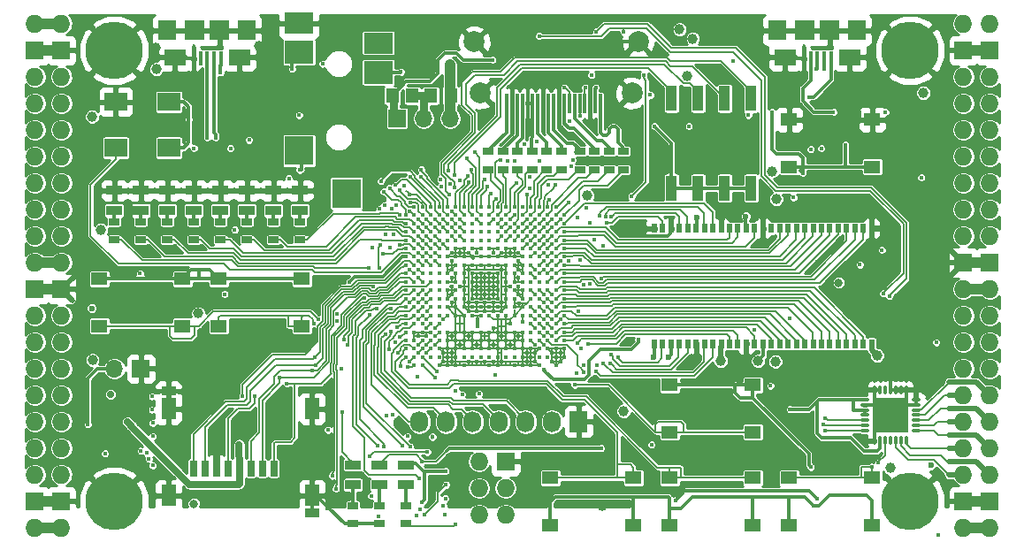
<source format=gtl>
G04 #@! TF.GenerationSoftware,KiCad,Pcbnew,5.0.0+dfsg1-1*
G04 #@! TF.CreationDate,2018-08-07T20:15:31+02:00*
G04 #@! TF.ProjectId,ulx3s,756C7833732E6B696361645F70636200,rev?*
G04 #@! TF.SameCoordinates,Original*
G04 #@! TF.FileFunction,Copper,L1,Top,Signal*
G04 #@! TF.FilePolarity,Positive*
%FSLAX46Y46*%
G04 Gerber Fmt 4.6, Leading zero omitted, Abs format (unit mm)*
G04 Created by KiCad (PCBNEW 5.0.0+dfsg1-1) date Tue Aug  7 20:15:31 2018*
%MOMM*%
%LPD*%
G01*
G04 APERTURE LIST*
G04 #@! TA.AperFunction,BGAPad,CuDef*
%ADD10C,0.400000*%
G04 #@! TD*
G04 #@! TA.AperFunction,SMDPad,CuDef*
%ADD11R,0.300000X1.900000*%
G04 #@! TD*
G04 #@! TA.AperFunction,ComponentPad*
%ADD12C,2.000000*%
G04 #@! TD*
G04 #@! TA.AperFunction,SMDPad,CuDef*
%ADD13R,1.120000X2.440000*%
G04 #@! TD*
G04 #@! TA.AperFunction,SMDPad,CuDef*
%ADD14R,0.560000X0.900000*%
G04 #@! TD*
G04 #@! TA.AperFunction,ComponentPad*
%ADD15O,1.727200X1.727200*%
G04 #@! TD*
G04 #@! TA.AperFunction,ComponentPad*
%ADD16R,1.727200X1.727200*%
G04 #@! TD*
G04 #@! TA.AperFunction,ComponentPad*
%ADD17C,5.500000*%
G04 #@! TD*
G04 #@! TA.AperFunction,SMDPad,CuDef*
%ADD18O,0.850000X0.300000*%
G04 #@! TD*
G04 #@! TA.AperFunction,SMDPad,CuDef*
%ADD19O,0.300000X0.850000*%
G04 #@! TD*
G04 #@! TA.AperFunction,SMDPad,CuDef*
%ADD20R,1.675000X1.675000*%
G04 #@! TD*
G04 #@! TA.AperFunction,ComponentPad*
%ADD21R,1.727200X2.032000*%
G04 #@! TD*
G04 #@! TA.AperFunction,ComponentPad*
%ADD22O,1.727200X2.032000*%
G04 #@! TD*
G04 #@! TA.AperFunction,SMDPad,CuDef*
%ADD23R,2.800000X2.000000*%
G04 #@! TD*
G04 #@! TA.AperFunction,SMDPad,CuDef*
%ADD24R,2.800000X2.200000*%
G04 #@! TD*
G04 #@! TA.AperFunction,SMDPad,CuDef*
%ADD25R,2.800000X2.800000*%
G04 #@! TD*
G04 #@! TA.AperFunction,SMDPad,CuDef*
%ADD26R,0.700000X1.500000*%
G04 #@! TD*
G04 #@! TA.AperFunction,SMDPad,CuDef*
%ADD27R,1.450000X0.900000*%
G04 #@! TD*
G04 #@! TA.AperFunction,SMDPad,CuDef*
%ADD28R,1.450000X2.000000*%
G04 #@! TD*
G04 #@! TA.AperFunction,SMDPad,CuDef*
%ADD29R,2.200000X1.800000*%
G04 #@! TD*
G04 #@! TA.AperFunction,SMDPad,CuDef*
%ADD30R,1.000000X0.670000*%
G04 #@! TD*
G04 #@! TA.AperFunction,SMDPad,CuDef*
%ADD31R,1.500000X0.970000*%
G04 #@! TD*
G04 #@! TA.AperFunction,ComponentPad*
%ADD32R,1.700000X1.700000*%
G04 #@! TD*
G04 #@! TA.AperFunction,ComponentPad*
%ADD33O,1.700000X1.700000*%
G04 #@! TD*
G04 #@! TA.AperFunction,SMDPad,CuDef*
%ADD34R,1.295000X1.400000*%
G04 #@! TD*
G04 #@! TA.AperFunction,SMDPad,CuDef*
%ADD35R,1.800000X1.900000*%
G04 #@! TD*
G04 #@! TA.AperFunction,SMDPad,CuDef*
%ADD36R,0.400000X1.350000*%
G04 #@! TD*
G04 #@! TA.AperFunction,SMDPad,CuDef*
%ADD37R,1.900000X1.900000*%
G04 #@! TD*
G04 #@! TA.AperFunction,SMDPad,CuDef*
%ADD38R,2.100000X1.600000*%
G04 #@! TD*
G04 #@! TA.AperFunction,SMDPad,CuDef*
%ADD39R,1.550000X1.300000*%
G04 #@! TD*
G04 #@! TA.AperFunction,ViaPad*
%ADD40C,2.000000*%
G04 #@! TD*
G04 #@! TA.AperFunction,ViaPad*
%ADD41C,0.419000*%
G04 #@! TD*
G04 #@! TA.AperFunction,ViaPad*
%ADD42C,0.454000*%
G04 #@! TD*
G04 #@! TA.AperFunction,ViaPad*
%ADD43C,0.600000*%
G04 #@! TD*
G04 #@! TA.AperFunction,ViaPad*
%ADD44C,1.000000*%
G04 #@! TD*
G04 #@! TA.AperFunction,ViaPad*
%ADD45C,0.800000*%
G04 #@! TD*
G04 #@! TA.AperFunction,ViaPad*
%ADD46C,0.700000*%
G04 #@! TD*
G04 #@! TA.AperFunction,Conductor*
%ADD47C,0.300000*%
G04 #@! TD*
G04 #@! TA.AperFunction,Conductor*
%ADD48C,0.127000*%
G04 #@! TD*
G04 #@! TA.AperFunction,Conductor*
%ADD49C,0.190000*%
G04 #@! TD*
G04 #@! TA.AperFunction,Conductor*
%ADD50C,0.500000*%
G04 #@! TD*
G04 #@! TA.AperFunction,Conductor*
%ADD51C,1.000000*%
G04 #@! TD*
G04 #@! TA.AperFunction,Conductor*
%ADD52C,0.700000*%
G04 #@! TD*
G04 #@! TA.AperFunction,Conductor*
%ADD53C,0.800000*%
G04 #@! TD*
G04 #@! TA.AperFunction,Conductor*
%ADD54C,0.140000*%
G04 #@! TD*
G04 #@! TA.AperFunction,Conductor*
%ADD55C,0.254000*%
G04 #@! TD*
G04 APERTURE END LIST*
D10*
G04 #@! TO.P,U1,Y19*
G04 #@! TO.N,GND*
X145280000Y-95400000D03*
G04 #@! TO.P,U1,Y17*
X143680000Y-95400000D03*
G04 #@! TO.P,U1,Y16*
X142880000Y-95400000D03*
G04 #@! TO.P,U1,Y15*
X142080000Y-95400000D03*
G04 #@! TO.P,U1,Y14*
X141280000Y-95400000D03*
G04 #@! TO.P,U1,Y12*
X139680000Y-95400000D03*
G04 #@! TO.P,U1,Y11*
X138880000Y-95400000D03*
G04 #@! TO.P,U1,Y8*
X136480000Y-95400000D03*
G04 #@! TO.P,U1,Y7*
X135680000Y-95400000D03*
G04 #@! TO.P,U1,Y6*
X134880000Y-95400000D03*
G04 #@! TO.P,U1,Y5*
X134080000Y-95400000D03*
G04 #@! TO.P,U1,Y3*
G04 #@! TO.N,/flash/FPGA_DONE*
X132480000Y-95400000D03*
G04 #@! TO.P,U1,Y2*
G04 #@! TO.N,/flash/FLASH_nWP*
X131680000Y-95400000D03*
G04 #@! TO.P,U1,W20*
G04 #@! TO.N,GND*
X146080000Y-94600000D03*
G04 #@! TO.P,U1,W19*
X145280000Y-94600000D03*
G04 #@! TO.P,U1,W18*
G04 #@! TO.N,Net-(U1-PadW18)*
X144480000Y-94600000D03*
G04 #@! TO.P,U1,W17*
G04 #@! TO.N,Net-(U1-PadW17)*
X143680000Y-94600000D03*
G04 #@! TO.P,U1,W16*
G04 #@! TO.N,GND*
X142880000Y-94600000D03*
G04 #@! TO.P,U1,W15*
X142080000Y-94600000D03*
G04 #@! TO.P,U1,W14*
G04 #@! TO.N,Net-(U1-PadW14)*
X141280000Y-94600000D03*
G04 #@! TO.P,U1,W13*
G04 #@! TO.N,Net-(U1-PadW13)*
X140480000Y-94600000D03*
G04 #@! TO.P,U1,W12*
G04 #@! TO.N,GND*
X139680000Y-94600000D03*
G04 #@! TO.P,U1,W11*
G04 #@! TO.N,N/C*
X138880000Y-94600000D03*
G04 #@! TO.P,U1,W10*
X138080000Y-94600000D03*
G04 #@! TO.P,U1,W9*
G04 #@! TO.N,Net-(U1-PadW9)*
X137280000Y-94600000D03*
G04 #@! TO.P,U1,W8*
G04 #@! TO.N,Net-(U1-PadW8)*
X136480000Y-94600000D03*
G04 #@! TO.P,U1,W7*
G04 #@! TO.N,GND*
X135680000Y-94600000D03*
G04 #@! TO.P,U1,W6*
X134880000Y-94600000D03*
G04 #@! TO.P,U1,W5*
G04 #@! TO.N,Net-(U1-PadW5)*
X134080000Y-94600000D03*
G04 #@! TO.P,U1,W4*
G04 #@! TO.N,Net-(U1-PadW4)*
X133280000Y-94600000D03*
G04 #@! TO.P,U1,W3*
G04 #@! TO.N,/flash/FPGA_PROGRAMN*
X132480000Y-94600000D03*
G04 #@! TO.P,U1,W2*
G04 #@! TO.N,/flash/FLASH_MOSI*
X131680000Y-94600000D03*
G04 #@! TO.P,U1,W1*
G04 #@! TO.N,/flash/FLASH_nHOLD*
X130880000Y-94600000D03*
G04 #@! TO.P,U1,V20*
G04 #@! TO.N,GND*
X146080000Y-93800000D03*
G04 #@! TO.P,U1,V19*
X145280000Y-93800000D03*
G04 #@! TO.P,U1,V18*
X144480000Y-93800000D03*
G04 #@! TO.P,U1,V17*
X143680000Y-93800000D03*
G04 #@! TO.P,U1,V16*
X142880000Y-93800000D03*
G04 #@! TO.P,U1,V15*
X142080000Y-93800000D03*
G04 #@! TO.P,U1,V14*
X141280000Y-93800000D03*
G04 #@! TO.P,U1,V13*
X140480000Y-93800000D03*
G04 #@! TO.P,U1,V12*
X139680000Y-93800000D03*
G04 #@! TO.P,U1,V11*
X138880000Y-93800000D03*
G04 #@! TO.P,U1,V10*
X138080000Y-93800000D03*
G04 #@! TO.P,U1,V9*
X137280000Y-93800000D03*
G04 #@! TO.P,U1,V8*
X136480000Y-93800000D03*
G04 #@! TO.P,U1,V7*
X135680000Y-93800000D03*
G04 #@! TO.P,U1,V6*
X134880000Y-93800000D03*
G04 #@! TO.P,U1,V5*
X134080000Y-93800000D03*
G04 #@! TO.P,U1,V4*
G04 #@! TO.N,JTAG_TDO*
X133280000Y-93800000D03*
G04 #@! TO.P,U1,V3*
G04 #@! TO.N,/flash/FPGA_INITN*
X132480000Y-93800000D03*
G04 #@! TO.P,U1,V2*
G04 #@! TO.N,/flash/FLASH_MISO*
X131680000Y-93800000D03*
G04 #@! TO.P,U1,V1*
G04 #@! TO.N,BTN_D*
X130880000Y-93800000D03*
G04 #@! TO.P,U1,U20*
G04 #@! TO.N,SDRAM_D7*
X146080000Y-93000000D03*
G04 #@! TO.P,U1,U19*
G04 #@! TO.N,SDRAM_DQM0*
X145280000Y-93000000D03*
G04 #@! TO.P,U1,U18*
G04 #@! TO.N,GP14*
X144480000Y-93000000D03*
G04 #@! TO.P,U1,U17*
G04 #@! TO.N,GN14*
X143680000Y-93000000D03*
G04 #@! TO.P,U1,U16*
G04 #@! TO.N,ADC_MISO*
X142880000Y-93000000D03*
G04 #@! TO.P,U1,U15*
G04 #@! TO.N,GND*
X142080000Y-93000000D03*
G04 #@! TO.P,U1,U14*
X141280000Y-93000000D03*
G04 #@! TO.P,U1,U13*
X140480000Y-93000000D03*
G04 #@! TO.P,U1,U12*
X139680000Y-93000000D03*
G04 #@! TO.P,U1,U11*
X138880000Y-93000000D03*
G04 #@! TO.P,U1,U10*
X138080000Y-93000000D03*
G04 #@! TO.P,U1,U9*
X137280000Y-93000000D03*
G04 #@! TO.P,U1,U8*
X136480000Y-93000000D03*
G04 #@! TO.P,U1,U7*
X135680000Y-93000000D03*
G04 #@! TO.P,U1,U6*
X134880000Y-93000000D03*
G04 #@! TO.P,U1,U5*
G04 #@! TO.N,JTAG_TMS*
X134080000Y-93000000D03*
G04 #@! TO.P,U1,U4*
G04 #@! TO.N,GND*
X133280000Y-93000000D03*
G04 #@! TO.P,U1,U3*
G04 #@! TO.N,/flash/FLASH_SCK*
X132480000Y-93000000D03*
G04 #@! TO.P,U1,U2*
G04 #@! TO.N,+3V3*
X131680000Y-93000000D03*
G04 #@! TO.P,U1,U1*
G04 #@! TO.N,BTN_L*
X130880000Y-93000000D03*
G04 #@! TO.P,U1,T20*
G04 #@! TO.N,SDRAM_nWE*
X146080000Y-92200000D03*
G04 #@! TO.P,U1,T19*
G04 #@! TO.N,SDRAM_nCAS*
X145280000Y-92200000D03*
G04 #@! TO.P,U1,T18*
G04 #@! TO.N,SDRAM_D5*
X144480000Y-92200000D03*
G04 #@! TO.P,U1,T17*
G04 #@! TO.N,SDRAM_D6*
X143680000Y-92200000D03*
G04 #@! TO.P,U1,T16*
G04 #@! TO.N,Net-(U1-PadT16)*
X142880000Y-92200000D03*
G04 #@! TO.P,U1,T15*
G04 #@! TO.N,GND*
X142080000Y-92200000D03*
G04 #@! TO.P,U1,T14*
X141280000Y-92200000D03*
G04 #@! TO.P,U1,T13*
X140480000Y-92200000D03*
G04 #@! TO.P,U1,T12*
X139680000Y-92200000D03*
G04 #@! TO.P,U1,T11*
X138880000Y-92200000D03*
G04 #@! TO.P,U1,T10*
X138080000Y-92200000D03*
G04 #@! TO.P,U1,T9*
X137280000Y-92200000D03*
G04 #@! TO.P,U1,T8*
X136480000Y-92200000D03*
G04 #@! TO.P,U1,T7*
X135680000Y-92200000D03*
G04 #@! TO.P,U1,T6*
X134880000Y-92200000D03*
G04 #@! TO.P,U1,T5*
G04 #@! TO.N,JTAG_TCK*
X134080000Y-92200000D03*
G04 #@! TO.P,U1,T4*
G04 #@! TO.N,+3V3*
X133280000Y-92200000D03*
G04 #@! TO.P,U1,T3*
X132480000Y-92200000D03*
G04 #@! TO.P,U1,T2*
X131680000Y-92200000D03*
G04 #@! TO.P,U1,T1*
G04 #@! TO.N,BTN_F2*
X130880000Y-92200000D03*
G04 #@! TO.P,U1,R20*
G04 #@! TO.N,SDRAM_nRAS*
X146080000Y-91400000D03*
G04 #@! TO.P,U1,R19*
G04 #@! TO.N,GND*
X145280000Y-91400000D03*
G04 #@! TO.P,U1,R18*
G04 #@! TO.N,BTN_U*
X144480000Y-91400000D03*
G04 #@! TO.P,U1,R17*
G04 #@! TO.N,ADC_CSn*
X143680000Y-91400000D03*
G04 #@! TO.P,U1,R16*
G04 #@! TO.N,ADC_MOSI*
X142880000Y-91400000D03*
G04 #@! TO.P,U1,R5*
G04 #@! TO.N,JTAG_TDI*
X134080000Y-91400000D03*
G04 #@! TO.P,U1,R4*
G04 #@! TO.N,GND*
X133280000Y-91400000D03*
G04 #@! TO.P,U1,R3*
G04 #@! TO.N,Net-(U1-PadR3)*
X132480000Y-91400000D03*
G04 #@! TO.P,U1,R2*
G04 #@! TO.N,/flash/FLASH_nCS*
X131680000Y-91400000D03*
G04 #@! TO.P,U1,R1*
G04 #@! TO.N,BTN_F1*
X130880000Y-91400000D03*
G04 #@! TO.P,U1,P20*
G04 #@! TO.N,SDRAM_nCS*
X146080000Y-90600000D03*
G04 #@! TO.P,U1,P19*
G04 #@! TO.N,SDRAM_BA0*
X145280000Y-90600000D03*
G04 #@! TO.P,U1,P18*
G04 #@! TO.N,SDRAM_D4*
X144480000Y-90600000D03*
G04 #@! TO.P,U1,P17*
G04 #@! TO.N,ADC_SCLK*
X143680000Y-90600000D03*
G04 #@! TO.P,U1,P16*
G04 #@! TO.N,GN15*
X142880000Y-90600000D03*
G04 #@! TO.P,U1,P15*
G04 #@! TO.N,+2V5*
X142080000Y-90600000D03*
G04 #@! TO.P,U1,P14*
G04 #@! TO.N,GND*
X141280000Y-90600000D03*
G04 #@! TO.P,U1,P13*
X140480000Y-90600000D03*
G04 #@! TO.P,U1,P12*
X139680000Y-90600000D03*
G04 #@! TO.P,U1,P11*
X138880000Y-90600000D03*
G04 #@! TO.P,U1,P10*
G04 #@! TO.N,+3V3*
X138080000Y-90600000D03*
G04 #@! TO.P,U1,P9*
X137280000Y-90600000D03*
G04 #@! TO.P,U1,P8*
G04 #@! TO.N,GND*
X136480000Y-90600000D03*
G04 #@! TO.P,U1,P7*
X135680000Y-90600000D03*
G04 #@! TO.P,U1,P6*
G04 #@! TO.N,+2V5*
X134880000Y-90600000D03*
G04 #@! TO.P,U1,P5*
G04 #@! TO.N,SD_WP*
X134080000Y-90600000D03*
G04 #@! TO.P,U1,P4*
G04 #@! TO.N,OLED_CLK*
X133280000Y-90600000D03*
G04 #@! TO.P,U1,P3*
G04 #@! TO.N,OLED_MOSI*
X132480000Y-90600000D03*
G04 #@! TO.P,U1,P2*
G04 #@! TO.N,OLED_RES*
X131680000Y-90600000D03*
G04 #@! TO.P,U1,P1*
G04 #@! TO.N,OLED_DC*
X130880000Y-90600000D03*
G04 #@! TO.P,U1,N20*
G04 #@! TO.N,SDRAM_BA1*
X146080000Y-89800000D03*
G04 #@! TO.P,U1,N19*
G04 #@! TO.N,SDRAM_A10*
X145280000Y-89800000D03*
G04 #@! TO.P,U1,N18*
G04 #@! TO.N,SDRAM_D3*
X144480000Y-89800000D03*
G04 #@! TO.P,U1,N17*
G04 #@! TO.N,GP15*
X143680000Y-89800000D03*
G04 #@! TO.P,U1,N16*
G04 #@! TO.N,GP16*
X142880000Y-89800000D03*
G04 #@! TO.P,U1,N15*
G04 #@! TO.N,GND*
X142080000Y-89800000D03*
G04 #@! TO.P,U1,N14*
X141280000Y-89800000D03*
G04 #@! TO.P,U1,N13*
G04 #@! TO.N,+1V1*
X140480000Y-89800000D03*
G04 #@! TO.P,U1,N12*
X139680000Y-89800000D03*
G04 #@! TO.P,U1,N11*
X138880000Y-89800000D03*
G04 #@! TO.P,U1,N10*
X138080000Y-89800000D03*
G04 #@! TO.P,U1,N9*
X137280000Y-89800000D03*
G04 #@! TO.P,U1,N8*
X136480000Y-89800000D03*
G04 #@! TO.P,U1,N7*
G04 #@! TO.N,GND*
X135680000Y-89800000D03*
G04 #@! TO.P,U1,N6*
X134880000Y-89800000D03*
G04 #@! TO.P,U1,N5*
G04 #@! TO.N,SD_CD*
X134080000Y-89800000D03*
G04 #@! TO.P,U1,N4*
G04 #@! TO.N,WIFI_GPIO5*
X133280000Y-89800000D03*
G04 #@! TO.P,U1,N3*
G04 #@! TO.N,WIFI_GPIO17*
X132480000Y-89800000D03*
G04 #@! TO.P,U1,N2*
G04 #@! TO.N,OLED_CS*
X131680000Y-89800000D03*
G04 #@! TO.P,U1,N1*
G04 #@! TO.N,FTDI_nDTR*
X130880000Y-89800000D03*
G04 #@! TO.P,U1,M20*
G04 #@! TO.N,SDRAM_A0*
X146080000Y-89000000D03*
G04 #@! TO.P,U1,M19*
G04 #@! TO.N,SDRAM_A1*
X145280000Y-89000000D03*
G04 #@! TO.P,U1,M18*
G04 #@! TO.N,SDRAM_D2*
X144480000Y-89000000D03*
G04 #@! TO.P,U1,M17*
G04 #@! TO.N,GN16*
X143680000Y-89000000D03*
G04 #@! TO.P,U1,M16*
G04 #@! TO.N,GND*
X142880000Y-89000000D03*
G04 #@! TO.P,U1,M15*
G04 #@! TO.N,+3V3*
X142080000Y-89000000D03*
G04 #@! TO.P,U1,M14*
G04 #@! TO.N,GND*
X141280000Y-89000000D03*
G04 #@! TO.P,U1,M13*
G04 #@! TO.N,+1V1*
X140480000Y-89000000D03*
G04 #@! TO.P,U1,M12*
G04 #@! TO.N,GND*
X139680000Y-89000000D03*
G04 #@! TO.P,U1,M11*
X138880000Y-89000000D03*
G04 #@! TO.P,U1,M10*
X138080000Y-89000000D03*
G04 #@! TO.P,U1,M9*
X137280000Y-89000000D03*
G04 #@! TO.P,U1,M8*
G04 #@! TO.N,+1V1*
X136480000Y-89000000D03*
G04 #@! TO.P,U1,M7*
G04 #@! TO.N,GND*
X135680000Y-89000000D03*
G04 #@! TO.P,U1,M6*
G04 #@! TO.N,+3V3*
X134880000Y-89000000D03*
G04 #@! TO.P,U1,M5*
G04 #@! TO.N,Net-(U1-PadM5)*
X134080000Y-89000000D03*
G04 #@! TO.P,U1,M4*
G04 #@! TO.N,USER_PROGRAMN*
X133280000Y-89000000D03*
G04 #@! TO.P,U1,M3*
G04 #@! TO.N,FTDI_nRTS*
X132480000Y-89000000D03*
G04 #@! TO.P,U1,M2*
G04 #@! TO.N,GND*
X131680000Y-89000000D03*
G04 #@! TO.P,U1,M1*
G04 #@! TO.N,FTDI_TXD*
X130880000Y-89000000D03*
G04 #@! TO.P,U1,L20*
G04 #@! TO.N,SDRAM_A2*
X146080000Y-88200000D03*
G04 #@! TO.P,U1,L19*
G04 #@! TO.N,SDRAM_A3*
X145280000Y-88200000D03*
G04 #@! TO.P,U1,L18*
G04 #@! TO.N,SDRAM_D1*
X144480000Y-88200000D03*
G04 #@! TO.P,U1,L17*
G04 #@! TO.N,GN17*
X143680000Y-88200000D03*
G04 #@! TO.P,U1,L16*
G04 #@! TO.N,GP17*
X142880000Y-88200000D03*
G04 #@! TO.P,U1,L15*
G04 #@! TO.N,+3V3*
X142080000Y-88200000D03*
G04 #@! TO.P,U1,L14*
X141280000Y-88200000D03*
G04 #@! TO.P,U1,L13*
G04 #@! TO.N,+1V1*
X140480000Y-88200000D03*
G04 #@! TO.P,U1,L12*
G04 #@! TO.N,GND*
X139680000Y-88200000D03*
G04 #@! TO.P,U1,L11*
X138880000Y-88200000D03*
G04 #@! TO.P,U1,L10*
X138080000Y-88200000D03*
G04 #@! TO.P,U1,L9*
X137280000Y-88200000D03*
G04 #@! TO.P,U1,L8*
G04 #@! TO.N,+1V1*
X136480000Y-88200000D03*
G04 #@! TO.P,U1,L7*
G04 #@! TO.N,+3V3*
X135680000Y-88200000D03*
G04 #@! TO.P,U1,L6*
X134880000Y-88200000D03*
G04 #@! TO.P,U1,L5*
G04 #@! TO.N,Net-(U1-PadL5)*
X134080000Y-88200000D03*
G04 #@! TO.P,U1,L4*
G04 #@! TO.N,FTDI_RXD*
X133280000Y-88200000D03*
G04 #@! TO.P,U1,L3*
G04 #@! TO.N,FTDI_TXDEN*
X132480000Y-88200000D03*
G04 #@! TO.P,U1,L2*
G04 #@! TO.N,WIFI_GPIO0*
X131680000Y-88200000D03*
G04 #@! TO.P,U1,L1*
G04 #@! TO.N,WIFI_GPIO16*
X130880000Y-88200000D03*
G04 #@! TO.P,U1,K20*
G04 #@! TO.N,SDRAM_A4*
X146080000Y-87400000D03*
G04 #@! TO.P,U1,K19*
G04 #@! TO.N,SDRAM_A5*
X145280000Y-87400000D03*
G04 #@! TO.P,U1,K18*
G04 #@! TO.N,SDRAM_A6*
X144480000Y-87400000D03*
G04 #@! TO.P,U1,K17*
G04 #@! TO.N,Net-(U1-PadK17)*
X143680000Y-87400000D03*
G04 #@! TO.P,U1,K16*
G04 #@! TO.N,Net-(U1-PadK16)*
X142880000Y-87400000D03*
G04 #@! TO.P,U1,K15*
G04 #@! TO.N,GND*
X142080000Y-87400000D03*
G04 #@! TO.P,U1,K14*
X141280000Y-87400000D03*
G04 #@! TO.P,U1,K13*
G04 #@! TO.N,+1V1*
X140480000Y-87400000D03*
G04 #@! TO.P,U1,K12*
G04 #@! TO.N,GND*
X139680000Y-87400000D03*
G04 #@! TO.P,U1,K11*
X138880000Y-87400000D03*
G04 #@! TO.P,U1,K10*
X138080000Y-87400000D03*
G04 #@! TO.P,U1,K9*
X137280000Y-87400000D03*
G04 #@! TO.P,U1,K8*
G04 #@! TO.N,+1V1*
X136480000Y-87400000D03*
G04 #@! TO.P,U1,K7*
G04 #@! TO.N,GND*
X135680000Y-87400000D03*
G04 #@! TO.P,U1,K6*
X134880000Y-87400000D03*
G04 #@! TO.P,U1,K5*
G04 #@! TO.N,Net-(U1-PadK5)*
X134080000Y-87400000D03*
G04 #@! TO.P,U1,K4*
G04 #@! TO.N,WIFI_TXD*
X133280000Y-87400000D03*
G04 #@! TO.P,U1,K3*
G04 #@! TO.N,WIFI_RXD*
X132480000Y-87400000D03*
G04 #@! TO.P,U1,K2*
G04 #@! TO.N,SD_D3*
X131680000Y-87400000D03*
G04 #@! TO.P,U1,K1*
G04 #@! TO.N,SD_D2*
X130880000Y-87400000D03*
G04 #@! TO.P,U1,J20*
G04 #@! TO.N,SDRAM_A7*
X146080000Y-86600000D03*
G04 #@! TO.P,U1,J19*
G04 #@! TO.N,SDRAM_A8*
X145280000Y-86600000D03*
G04 #@! TO.P,U1,J18*
G04 #@! TO.N,SDRAM_D14*
X144480000Y-86600000D03*
G04 #@! TO.P,U1,J17*
G04 #@! TO.N,SDRAM_D15*
X143680000Y-86600000D03*
G04 #@! TO.P,U1,J16*
G04 #@! TO.N,SDRAM_D0*
X142880000Y-86600000D03*
G04 #@! TO.P,U1,J15*
G04 #@! TO.N,+3V3*
X142080000Y-86600000D03*
G04 #@! TO.P,U1,J14*
G04 #@! TO.N,GND*
X141280000Y-86600000D03*
G04 #@! TO.P,U1,J13*
G04 #@! TO.N,+1V1*
X140480000Y-86600000D03*
G04 #@! TO.P,U1,J12*
G04 #@! TO.N,GND*
X139680000Y-86600000D03*
G04 #@! TO.P,U1,J11*
X138880000Y-86600000D03*
G04 #@! TO.P,U1,J10*
X138080000Y-86600000D03*
G04 #@! TO.P,U1,J9*
X137280000Y-86600000D03*
G04 #@! TO.P,U1,J8*
G04 #@! TO.N,+1V1*
X136480000Y-86600000D03*
G04 #@! TO.P,U1,J7*
G04 #@! TO.N,GND*
X135680000Y-86600000D03*
G04 #@! TO.P,U1,J6*
G04 #@! TO.N,2V5_3V3*
X134880000Y-86600000D03*
G04 #@! TO.P,U1,J5*
G04 #@! TO.N,Net-(U1-PadJ5)*
X134080000Y-86600000D03*
G04 #@! TO.P,U1,J4*
G04 #@! TO.N,Net-(U1-PadJ4)*
X133280000Y-86600000D03*
G04 #@! TO.P,U1,J3*
G04 #@! TO.N,SD_D0*
X132480000Y-86600000D03*
G04 #@! TO.P,U1,J2*
G04 #@! TO.N,GND*
X131680000Y-86600000D03*
G04 #@! TO.P,U1,J1*
G04 #@! TO.N,SD_CMD*
X130880000Y-86600000D03*
G04 #@! TO.P,U1,H20*
G04 #@! TO.N,SDRAM_A9*
X146080000Y-85800000D03*
G04 #@! TO.P,U1,H19*
G04 #@! TO.N,GND*
X145280000Y-85800000D03*
G04 #@! TO.P,U1,H18*
G04 #@! TO.N,GP18*
X144480000Y-85800000D03*
G04 #@! TO.P,U1,H17*
G04 #@! TO.N,GN18*
X143680000Y-85800000D03*
G04 #@! TO.P,U1,H16*
G04 #@! TO.N,BTN_R*
X142880000Y-85800000D03*
G04 #@! TO.P,U1,H15*
G04 #@! TO.N,+3V3*
X142080000Y-85800000D03*
G04 #@! TO.P,U1,H14*
X141280000Y-85800000D03*
G04 #@! TO.P,U1,H13*
G04 #@! TO.N,+1V1*
X140480000Y-85800000D03*
G04 #@! TO.P,U1,H12*
X139680000Y-85800000D03*
G04 #@! TO.P,U1,H11*
X138880000Y-85800000D03*
G04 #@! TO.P,U1,H10*
X138080000Y-85800000D03*
G04 #@! TO.P,U1,H9*
X137280000Y-85800000D03*
G04 #@! TO.P,U1,H8*
X136480000Y-85800000D03*
G04 #@! TO.P,U1,H7*
G04 #@! TO.N,2V5_3V3*
X135680000Y-85800000D03*
G04 #@! TO.P,U1,H6*
X134880000Y-85800000D03*
G04 #@! TO.P,U1,H5*
G04 #@! TO.N,AUDIO_V0*
X134080000Y-85800000D03*
G04 #@! TO.P,U1,H4*
G04 #@! TO.N,GP13*
X133280000Y-85800000D03*
G04 #@! TO.P,U1,H3*
G04 #@! TO.N,LED7*
X132480000Y-85800000D03*
G04 #@! TO.P,U1,H2*
G04 #@! TO.N,SD_CLK*
X131680000Y-85800000D03*
G04 #@! TO.P,U1,H1*
G04 #@! TO.N,SD_D1*
X130880000Y-85800000D03*
G04 #@! TO.P,U1,G20*
G04 #@! TO.N,SDRAM_A11*
X146080000Y-85000000D03*
G04 #@! TO.P,U1,G19*
G04 #@! TO.N,SDRAM_A12*
X145280000Y-85000000D03*
G04 #@! TO.P,U1,G18*
G04 #@! TO.N,GN19*
X144480000Y-85000000D03*
G04 #@! TO.P,U1,G17*
G04 #@! TO.N,GND*
X143680000Y-85000000D03*
G04 #@! TO.P,U1,G16*
G04 #@! TO.N,SHUTDOWN*
X142880000Y-85000000D03*
G04 #@! TO.P,U1,G15*
G04 #@! TO.N,GND*
X142080000Y-85000000D03*
G04 #@! TO.P,U1,G14*
X141280000Y-85000000D03*
G04 #@! TO.P,U1,G13*
X140480000Y-85000000D03*
G04 #@! TO.P,U1,G12*
X139680000Y-85000000D03*
G04 #@! TO.P,U1,G11*
X138880000Y-85000000D03*
G04 #@! TO.P,U1,G10*
X138080000Y-85000000D03*
G04 #@! TO.P,U1,G9*
X137280000Y-85000000D03*
G04 #@! TO.P,U1,G8*
X136480000Y-85000000D03*
G04 #@! TO.P,U1,G7*
X135680000Y-85000000D03*
G04 #@! TO.P,U1,G6*
X134880000Y-85000000D03*
G04 #@! TO.P,U1,G5*
G04 #@! TO.N,GN13*
X134080000Y-85000000D03*
G04 #@! TO.P,U1,G4*
G04 #@! TO.N,GND*
X133280000Y-85000000D03*
G04 #@! TO.P,U1,G3*
G04 #@! TO.N,GP12*
X132480000Y-85000000D03*
G04 #@! TO.P,U1,G2*
G04 #@! TO.N,CLK_25MHz*
X131680000Y-85000000D03*
G04 #@! TO.P,U1,G1*
G04 #@! TO.N,/usb/ANT_433MHz*
X130880000Y-85000000D03*
G04 #@! TO.P,U1,F20*
G04 #@! TO.N,SDRAM_CKE*
X146080000Y-84200000D03*
G04 #@! TO.P,U1,F19*
G04 #@! TO.N,SDRAM_CLK*
X145280000Y-84200000D03*
G04 #@! TO.P,U1,F18*
G04 #@! TO.N,SDRAM_D13*
X144480000Y-84200000D03*
G04 #@! TO.P,U1,F17*
G04 #@! TO.N,GP19*
X143680000Y-84200000D03*
G04 #@! TO.P,U1,F16*
G04 #@! TO.N,USB_FPGA_D-*
X142880000Y-84200000D03*
G04 #@! TO.P,U1,F15*
G04 #@! TO.N,+2V5*
X142080000Y-84200000D03*
G04 #@! TO.P,U1,F14*
G04 #@! TO.N,GND*
X141280000Y-84200000D03*
G04 #@! TO.P,U1,F13*
X140480000Y-84200000D03*
G04 #@! TO.P,U1,F12*
G04 #@! TO.N,+3V3*
X139680000Y-84200000D03*
G04 #@! TO.P,U1,F11*
X138880000Y-84200000D03*
G04 #@! TO.P,U1,F10*
G04 #@! TO.N,2V5_3V3*
X138080000Y-84200000D03*
G04 #@! TO.P,U1,F9*
X137280000Y-84200000D03*
G04 #@! TO.P,U1,F8*
G04 #@! TO.N,GND*
X136480000Y-84200000D03*
G04 #@! TO.P,U1,F7*
X135680000Y-84200000D03*
G04 #@! TO.P,U1,F6*
G04 #@! TO.N,+2V5*
X134880000Y-84200000D03*
G04 #@! TO.P,U1,F5*
G04 #@! TO.N,AUDIO_V2*
X134080000Y-84200000D03*
G04 #@! TO.P,U1,F4*
G04 #@! TO.N,GP11*
X133280000Y-84200000D03*
G04 #@! TO.P,U1,F3*
G04 #@! TO.N,GN12*
X132480000Y-84200000D03*
G04 #@! TO.P,U1,F2*
G04 #@! TO.N,AUDIO_V1*
X131680000Y-84200000D03*
G04 #@! TO.P,U1,F1*
G04 #@! TO.N,WIFI_EN*
X130880000Y-84200000D03*
G04 #@! TO.P,U1,E20*
G04 #@! TO.N,SDRAM_DQM1*
X146080000Y-83400000D03*
G04 #@! TO.P,U1,E19*
G04 #@! TO.N,SDRAM_D8*
X145280000Y-83400000D03*
G04 #@! TO.P,U1,E18*
G04 #@! TO.N,SDRAM_D12*
X144480000Y-83400000D03*
G04 #@! TO.P,U1,E17*
G04 #@! TO.N,GN20*
X143680000Y-83400000D03*
G04 #@! TO.P,U1,E16*
G04 #@! TO.N,USB_FPGA_D+*
X142880000Y-83400000D03*
G04 #@! TO.P,U1,E15*
G04 #@! TO.N,USB_FPGA_D-*
X142080000Y-83400000D03*
G04 #@! TO.P,U1,E14*
G04 #@! TO.N,GN25*
X141280000Y-83400000D03*
G04 #@! TO.P,U1,E13*
G04 #@! TO.N,GN27*
X140480000Y-83400000D03*
G04 #@! TO.P,U1,E12*
G04 #@! TO.N,FPDI_SCL*
X139680000Y-83400000D03*
G04 #@! TO.P,U1,E11*
G04 #@! TO.N,Net-(U1-PadE11)*
X138880000Y-83400000D03*
G04 #@! TO.P,U1,E10*
G04 #@! TO.N,Net-(U1-PadE10)*
X138080000Y-83400000D03*
G04 #@! TO.P,U1,E9*
G04 #@! TO.N,Net-(U1-PadE9)*
X137280000Y-83400000D03*
G04 #@! TO.P,U1,E8*
G04 #@! TO.N,SW1*
X136480000Y-83400000D03*
G04 #@! TO.P,U1,E7*
G04 #@! TO.N,SW4*
X135680000Y-83400000D03*
G04 #@! TO.P,U1,E6*
G04 #@! TO.N,Net-(U1-PadE6)*
X134880000Y-83400000D03*
G04 #@! TO.P,U1,E5*
G04 #@! TO.N,AUDIO_V3*
X134080000Y-83400000D03*
G04 #@! TO.P,U1,E4*
G04 #@! TO.N,AUDIO_L0*
X133280000Y-83400000D03*
G04 #@! TO.P,U1,E3*
G04 #@! TO.N,GN11*
X132480000Y-83400000D03*
G04 #@! TO.P,U1,E2*
G04 #@! TO.N,LED5*
X131680000Y-83400000D03*
G04 #@! TO.P,U1,E1*
G04 #@! TO.N,LED6*
X130880000Y-83400000D03*
G04 #@! TO.P,U1,D20*
G04 #@! TO.N,SDRAM_D9*
X146080000Y-82600000D03*
G04 #@! TO.P,U1,D19*
G04 #@! TO.N,SDRAM_D10*
X145280000Y-82600000D03*
G04 #@! TO.P,U1,D18*
G04 #@! TO.N,GP20*
X144480000Y-82600000D03*
G04 #@! TO.P,U1,D17*
G04 #@! TO.N,GN21*
X143680000Y-82600000D03*
G04 #@! TO.P,U1,D16*
G04 #@! TO.N,GN24*
X142880000Y-82600000D03*
G04 #@! TO.P,U1,D15*
G04 #@! TO.N,USB_FPGA_D+*
X142080000Y-82600000D03*
G04 #@! TO.P,U1,D14*
G04 #@! TO.N,GP25*
X141280000Y-82600000D03*
G04 #@! TO.P,U1,D13*
G04 #@! TO.N,GP27*
X140480000Y-82600000D03*
G04 #@! TO.P,U1,D12*
G04 #@! TO.N,Net-(U1-PadD12)*
X139680000Y-82600000D03*
G04 #@! TO.P,U1,D11*
G04 #@! TO.N,Net-(U1-PadD11)*
X138880000Y-82600000D03*
G04 #@! TO.P,U1,D10*
G04 #@! TO.N,Net-(U1-PadD10)*
X138080000Y-82600000D03*
G04 #@! TO.P,U1,D9*
G04 #@! TO.N,Net-(U1-PadD9)*
X137280000Y-82600000D03*
G04 #@! TO.P,U1,D8*
G04 #@! TO.N,SW2*
X136480000Y-82600000D03*
G04 #@! TO.P,U1,D7*
G04 #@! TO.N,SW3*
X135680000Y-82600000D03*
G04 #@! TO.P,U1,D6*
G04 #@! TO.N,BTN_PWRn*
X134880000Y-82600000D03*
G04 #@! TO.P,U1,D5*
G04 #@! TO.N,AUDIO_R2*
X134080000Y-82600000D03*
G04 #@! TO.P,U1,D4*
G04 #@! TO.N,GND*
X133280000Y-82600000D03*
G04 #@! TO.P,U1,D3*
G04 #@! TO.N,AUDIO_L1*
X132480000Y-82600000D03*
G04 #@! TO.P,U1,D2*
G04 #@! TO.N,LED3*
X131680000Y-82600000D03*
G04 #@! TO.P,U1,D1*
G04 #@! TO.N,LED4*
X130880000Y-82600000D03*
G04 #@! TO.P,U1,C20*
G04 #@! TO.N,SDRAM_D11*
X146080000Y-81800000D03*
G04 #@! TO.P,U1,C19*
G04 #@! TO.N,GND*
X145280000Y-81800000D03*
G04 #@! TO.P,U1,C18*
G04 #@! TO.N,GP21*
X144480000Y-81800000D03*
G04 #@! TO.P,U1,C17*
G04 #@! TO.N,GN23*
X143680000Y-81800000D03*
G04 #@! TO.P,U1,C16*
G04 #@! TO.N,GP24*
X142880000Y-81800000D03*
G04 #@! TO.P,U1,C15*
G04 #@! TO.N,GN22*
X142080000Y-81800000D03*
G04 #@! TO.P,U1,C14*
G04 #@! TO.N,FPDI_D1-*
X141280000Y-81800000D03*
G04 #@! TO.P,U1,C13*
G04 #@! TO.N,GN26*
X140480000Y-81800000D03*
G04 #@! TO.P,U1,C12*
G04 #@! TO.N,USB_FPGA_PULL_D-*
X139680000Y-81800000D03*
G04 #@! TO.P,U1,C11*
G04 #@! TO.N,GN0*
X138880000Y-81800000D03*
G04 #@! TO.P,U1,C10*
G04 #@! TO.N,GN3*
X138080000Y-81800000D03*
G04 #@! TO.P,U1,C9*
G04 #@! TO.N,Net-(U1-PadC9)*
X137280000Y-81800000D03*
G04 #@! TO.P,U1,C8*
G04 #@! TO.N,GP5*
X136480000Y-81800000D03*
G04 #@! TO.P,U1,C7*
G04 #@! TO.N,GN6*
X135680000Y-81800000D03*
G04 #@! TO.P,U1,C6*
G04 #@! TO.N,GP6*
X134880000Y-81800000D03*
G04 #@! TO.P,U1,C5*
G04 #@! TO.N,AUDIO_R3*
X134080000Y-81800000D03*
G04 #@! TO.P,U1,C4*
G04 #@! TO.N,GP10*
X133280000Y-81800000D03*
G04 #@! TO.P,U1,C3*
G04 #@! TO.N,AUDIO_L2*
X132480000Y-81800000D03*
G04 #@! TO.P,U1,C2*
G04 #@! TO.N,LED1*
X131680000Y-81800000D03*
G04 #@! TO.P,U1,C1*
G04 #@! TO.N,LED2*
X130880000Y-81800000D03*
G04 #@! TO.P,U1,B20*
G04 #@! TO.N,FPDI_ETH-*
X146080000Y-81000000D03*
G04 #@! TO.P,U1,B19*
G04 #@! TO.N,FPDI_SDA*
X145280000Y-81000000D03*
G04 #@! TO.P,U1,B18*
G04 #@! TO.N,FPDI_CLK-*
X144480000Y-81000000D03*
G04 #@! TO.P,U1,B17*
G04 #@! TO.N,GP23*
X143680000Y-81000000D03*
G04 #@! TO.P,U1,B16*
G04 #@! TO.N,FPDI_D0-*
X142880000Y-81000000D03*
G04 #@! TO.P,U1,B15*
G04 #@! TO.N,GP22*
X142080000Y-81000000D03*
G04 #@! TO.P,U1,B14*
G04 #@! TO.N,GND*
X141280000Y-81000000D03*
G04 #@! TO.P,U1,B13*
G04 #@! TO.N,GP26*
X140480000Y-81000000D03*
G04 #@! TO.P,U1,B12*
G04 #@! TO.N,USB_FPGA_PULL_D+*
X139680000Y-81000000D03*
G04 #@! TO.P,U1,B11*
G04 #@! TO.N,GP0*
X138880000Y-81000000D03*
G04 #@! TO.P,U1,B10*
G04 #@! TO.N,GN2*
X138080000Y-81000000D03*
G04 #@! TO.P,U1,B9*
G04 #@! TO.N,GP3*
X137280000Y-81000000D03*
G04 #@! TO.P,U1,B8*
G04 #@! TO.N,GN5*
X136480000Y-81000000D03*
G04 #@! TO.P,U1,B7*
G04 #@! TO.N,GND*
X135680000Y-81000000D03*
G04 #@! TO.P,U1,B6*
G04 #@! TO.N,GN7*
X134880000Y-81000000D03*
G04 #@! TO.P,U1,B5*
G04 #@! TO.N,AUDIO_R1*
X134080000Y-81000000D03*
G04 #@! TO.P,U1,B4*
G04 #@! TO.N,GN10*
X133280000Y-81000000D03*
G04 #@! TO.P,U1,B3*
G04 #@! TO.N,AUDIO_L3*
X132480000Y-81000000D03*
G04 #@! TO.P,U1,B2*
G04 #@! TO.N,LED0*
X131680000Y-81000000D03*
G04 #@! TO.P,U1,B1*
G04 #@! TO.N,GN9*
X130880000Y-81000000D03*
G04 #@! TO.P,U1,A19*
G04 #@! TO.N,FPDI_ETH+*
X145280000Y-80200000D03*
G04 #@! TO.P,U1,A18*
G04 #@! TO.N,/gpdi/FPDI_CEC*
X144480000Y-80200000D03*
G04 #@! TO.P,U1,A17*
G04 #@! TO.N,FPDI_CLK+*
X143680000Y-80200000D03*
G04 #@! TO.P,U1,A16*
G04 #@! TO.N,FPDI_D0+*
X142880000Y-80200000D03*
G04 #@! TO.P,U1,A15*
G04 #@! TO.N,Net-(U1-PadA15)*
X142080000Y-80200000D03*
G04 #@! TO.P,U1,A14*
G04 #@! TO.N,FPDI_D1+*
X141280000Y-80200000D03*
G04 #@! TO.P,U1,A13*
G04 #@! TO.N,FPDI_D2-*
X140480000Y-80200000D03*
G04 #@! TO.P,U1,A12*
G04 #@! TO.N,FPDI_D2+*
X139680000Y-80200000D03*
G04 #@! TO.P,U1,A11*
G04 #@! TO.N,GN1*
X138880000Y-80200000D03*
G04 #@! TO.P,U1,A10*
G04 #@! TO.N,GP1*
X138080000Y-80200000D03*
G04 #@! TO.P,U1,A9*
G04 #@! TO.N,GP2*
X137280000Y-80200000D03*
G04 #@! TO.P,U1,A8*
G04 #@! TO.N,GN4*
X136480000Y-80200000D03*
G04 #@! TO.P,U1,A7*
G04 #@! TO.N,GP4*
X135680000Y-80200000D03*
G04 #@! TO.P,U1,A6*
G04 #@! TO.N,GP7*
X134880000Y-80200000D03*
G04 #@! TO.P,U1,A5*
G04 #@! TO.N,GN8*
X134080000Y-80200000D03*
G04 #@! TO.P,U1,A4*
G04 #@! TO.N,GP8*
X133280000Y-80200000D03*
G04 #@! TO.P,U1,A3*
G04 #@! TO.N,AUDIO_R0*
X132480000Y-80200000D03*
G04 #@! TO.P,U1,A2*
G04 #@! TO.N,GP9*
X131680000Y-80200000D03*
G04 #@! TD*
D11*
G04 #@! TO.P,GPDI1,19*
G04 #@! TO.N,/gpdi/GPDI_ETH-*
X149546000Y-70312000D03*
G04 #@! TO.P,GPDI1,18*
G04 #@! TO.N,+5V*
X149046000Y-70312000D03*
G04 #@! TO.P,GPDI1,17*
G04 #@! TO.N,GND*
X148546000Y-70312000D03*
G04 #@! TO.P,GPDI1,16*
G04 #@! TO.N,GPDI_SDA*
X148046000Y-70312000D03*
G04 #@! TO.P,GPDI1,15*
G04 #@! TO.N,GPDI_SCL*
X147546000Y-70312000D03*
G04 #@! TO.P,GPDI1,14*
G04 #@! TO.N,/gpdi/GPDI_ETH+*
X147046000Y-70312000D03*
G04 #@! TO.P,GPDI1,13*
G04 #@! TO.N,GPDI_CEC*
X146546000Y-70312000D03*
G04 #@! TO.P,GPDI1,12*
G04 #@! TO.N,/gpdi/GPDI_CLK-*
X146046000Y-70312000D03*
G04 #@! TO.P,GPDI1,11*
G04 #@! TO.N,GND*
X145546000Y-70312000D03*
G04 #@! TO.P,GPDI1,10*
G04 #@! TO.N,/gpdi/GPDI_CLK+*
X145046000Y-70312000D03*
G04 #@! TO.P,GPDI1,9*
G04 #@! TO.N,/gpdi/GPDI_D0-*
X144546000Y-70312000D03*
G04 #@! TO.P,GPDI1,8*
G04 #@! TO.N,GND*
X144046000Y-70312000D03*
G04 #@! TO.P,GPDI1,7*
G04 #@! TO.N,/gpdi/GPDI_D0+*
X143546000Y-70312000D03*
G04 #@! TO.P,GPDI1,6*
G04 #@! TO.N,/gpdi/GPDI_D1-*
X143046000Y-70312000D03*
G04 #@! TO.P,GPDI1,5*
G04 #@! TO.N,GND*
X142546000Y-70312000D03*
G04 #@! TO.P,GPDI1,4*
G04 #@! TO.N,/gpdi/GPDI_D1+*
X142046000Y-70312000D03*
G04 #@! TO.P,GPDI1,3*
G04 #@! TO.N,/gpdi/GPDI_D2-*
X141546000Y-70312000D03*
G04 #@! TO.P,GPDI1,2*
G04 #@! TO.N,GND*
X141046000Y-70312000D03*
G04 #@! TO.P,GPDI1,1*
G04 #@! TO.N,/gpdi/GPDI_D2+*
X140546000Y-70312000D03*
D12*
G04 #@! TO.P,GPDI1,0*
G04 #@! TO.N,GND*
X152546000Y-69312000D03*
X138046000Y-69312000D03*
X153146000Y-64412000D03*
X137446000Y-64412000D03*
G04 #@! TD*
D13*
G04 #@! TO.P,SW1,8*
G04 #@! TO.N,SW1*
X156330000Y-69815000D03*
G04 #@! TO.P,SW1,4*
G04 #@! TO.N,/blinkey/SWPU*
X163950000Y-78425000D03*
G04 #@! TO.P,SW1,7*
G04 #@! TO.N,SW2*
X158870000Y-69815000D03*
G04 #@! TO.P,SW1,3*
G04 #@! TO.N,/blinkey/SWPU*
X161410000Y-78425000D03*
G04 #@! TO.P,SW1,6*
G04 #@! TO.N,SW3*
X161410000Y-69815000D03*
G04 #@! TO.P,SW1,2*
G04 #@! TO.N,/blinkey/SWPU*
X158870000Y-78425000D03*
G04 #@! TO.P,SW1,5*
G04 #@! TO.N,SW4*
X163950000Y-69815000D03*
G04 #@! TO.P,SW1,1*
G04 #@! TO.N,/blinkey/SWPU*
X156330000Y-78425000D03*
G04 #@! TD*
D14*
G04 #@! TO.P,U2,28*
G04 #@! TO.N,GND*
X175493000Y-82270000D03*
G04 #@! TO.P,U2,1*
G04 #@! TO.N,+3V3*
X154693000Y-93330000D03*
G04 #@! TO.P,U2,2*
G04 #@! TO.N,SDRAM_D0*
X155493000Y-93330000D03*
G04 #@! TO.P,U2,3*
G04 #@! TO.N,+3V3*
X156293000Y-93330000D03*
G04 #@! TO.P,U2,4*
G04 #@! TO.N,SDRAM_D1*
X157093000Y-93330000D03*
G04 #@! TO.P,U2,5*
G04 #@! TO.N,SDRAM_D2*
X157893000Y-93330000D03*
G04 #@! TO.P,U2,6*
G04 #@! TO.N,GND*
X158693000Y-93330000D03*
G04 #@! TO.P,U2,7*
G04 #@! TO.N,SDRAM_D3*
X159493000Y-93330000D03*
G04 #@! TO.P,U2,8*
G04 #@! TO.N,SDRAM_D4*
X160293000Y-93330000D03*
G04 #@! TO.P,U2,9*
G04 #@! TO.N,+3V3*
X161093000Y-93330000D03*
G04 #@! TO.P,U2,10*
G04 #@! TO.N,SDRAM_D5*
X161893000Y-93330000D03*
G04 #@! TO.P,U2,11*
G04 #@! TO.N,SDRAM_D6*
X162693000Y-93330000D03*
G04 #@! TO.P,U2,12*
G04 #@! TO.N,GND*
X163493000Y-93330000D03*
G04 #@! TO.P,U2,13*
G04 #@! TO.N,SDRAM_D7*
X164293000Y-93330000D03*
G04 #@! TO.P,U2,14*
G04 #@! TO.N,+3V3*
X165093000Y-93330000D03*
G04 #@! TO.P,U2,15*
G04 #@! TO.N,SDRAM_DQM0*
X165893000Y-93330000D03*
G04 #@! TO.P,U2,16*
G04 #@! TO.N,SDRAM_nWE*
X166693000Y-93330000D03*
G04 #@! TO.P,U2,17*
G04 #@! TO.N,SDRAM_nCAS*
X167493000Y-93330000D03*
G04 #@! TO.P,U2,18*
G04 #@! TO.N,SDRAM_nRAS*
X168293000Y-93330000D03*
G04 #@! TO.P,U2,19*
G04 #@! TO.N,SDRAM_nCS*
X169093000Y-93330000D03*
G04 #@! TO.P,U2,20*
G04 #@! TO.N,SDRAM_BA0*
X169893000Y-93330000D03*
G04 #@! TO.P,U2,21*
G04 #@! TO.N,SDRAM_BA1*
X170693000Y-93330000D03*
G04 #@! TO.P,U2,22*
G04 #@! TO.N,SDRAM_A10*
X171493000Y-93330000D03*
G04 #@! TO.P,U2,23*
G04 #@! TO.N,SDRAM_A0*
X172293000Y-93330000D03*
G04 #@! TO.P,U2,24*
G04 #@! TO.N,SDRAM_A1*
X173093000Y-93330000D03*
G04 #@! TO.P,U2,25*
G04 #@! TO.N,SDRAM_A2*
X173893000Y-93330000D03*
G04 #@! TO.P,U2,26*
G04 #@! TO.N,SDRAM_A3*
X174693000Y-93330000D03*
G04 #@! TO.P,U2,27*
G04 #@! TO.N,+3V3*
X175493000Y-93330000D03*
G04 #@! TO.P,U2,29*
G04 #@! TO.N,SDRAM_A4*
X174693000Y-82270000D03*
G04 #@! TO.P,U2,30*
G04 #@! TO.N,SDRAM_A5*
X173893000Y-82270000D03*
G04 #@! TO.P,U2,31*
G04 #@! TO.N,SDRAM_A6*
X173093000Y-82270000D03*
G04 #@! TO.P,U2,32*
G04 #@! TO.N,SDRAM_A7*
X172293000Y-82270000D03*
G04 #@! TO.P,U2,33*
G04 #@! TO.N,SDRAM_A8*
X171493000Y-82270000D03*
G04 #@! TO.P,U2,34*
G04 #@! TO.N,SDRAM_A9*
X170693000Y-82270000D03*
G04 #@! TO.P,U2,35*
G04 #@! TO.N,SDRAM_A11*
X169893000Y-82270000D03*
G04 #@! TO.P,U2,36*
G04 #@! TO.N,SDRAM_A12*
X169093000Y-82270000D03*
G04 #@! TO.P,U2,37*
G04 #@! TO.N,SDRAM_CKE*
X168293000Y-82270000D03*
G04 #@! TO.P,U2,38*
G04 #@! TO.N,SDRAM_CLK*
X167493000Y-82270000D03*
G04 #@! TO.P,U2,39*
G04 #@! TO.N,SDRAM_DQM1*
X166693000Y-82270000D03*
G04 #@! TO.P,U2,40*
G04 #@! TO.N,N/C*
X165893000Y-82270000D03*
G04 #@! TO.P,U2,41*
G04 #@! TO.N,GND*
X165093000Y-82270000D03*
G04 #@! TO.P,U2,42*
G04 #@! TO.N,SDRAM_D8*
X164293000Y-82270000D03*
G04 #@! TO.P,U2,43*
G04 #@! TO.N,+3V3*
X163493000Y-82270000D03*
G04 #@! TO.P,U2,44*
G04 #@! TO.N,SDRAM_D9*
X162693000Y-82270000D03*
G04 #@! TO.P,U2,45*
G04 #@! TO.N,SDRAM_D10*
X161893000Y-82270000D03*
G04 #@! TO.P,U2,46*
G04 #@! TO.N,GND*
X161093000Y-82270000D03*
G04 #@! TO.P,U2,47*
G04 #@! TO.N,SDRAM_D11*
X160293000Y-82270000D03*
G04 #@! TO.P,U2,48*
G04 #@! TO.N,SDRAM_D12*
X159493000Y-82270000D03*
G04 #@! TO.P,U2,49*
G04 #@! TO.N,+3V3*
X158693000Y-82270000D03*
G04 #@! TO.P,U2,50*
G04 #@! TO.N,SDRAM_D13*
X157893000Y-82270000D03*
G04 #@! TO.P,U2,51*
G04 #@! TO.N,SDRAM_D14*
X157093000Y-82270000D03*
G04 #@! TO.P,U2,52*
G04 #@! TO.N,GND*
X156293000Y-82270000D03*
G04 #@! TO.P,U2,53*
G04 #@! TO.N,SDRAM_D15*
X155493000Y-82270000D03*
G04 #@! TO.P,U2,54*
G04 #@! TO.N,GND*
X154693000Y-82270000D03*
G04 #@! TD*
D15*
G04 #@! TO.P,J1,1*
G04 #@! TO.N,2V5_3V3*
X97910000Y-62690000D03*
G04 #@! TO.P,J1,2*
X95370000Y-62690000D03*
D16*
G04 #@! TO.P,J1,3*
G04 #@! TO.N,GND*
X97910000Y-65230000D03*
G04 #@! TO.P,J1,4*
X95370000Y-65230000D03*
D15*
G04 #@! TO.P,J1,5*
G04 #@! TO.N,GN0*
X97910000Y-67770000D03*
G04 #@! TO.P,J1,6*
G04 #@! TO.N,GP0*
X95370000Y-67770000D03*
G04 #@! TO.P,J1,7*
G04 #@! TO.N,GN1*
X97910000Y-70310000D03*
G04 #@! TO.P,J1,8*
G04 #@! TO.N,GP1*
X95370000Y-70310000D03*
G04 #@! TO.P,J1,9*
G04 #@! TO.N,GN2*
X97910000Y-72850000D03*
G04 #@! TO.P,J1,10*
G04 #@! TO.N,GP2*
X95370000Y-72850000D03*
G04 #@! TO.P,J1,11*
G04 #@! TO.N,GN3*
X97910000Y-75390000D03*
G04 #@! TO.P,J1,12*
G04 #@! TO.N,GP3*
X95370000Y-75390000D03*
G04 #@! TO.P,J1,13*
G04 #@! TO.N,GN4*
X97910000Y-77930000D03*
G04 #@! TO.P,J1,14*
G04 #@! TO.N,GP4*
X95370000Y-77930000D03*
G04 #@! TO.P,J1,15*
G04 #@! TO.N,GN5*
X97910000Y-80470000D03*
G04 #@! TO.P,J1,16*
G04 #@! TO.N,GP5*
X95370000Y-80470000D03*
G04 #@! TO.P,J1,17*
G04 #@! TO.N,GN6*
X97910000Y-83010000D03*
G04 #@! TO.P,J1,18*
G04 #@! TO.N,GP6*
X95370000Y-83010000D03*
G04 #@! TO.P,J1,19*
G04 #@! TO.N,2V5_3V3*
X97910000Y-85550000D03*
G04 #@! TO.P,J1,20*
X95370000Y-85550000D03*
D16*
G04 #@! TO.P,J1,21*
G04 #@! TO.N,GND*
X97910000Y-88090000D03*
G04 #@! TO.P,J1,22*
X95370000Y-88090000D03*
D15*
G04 #@! TO.P,J1,23*
G04 #@! TO.N,GN7*
X97910000Y-90630000D03*
G04 #@! TO.P,J1,24*
G04 #@! TO.N,GP7*
X95370000Y-90630000D03*
G04 #@! TO.P,J1,25*
G04 #@! TO.N,GN8*
X97910000Y-93170000D03*
G04 #@! TO.P,J1,26*
G04 #@! TO.N,GP8*
X95370000Y-93170000D03*
G04 #@! TO.P,J1,27*
G04 #@! TO.N,GN9*
X97910000Y-95710000D03*
G04 #@! TO.P,J1,28*
G04 #@! TO.N,GP9*
X95370000Y-95710000D03*
G04 #@! TO.P,J1,29*
G04 #@! TO.N,GN10*
X97910000Y-98250000D03*
G04 #@! TO.P,J1,30*
G04 #@! TO.N,GP10*
X95370000Y-98250000D03*
G04 #@! TO.P,J1,31*
G04 #@! TO.N,GN11*
X97910000Y-100790000D03*
G04 #@! TO.P,J1,32*
G04 #@! TO.N,GP11*
X95370000Y-100790000D03*
G04 #@! TO.P,J1,33*
G04 #@! TO.N,GN12*
X97910000Y-103330000D03*
G04 #@! TO.P,J1,34*
G04 #@! TO.N,GP12*
X95370000Y-103330000D03*
G04 #@! TO.P,J1,35*
G04 #@! TO.N,GN13*
X97910000Y-105870000D03*
G04 #@! TO.P,J1,36*
G04 #@! TO.N,GP13*
X95370000Y-105870000D03*
D16*
G04 #@! TO.P,J1,37*
G04 #@! TO.N,GND*
X97910000Y-108410000D03*
G04 #@! TO.P,J1,38*
X95370000Y-108410000D03*
D15*
G04 #@! TO.P,J1,39*
G04 #@! TO.N,2V5_3V3*
X97910000Y-110950000D03*
G04 #@! TO.P,J1,40*
X95370000Y-110950000D03*
G04 #@! TD*
G04 #@! TO.P,J2,1*
G04 #@! TO.N,+3V3*
X184270000Y-110950000D03*
G04 #@! TO.P,J2,2*
X186810000Y-110950000D03*
D16*
G04 #@! TO.P,J2,3*
G04 #@! TO.N,GND*
X184270000Y-108410000D03*
G04 #@! TO.P,J2,4*
X186810000Y-108410000D03*
D15*
G04 #@! TO.P,J2,5*
G04 #@! TO.N,GN14*
X184270000Y-105870000D03*
G04 #@! TO.P,J2,6*
G04 #@! TO.N,GP14*
X186810000Y-105870000D03*
G04 #@! TO.P,J2,7*
G04 #@! TO.N,GN15*
X184270000Y-103330000D03*
G04 #@! TO.P,J2,8*
G04 #@! TO.N,GP15*
X186810000Y-103330000D03*
G04 #@! TO.P,J2,9*
G04 #@! TO.N,GN16*
X184270000Y-100790000D03*
G04 #@! TO.P,J2,10*
G04 #@! TO.N,GP16*
X186810000Y-100790000D03*
G04 #@! TO.P,J2,11*
G04 #@! TO.N,GN17*
X184270000Y-98250000D03*
G04 #@! TO.P,J2,12*
G04 #@! TO.N,GP17*
X186810000Y-98250000D03*
G04 #@! TO.P,J2,13*
G04 #@! TO.N,GN18*
X184270000Y-95710000D03*
G04 #@! TO.P,J2,14*
G04 #@! TO.N,GP18*
X186810000Y-95710000D03*
G04 #@! TO.P,J2,15*
G04 #@! TO.N,GN19*
X184270000Y-93170000D03*
G04 #@! TO.P,J2,16*
G04 #@! TO.N,GP19*
X186810000Y-93170000D03*
G04 #@! TO.P,J2,17*
G04 #@! TO.N,GN20*
X184270000Y-90630000D03*
G04 #@! TO.P,J2,18*
G04 #@! TO.N,GP20*
X186810000Y-90630000D03*
G04 #@! TO.P,J2,19*
G04 #@! TO.N,+3V3*
X184270000Y-88090000D03*
G04 #@! TO.P,J2,20*
X186810000Y-88090000D03*
D16*
G04 #@! TO.P,J2,21*
G04 #@! TO.N,GND*
X184270000Y-85550000D03*
G04 #@! TO.P,J2,22*
X186810000Y-85550000D03*
D15*
G04 #@! TO.P,J2,23*
G04 #@! TO.N,GN21*
X184270000Y-83010000D03*
G04 #@! TO.P,J2,24*
G04 #@! TO.N,GP21*
X186810000Y-83010000D03*
G04 #@! TO.P,J2,25*
G04 #@! TO.N,GN22*
X184270000Y-80470000D03*
G04 #@! TO.P,J2,26*
G04 #@! TO.N,GP22*
X186810000Y-80470000D03*
G04 #@! TO.P,J2,27*
G04 #@! TO.N,GN23*
X184270000Y-77930000D03*
G04 #@! TO.P,J2,28*
G04 #@! TO.N,GP23*
X186810000Y-77930000D03*
G04 #@! TO.P,J2,29*
G04 #@! TO.N,GN24*
X184270000Y-75390000D03*
G04 #@! TO.P,J2,30*
G04 #@! TO.N,GP24*
X186810000Y-75390000D03*
G04 #@! TO.P,J2,31*
G04 #@! TO.N,GN25*
X184270000Y-72850000D03*
G04 #@! TO.P,J2,32*
G04 #@! TO.N,GP25*
X186810000Y-72850000D03*
G04 #@! TO.P,J2,33*
G04 #@! TO.N,GN26*
X184270000Y-70310000D03*
G04 #@! TO.P,J2,34*
G04 #@! TO.N,GP26*
X186810000Y-70310000D03*
G04 #@! TO.P,J2,35*
G04 #@! TO.N,GN27*
X184270000Y-67770000D03*
G04 #@! TO.P,J2,36*
G04 #@! TO.N,GP27*
X186810000Y-67770000D03*
D16*
G04 #@! TO.P,J2,37*
G04 #@! TO.N,GND*
X184270000Y-65230000D03*
G04 #@! TO.P,J2,38*
X186810000Y-65230000D03*
D15*
G04 #@! TO.P,J2,39*
G04 #@! TO.N,/gpio/IN5V*
X184270000Y-62690000D03*
G04 #@! TO.P,J2,40*
G04 #@! TO.N,/gpio/OUT5V*
X186810000Y-62690000D03*
G04 #@! TD*
D17*
G04 #@! TO.P,H1,1*
G04 #@! TO.N,GND*
X102990000Y-108410000D03*
G04 #@! TD*
G04 #@! TO.P,H2,1*
G04 #@! TO.N,GND*
X179190000Y-108410000D03*
G04 #@! TD*
G04 #@! TO.P,H3,1*
G04 #@! TO.N,GND*
X179190000Y-65230000D03*
G04 #@! TD*
G04 #@! TO.P,H4,1*
G04 #@! TO.N,GND*
X102990000Y-65230000D03*
G04 #@! TD*
D16*
G04 #@! TO.P,J4,1*
G04 #@! TO.N,GND*
X140455000Y-104600000D03*
D15*
G04 #@! TO.P,J4,2*
G04 #@! TO.N,+3V3*
X137915000Y-104600000D03*
G04 #@! TO.P,J4,3*
G04 #@! TO.N,JTAG_TDI*
X140455000Y-107140000D03*
G04 #@! TO.P,J4,4*
G04 #@! TO.N,JTAG_TCK*
X137915000Y-107140000D03*
G04 #@! TO.P,J4,5*
G04 #@! TO.N,JTAG_TMS*
X140455000Y-109680000D03*
G04 #@! TO.P,J4,6*
G04 #@! TO.N,JTAG_TDO*
X137915000Y-109680000D03*
G04 #@! TD*
D18*
G04 #@! TO.P,U8,1*
G04 #@! TO.N,GP15*
X179735000Y-101655000D03*
G04 #@! TO.P,U8,2*
G04 #@! TO.N,GN16*
X179735000Y-101155000D03*
G04 #@! TO.P,U8,3*
G04 #@! TO.N,GP16*
X179735000Y-100655000D03*
G04 #@! TO.P,U8,4*
G04 #@! TO.N,GN17*
X179735000Y-100155000D03*
G04 #@! TO.P,U8,5*
G04 #@! TO.N,GP17*
X179735000Y-99655000D03*
G04 #@! TO.P,U8,6*
G04 #@! TO.N,GND*
X179735000Y-99155000D03*
G04 #@! TO.P,U8,7*
X179735000Y-98655000D03*
D19*
G04 #@! TO.P,U8,8*
X178785000Y-97705000D03*
G04 #@! TO.P,U8,9*
X178285000Y-97705000D03*
G04 #@! TO.P,U8,10*
X177785000Y-97705000D03*
G04 #@! TO.P,U8,11*
X177285000Y-97705000D03*
G04 #@! TO.P,U8,12*
G04 #@! TO.N,Net-(U8-Pad12)*
X176785000Y-97705000D03*
G04 #@! TO.P,U8,13*
G04 #@! TO.N,GND*
X176285000Y-97705000D03*
G04 #@! TO.P,U8,14*
X175785000Y-97705000D03*
D18*
G04 #@! TO.P,U8,15*
G04 #@! TO.N,/analog/ADC3V3*
X174835000Y-98655000D03*
G04 #@! TO.P,U8,16*
G04 #@! TO.N,GND*
X174835000Y-99155000D03*
G04 #@! TO.P,U8,17*
G04 #@! TO.N,/analog/ADC3V3*
X174835000Y-99655000D03*
G04 #@! TO.P,U8,18*
X174835000Y-100155000D03*
G04 #@! TO.P,U8,19*
G04 #@! TO.N,ADC_SCLK*
X174835000Y-100655000D03*
G04 #@! TO.P,U8,20*
G04 #@! TO.N,ADC_CSn*
X174835000Y-101155000D03*
G04 #@! TO.P,U8,21*
G04 #@! TO.N,ADC_MOSI*
X174835000Y-101655000D03*
D19*
G04 #@! TO.P,U8,22*
G04 #@! TO.N,GND*
X175785000Y-102605000D03*
G04 #@! TO.P,U8,23*
G04 #@! TO.N,/analog/ADC3V3*
X176285000Y-102605000D03*
G04 #@! TO.P,U8,24*
G04 #@! TO.N,ADC_MISO*
X176785000Y-102605000D03*
G04 #@! TO.P,U8,25*
G04 #@! TO.N,Net-(U8-Pad25)*
X177285000Y-102605000D03*
G04 #@! TO.P,U8,26*
G04 #@! TO.N,GN14*
X177785000Y-102605000D03*
G04 #@! TO.P,U8,27*
G04 #@! TO.N,GP14*
X178285000Y-102605000D03*
G04 #@! TO.P,U8,28*
G04 #@! TO.N,GN15*
X178785000Y-102605000D03*
D20*
G04 #@! TO.P,U8,29*
G04 #@! TO.N,GND*
X176447500Y-99317500D03*
X176447500Y-100992500D03*
X178122500Y-99317500D03*
X178122500Y-100992500D03*
G04 #@! TD*
D21*
G04 #@! TO.P,OLED1,1*
G04 #@! TO.N,GND*
X147440000Y-100790000D03*
D22*
G04 #@! TO.P,OLED1,2*
G04 #@! TO.N,+3V3*
X144900000Y-100790000D03*
G04 #@! TO.P,OLED1,3*
G04 #@! TO.N,OLED_CLK*
X142360000Y-100790000D03*
G04 #@! TO.P,OLED1,4*
G04 #@! TO.N,OLED_MOSI*
X139820000Y-100790000D03*
G04 #@! TO.P,OLED1,5*
G04 #@! TO.N,OLED_RES*
X137280000Y-100790000D03*
G04 #@! TO.P,OLED1,6*
G04 #@! TO.N,OLED_DC*
X134740000Y-100790000D03*
G04 #@! TO.P,OLED1,7*
G04 #@! TO.N,OLED_CS*
X132200000Y-100790000D03*
G04 #@! TD*
D23*
G04 #@! TO.P,AUDIO1,1*
G04 #@! TO.N,GND*
X120668000Y-62618000D03*
D24*
G04 #@! TO.P,AUDIO1,4*
G04 #@! TO.N,/analog/AUDIO_V*
X120668000Y-65418000D03*
D25*
G04 #@! TO.P,AUDIO1,2*
G04 #@! TO.N,/analog/AUDIO_L*
X120668000Y-74818000D03*
G04 #@! TO.P,AUDIO1,5*
G04 #@! TO.N,Net-(AUDIO1-Pad5)*
X125218000Y-78918000D03*
D24*
G04 #@! TO.P,AUDIO1,3*
G04 #@! TO.N,/analog/AUDIO_R*
X128268000Y-67318000D03*
D23*
G04 #@! TO.P,AUDIO1,6*
G04 #@! TO.N,Net-(AUDIO1-Pad6)*
X128268000Y-64518000D03*
G04 #@! TD*
D26*
G04 #@! TO.P,SD1,1*
G04 #@! TO.N,SD_D2*
X118250000Y-105250000D03*
G04 #@! TO.P,SD1,2*
G04 #@! TO.N,SD_D3*
X117150000Y-105250000D03*
G04 #@! TO.P,SD1,3*
G04 #@! TO.N,SD_CMD*
X116050000Y-105250000D03*
G04 #@! TO.P,SD1,4*
G04 #@! TO.N,/sdcard/SD3V3*
X114950000Y-105250000D03*
G04 #@! TO.P,SD1,5*
G04 #@! TO.N,SD_CLK*
X113850000Y-105250000D03*
G04 #@! TO.P,SD1,6*
G04 #@! TO.N,GND*
X112750000Y-105250000D03*
G04 #@! TO.P,SD1,7*
G04 #@! TO.N,SD_D0*
X111650000Y-105250000D03*
G04 #@! TO.P,SD1,8*
G04 #@! TO.N,SD_D1*
X110550000Y-105250000D03*
D27*
G04 #@! TO.P,SD1,10*
G04 #@! TO.N,GND*
X121925000Y-109550000D03*
G04 #@! TO.P,SD1,11*
X108175000Y-97850000D03*
D28*
G04 #@! TO.P,SD1,9*
X108175000Y-107850000D03*
X121925000Y-107850000D03*
X121925000Y-99550000D03*
X108175000Y-99550000D03*
G04 #@! TD*
D29*
G04 #@! TO.P,Y1,1*
G04 #@! TO.N,+3V3*
X108212000Y-70160000D03*
G04 #@! TO.P,Y1,2*
G04 #@! TO.N,GND*
X103132000Y-70160000D03*
G04 #@! TO.P,Y1,3*
G04 #@! TO.N,CLK_25MHz*
X103132000Y-74560000D03*
G04 #@! TO.P,Y1,4*
G04 #@! TO.N,+3V3*
X108212000Y-74560000D03*
G04 #@! TD*
D30*
G04 #@! TO.P,C36,1*
G04 #@! TO.N,FPDI_ETH+*
X150361000Y-76646000D03*
G04 #@! TO.P,C36,2*
G04 #@! TO.N,/gpdi/GPDI_ETH+*
X150361000Y-74896000D03*
G04 #@! TD*
G04 #@! TO.P,C37,2*
G04 #@! TO.N,/gpdi/GPDI_ETH-*
X151758000Y-74896000D03*
G04 #@! TO.P,C37,1*
G04 #@! TO.N,FPDI_ETH-*
X151758000Y-76646000D03*
G04 #@! TD*
G04 #@! TO.P,C38,2*
G04 #@! TO.N,/gpdi/GPDI_D2-*
X140201000Y-74896000D03*
G04 #@! TO.P,C38,1*
G04 #@! TO.N,FPDI_D2-*
X140201000Y-76646000D03*
G04 #@! TD*
G04 #@! TO.P,C39,1*
G04 #@! TO.N,FPDI_D1-*
X142995000Y-76646000D03*
G04 #@! TO.P,C39,2*
G04 #@! TO.N,/gpdi/GPDI_D1-*
X142995000Y-74896000D03*
G04 #@! TD*
G04 #@! TO.P,C40,1*
G04 #@! TO.N,FPDI_D0-*
X145789000Y-76646000D03*
G04 #@! TO.P,C40,2*
G04 #@! TO.N,/gpdi/GPDI_D0-*
X145789000Y-74896000D03*
G04 #@! TD*
G04 #@! TO.P,C41,2*
G04 #@! TO.N,/gpdi/GPDI_CLK-*
X148964000Y-74896000D03*
G04 #@! TO.P,C41,1*
G04 #@! TO.N,FPDI_CLK-*
X148964000Y-76646000D03*
G04 #@! TD*
G04 #@! TO.P,C42,1*
G04 #@! TO.N,FPDI_D2+*
X138742800Y-76638600D03*
G04 #@! TO.P,C42,2*
G04 #@! TO.N,/gpdi/GPDI_D2+*
X138742800Y-74888600D03*
G04 #@! TD*
G04 #@! TO.P,C43,2*
G04 #@! TO.N,/gpdi/GPDI_D1+*
X141598000Y-74896000D03*
G04 #@! TO.P,C43,1*
G04 #@! TO.N,FPDI_D1+*
X141598000Y-76646000D03*
G04 #@! TD*
G04 #@! TO.P,C44,2*
G04 #@! TO.N,/gpdi/GPDI_D0+*
X144392000Y-74896000D03*
G04 #@! TO.P,C44,1*
G04 #@! TO.N,FPDI_D0+*
X144392000Y-76646000D03*
G04 #@! TD*
G04 #@! TO.P,C45,1*
G04 #@! TO.N,FPDI_CLK+*
X147567000Y-76634000D03*
G04 #@! TO.P,C45,2*
G04 #@! TO.N,/gpdi/GPDI_CLK+*
X147567000Y-74884000D03*
G04 #@! TD*
D31*
G04 #@! TO.P,D19,1*
G04 #@! TO.N,/blinkey/LED_TXLED*
X130930000Y-106825000D03*
G04 #@! TO.P,D19,2*
G04 #@! TO.N,FT2V5*
X130930000Y-104915000D03*
G04 #@! TD*
G04 #@! TO.P,D0,1*
G04 #@! TO.N,GND*
X120770000Y-78644000D03*
G04 #@! TO.P,D0,2*
G04 #@! TO.N,/blinkey/ALED0*
X120770000Y-80554000D03*
G04 #@! TD*
G04 #@! TO.P,D1,2*
G04 #@! TO.N,/blinkey/ALED1*
X118230000Y-80554000D03*
G04 #@! TO.P,D1,1*
G04 #@! TO.N,GND*
X118230000Y-78644000D03*
G04 #@! TD*
G04 #@! TO.P,D2,1*
G04 #@! TO.N,GND*
X115690000Y-78644000D03*
G04 #@! TO.P,D2,2*
G04 #@! TO.N,/blinkey/ALED2*
X115690000Y-80554000D03*
G04 #@! TD*
G04 #@! TO.P,D3,1*
G04 #@! TO.N,GND*
X113150000Y-78644000D03*
G04 #@! TO.P,D3,2*
G04 #@! TO.N,/blinkey/ALED3*
X113150000Y-80554000D03*
G04 #@! TD*
G04 #@! TO.P,D4,2*
G04 #@! TO.N,/blinkey/ALED4*
X110610000Y-80554000D03*
G04 #@! TO.P,D4,1*
G04 #@! TO.N,GND*
X110610000Y-78644000D03*
G04 #@! TD*
G04 #@! TO.P,D5,2*
G04 #@! TO.N,/blinkey/ALED5*
X108070000Y-80554000D03*
G04 #@! TO.P,D5,1*
G04 #@! TO.N,GND*
X108070000Y-78644000D03*
G04 #@! TD*
G04 #@! TO.P,D6,1*
G04 #@! TO.N,GND*
X105545000Y-78644000D03*
G04 #@! TO.P,D6,2*
G04 #@! TO.N,/blinkey/ALED6*
X105545000Y-80554000D03*
G04 #@! TD*
G04 #@! TO.P,D7,2*
G04 #@! TO.N,/blinkey/ALED7*
X102990000Y-80554000D03*
G04 #@! TO.P,D7,1*
G04 #@! TO.N,GND*
X102990000Y-78644000D03*
G04 #@! TD*
G04 #@! TO.P,D18,1*
G04 #@! TO.N,/blinkey/LED_PWREN*
X128390000Y-106825000D03*
G04 #@! TO.P,D18,2*
G04 #@! TO.N,FTDI_nSLEEP*
X128390000Y-104915000D03*
G04 #@! TD*
G04 #@! TO.P,D22,2*
G04 #@! TO.N,WIFI_GPIO5*
X125850000Y-104915000D03*
G04 #@! TO.P,D22,1*
G04 #@! TO.N,/blinkey/LED_WIFI*
X125850000Y-106825000D03*
G04 #@! TD*
D30*
G04 #@! TO.P,R41,1*
G04 #@! TO.N,LED0*
X120770000Y-83377000D03*
G04 #@! TO.P,R41,2*
G04 #@! TO.N,/blinkey/ALED0*
X120770000Y-81627000D03*
G04 #@! TD*
G04 #@! TO.P,R42,2*
G04 #@! TO.N,/blinkey/ALED1*
X118230000Y-81627000D03*
G04 #@! TO.P,R42,1*
G04 #@! TO.N,LED1*
X118230000Y-83377000D03*
G04 #@! TD*
G04 #@! TO.P,R43,1*
G04 #@! TO.N,LED2*
X115690000Y-83377000D03*
G04 #@! TO.P,R43,2*
G04 #@! TO.N,/blinkey/ALED2*
X115690000Y-81627000D03*
G04 #@! TD*
G04 #@! TO.P,R44,2*
G04 #@! TO.N,/blinkey/ALED3*
X113150000Y-81627000D03*
G04 #@! TO.P,R44,1*
G04 #@! TO.N,LED3*
X113150000Y-83377000D03*
G04 #@! TD*
G04 #@! TO.P,R45,2*
G04 #@! TO.N,/blinkey/ALED4*
X110610000Y-81627000D03*
G04 #@! TO.P,R45,1*
G04 #@! TO.N,LED4*
X110610000Y-83377000D03*
G04 #@! TD*
G04 #@! TO.P,R46,1*
G04 #@! TO.N,LED5*
X108070000Y-83377000D03*
G04 #@! TO.P,R46,2*
G04 #@! TO.N,/blinkey/ALED5*
X108070000Y-81627000D03*
G04 #@! TD*
G04 #@! TO.P,R47,2*
G04 #@! TO.N,/blinkey/ALED6*
X105530000Y-81627000D03*
G04 #@! TO.P,R47,1*
G04 #@! TO.N,LED6*
X105530000Y-83377000D03*
G04 #@! TD*
G04 #@! TO.P,R48,1*
G04 #@! TO.N,LED7*
X102990000Y-83377000D03*
G04 #@! TO.P,R48,2*
G04 #@! TO.N,/blinkey/ALED7*
X102990000Y-81627000D03*
G04 #@! TD*
G04 #@! TO.P,R36,2*
G04 #@! TO.N,GND*
X128390000Y-110555000D03*
G04 #@! TO.P,R36,1*
G04 #@! TO.N,/blinkey/LED_PWREN*
X128390000Y-108805000D03*
G04 #@! TD*
G04 #@! TO.P,R37,1*
G04 #@! TO.N,FTDI_nTXLED*
X130930000Y-110555000D03*
G04 #@! TO.P,R37,2*
G04 #@! TO.N,/blinkey/LED_TXLED*
X130930000Y-108805000D03*
G04 #@! TD*
G04 #@! TO.P,R62,1*
G04 #@! TO.N,/blinkey/LED_WIFI*
X125850000Y-108805000D03*
G04 #@! TO.P,R62,2*
G04 #@! TO.N,GND*
X125850000Y-110555000D03*
G04 #@! TD*
D32*
G04 #@! TO.P,J3,1*
G04 #@! TO.N,GND*
X105530000Y-95710000D03*
D33*
G04 #@! TO.P,J3,2*
G04 #@! TO.N,/wifi/WIFIEN*
X102990000Y-95710000D03*
G04 #@! TD*
D32*
G04 #@! TO.P,J5,1*
G04 #@! TO.N,+2V5*
X130056000Y-71725000D03*
D33*
G04 #@! TO.P,J5,2*
G04 #@! TO.N,2V5_3V3*
X132596000Y-71725000D03*
G04 #@! TO.P,J5,3*
G04 #@! TO.N,+3V3*
X135136000Y-71725000D03*
G04 #@! TD*
D34*
G04 #@! TO.P,RV2,2*
G04 #@! TO.N,2V5_3V3*
X131531500Y-69566000D03*
G04 #@! TO.P,RV2,1*
G04 #@! TO.N,+2V5*
X129596500Y-69566000D03*
G04 #@! TD*
G04 #@! TO.P,RV3,1*
G04 #@! TO.N,2V5_3V3*
X133279500Y-69566000D03*
G04 #@! TO.P,RV3,2*
G04 #@! TO.N,+3V3*
X135214500Y-69566000D03*
G04 #@! TD*
D35*
G04 #@! TO.P,US1,6*
G04 #@! TO.N,GND*
X108080000Y-63325000D03*
X115680000Y-63325000D03*
D36*
G04 #@! TO.P,US1,5*
X110580000Y-66000000D03*
G04 #@! TO.P,US1,4*
G04 #@! TO.N,Net-(US1-Pad4)*
X111230000Y-66000000D03*
G04 #@! TO.P,US1,3*
G04 #@! TO.N,/usb/FTD+*
X111880000Y-66000000D03*
G04 #@! TO.P,US1,2*
G04 #@! TO.N,/usb/FTD-*
X112530000Y-66000000D03*
G04 #@! TO.P,US1,1*
G04 #@! TO.N,USB5V*
X113180000Y-66000000D03*
D37*
G04 #@! TO.P,US1,6*
G04 #@! TO.N,GND*
X110680000Y-63325000D03*
X113080000Y-63325000D03*
D38*
X108780000Y-65875000D03*
X114980000Y-65875000D03*
G04 #@! TD*
G04 #@! TO.P,US2,6*
G04 #@! TO.N,GND*
X173400000Y-65875000D03*
X167200000Y-65875000D03*
D37*
X171500000Y-63325000D03*
X169100000Y-63325000D03*
D36*
G04 #@! TO.P,US2,1*
G04 #@! TO.N,/usb/US2VBUS*
X171600000Y-66000000D03*
G04 #@! TO.P,US2,2*
G04 #@! TO.N,/usb/FPD-*
X170950000Y-66000000D03*
G04 #@! TO.P,US2,3*
G04 #@! TO.N,/usb/FPD+*
X170300000Y-66000000D03*
G04 #@! TO.P,US2,4*
G04 #@! TO.N,US2_ID*
X169650000Y-66000000D03*
G04 #@! TO.P,US2,5*
G04 #@! TO.N,GND*
X169000000Y-66000000D03*
D35*
G04 #@! TO.P,US2,6*
X174100000Y-63325000D03*
X166500000Y-63325000D03*
G04 #@! TD*
D39*
G04 #@! TO.P,B0,2*
G04 #@! TO.N,GND*
X175550000Y-71870000D03*
G04 #@! TO.P,B0,1*
G04 #@! TO.N,PWRBTn*
X175550000Y-76370000D03*
X167590000Y-76370000D03*
G04 #@! TO.P,B0,2*
G04 #@! TO.N,GND*
X167590000Y-71870000D03*
G04 #@! TD*
G04 #@! TO.P,B1,2*
G04 #@! TO.N,BTN_F1*
X109510000Y-91610000D03*
G04 #@! TO.P,B1,1*
G04 #@! TO.N,/blinkey/BTNPUL*
X109510000Y-87110000D03*
X101550000Y-87110000D03*
G04 #@! TO.P,B1,2*
G04 #@! TO.N,BTN_F1*
X101550000Y-91610000D03*
G04 #@! TD*
G04 #@! TO.P,B2,2*
G04 #@! TO.N,BTN_F2*
X112980000Y-91610000D03*
G04 #@! TO.P,B2,1*
G04 #@! TO.N,/blinkey/BTNPUL*
X112980000Y-87110000D03*
X120940000Y-87110000D03*
G04 #@! TO.P,B2,2*
G04 #@! TO.N,BTN_F2*
X120940000Y-91610000D03*
G04 #@! TD*
G04 #@! TO.P,B3,2*
G04 #@! TO.N,BTN_U*
X164120000Y-101770000D03*
G04 #@! TO.P,B3,1*
G04 #@! TO.N,/blinkey/BTNPUR*
X164120000Y-97270000D03*
X156160000Y-97270000D03*
G04 #@! TO.P,B3,2*
G04 #@! TO.N,BTN_U*
X156160000Y-101770000D03*
G04 #@! TD*
G04 #@! TO.P,B4,2*
G04 #@! TO.N,BTN_D*
X164120000Y-106160000D03*
G04 #@! TO.P,B4,1*
G04 #@! TO.N,/blinkey/BTNPUR*
X164120000Y-110660000D03*
X156160000Y-110660000D03*
G04 #@! TO.P,B4,2*
G04 #@! TO.N,BTN_D*
X156160000Y-106160000D03*
G04 #@! TD*
G04 #@! TO.P,B5,2*
G04 #@! TO.N,BTN_L*
X144730000Y-106160000D03*
G04 #@! TO.P,B5,1*
G04 #@! TO.N,/blinkey/BTNPUR*
X144730000Y-110660000D03*
X152690000Y-110660000D03*
G04 #@! TO.P,B5,2*
G04 #@! TO.N,BTN_L*
X152690000Y-106160000D03*
G04 #@! TD*
G04 #@! TO.P,B6,2*
G04 #@! TO.N,BTN_R*
X175550000Y-106160000D03*
G04 #@! TO.P,B6,1*
G04 #@! TO.N,/blinkey/BTNPUR*
X175550000Y-110660000D03*
X167590000Y-110660000D03*
G04 #@! TO.P,B6,2*
G04 #@! TO.N,BTN_R*
X167590000Y-106160000D03*
G04 #@! TD*
D40*
G04 #@! TO.N,GND*
X118689500Y-101316000D03*
D41*
X152408000Y-72169500D03*
X140080000Y-92600000D03*
X135280000Y-87000000D03*
D42*
X141675979Y-86986521D03*
D41*
X177287984Y-96778661D03*
D43*
X152510125Y-81695229D03*
D44*
X177658444Y-82281349D03*
X163203000Y-94966000D03*
X158539988Y-94868772D03*
D43*
X156262773Y-81349374D03*
X123437000Y-108972000D03*
D41*
X170309539Y-85441529D03*
X133216000Y-107465000D03*
X137680000Y-88600000D03*
X142480000Y-95000000D03*
X141680000Y-92600000D03*
D44*
X116880503Y-64802940D03*
X106974809Y-64953974D03*
D41*
X142480000Y-94200000D03*
X140880000Y-93400000D03*
X139280000Y-93400000D03*
X137680000Y-93400000D03*
X136880000Y-92600000D03*
X135280000Y-92600000D03*
X132880000Y-91800000D03*
X132880000Y-93400000D03*
X139280000Y-87000000D03*
X137680000Y-87000000D03*
X136080000Y-84600000D03*
X139280000Y-88600000D03*
D44*
X175776000Y-63343000D03*
X164854000Y-63343000D03*
X158645000Y-98635000D03*
X104402000Y-76932000D03*
X123198000Y-64232000D03*
D45*
X167267000Y-68677000D03*
D41*
X170061000Y-103094000D03*
X173109000Y-103094000D03*
D44*
X166632000Y-96363000D03*
X173490000Y-94585000D03*
D45*
X176411000Y-86838000D03*
D41*
X122944000Y-67788000D03*
D44*
X118245000Y-67534000D03*
D41*
X114181000Y-76678000D03*
X111006000Y-76551000D03*
X106815000Y-76424000D03*
X101354000Y-76297000D03*
X116340000Y-76678000D03*
D44*
X121674000Y-104618000D03*
X108339000Y-71852000D03*
X147455000Y-107031000D03*
X149741000Y-108809000D03*
D43*
X152408000Y-92997500D03*
D44*
X173934500Y-68550000D03*
X180221000Y-94712000D03*
D40*
X115197000Y-101316000D03*
D41*
X180460000Y-74374000D03*
X116452000Y-74247000D03*
X100450000Y-103838000D03*
X131280000Y-89400000D03*
X131280000Y-86200000D03*
X132880000Y-82200000D03*
X135280000Y-80600000D03*
X132880000Y-84600000D03*
X134480000Y-94200000D03*
X135280000Y-94200000D03*
X135280000Y-95000000D03*
X136080000Y-93400000D03*
X145680000Y-94200000D03*
X145680000Y-85400000D03*
X145680000Y-81400000D03*
X144080000Y-84600000D03*
X140880000Y-81400000D03*
X145680000Y-91000000D03*
X140880000Y-84600000D03*
X139280000Y-91800000D03*
X140880000Y-91400000D03*
X141480000Y-68800000D03*
X174313117Y-71127457D03*
D43*
X179459000Y-71036957D03*
D44*
X105149000Y-71727010D03*
X180714000Y-91900000D03*
D43*
X154567000Y-79178521D03*
D44*
X101847000Y-100790000D03*
D45*
X164331000Y-81232000D03*
D41*
X181412500Y-86312000D03*
D44*
X159266000Y-72205935D03*
X173030500Y-77212479D03*
D45*
X112794578Y-101644078D03*
D41*
X101974000Y-88788500D03*
X100005500Y-79962000D03*
X135280000Y-89400000D03*
X138480000Y-88600000D03*
D45*
X161092500Y-81232000D03*
D43*
X169220500Y-79644500D03*
X172840000Y-79644500D03*
X174110000Y-79263500D03*
D41*
X135280000Y-84600000D03*
X136880000Y-84600000D03*
X140080000Y-84600000D03*
X141680000Y-84600000D03*
X138480000Y-87000000D03*
X137680000Y-87800000D03*
X139280000Y-87800000D03*
X141700000Y-89420000D03*
X134480000Y-95000000D03*
X136880000Y-95000000D03*
X137680000Y-95000000D03*
X138480000Y-95000000D03*
X139280000Y-95000000D03*
X140080000Y-95000000D03*
X143280000Y-95000000D03*
X145680000Y-95000000D03*
X144880000Y-94200000D03*
X144880000Y-95000000D03*
X143280000Y-94200000D03*
D44*
G04 #@! TO.N,+5V*
X107021491Y-67043629D03*
X157807568Y-67669269D03*
X101707889Y-82423180D03*
X166284693Y-95025145D03*
D41*
X174379000Y-85743000D03*
X149080000Y-68800000D03*
D44*
X166363006Y-79473521D03*
X165982000Y-76801043D03*
G04 #@! TO.N,/gpio/IN5V*
X157107000Y-63216000D03*
G04 #@! TO.N,/gpio/OUT5V*
X158376998Y-64105000D03*
X180444709Y-69292440D03*
D41*
G04 #@! TO.N,+3V3*
X119692151Y-77494120D03*
D43*
X156091000Y-94585000D03*
D41*
X137803000Y-91664000D03*
D43*
X181155918Y-104980708D03*
D44*
X135105588Y-66616618D03*
D41*
X114513935Y-82409431D03*
X165803369Y-97344883D03*
D43*
X154593901Y-94607945D03*
D44*
X164625730Y-94982471D03*
D45*
X110593913Y-108636458D03*
D41*
X129005202Y-100174798D03*
X141680000Y-86200000D03*
X132880000Y-92600000D03*
X141680000Y-85400000D03*
D46*
X102624000Y-98141000D03*
D41*
X110117000Y-71852000D03*
D45*
X172347000Y-87473000D03*
D43*
X163457000Y-81123000D03*
D44*
X161044000Y-94966000D03*
D43*
X158758000Y-81250000D03*
D41*
X102101000Y-103838000D03*
X132080000Y-92600000D03*
X135280000Y-87800000D03*
X139280000Y-84600000D03*
X148680006Y-67600000D03*
D44*
X177285000Y-105235000D03*
X176015000Y-94440000D03*
X100894500Y-94884500D03*
D41*
X113546000Y-88559731D03*
X180255508Y-77402208D03*
D44*
X148268387Y-79156021D03*
D41*
X135280000Y-88600000D03*
X141680000Y-88600000D03*
X141680273Y-87827458D03*
G04 #@! TO.N,BTN_F1*
X130092500Y-91742500D03*
X122520963Y-90982169D03*
G04 #@! TO.N,BTN_F2*
X130283002Y-92694998D03*
X122116566Y-91386566D03*
G04 #@! TO.N,BTN_R*
X143280000Y-86200000D03*
X146480000Y-85400000D03*
X181680000Y-93200000D03*
X175507000Y-105108000D03*
G04 #@! TO.N,BTN_U*
X144880000Y-91800000D03*
X147047006Y-97267000D03*
X147700000Y-93768490D03*
G04 #@! TO.N,+2V5*
X142107219Y-91201016D03*
X142480000Y-83800000D03*
X134480000Y-83800000D03*
X134480000Y-91000000D03*
X139200000Y-66137000D03*
D44*
X111025100Y-90413100D03*
D41*
G04 #@! TO.N,/power/PWREN*
X154313000Y-69502500D03*
X122926177Y-66532317D03*
X105454500Y-86599000D03*
X120664983Y-71436510D03*
G04 #@! TO.N,/power/VBAT*
X156725998Y-108301000D03*
X170315004Y-108174000D03*
G04 #@! TO.N,JTAG_TDI*
X132708000Y-109680000D03*
X134750646Y-106810513D03*
X133680000Y-91800000D03*
X136280000Y-98200000D03*
X128251000Y-109840000D03*
G04 #@! TO.N,JTAG_TCK*
X134675868Y-108131585D03*
D42*
X133449289Y-102232615D03*
D41*
X133680000Y-92600000D03*
X135680000Y-97800000D03*
G04 #@! TO.N,JTAG_TMS*
X127419091Y-104077728D03*
X134463998Y-108841973D03*
X133680000Y-93400000D03*
X132950000Y-103680500D03*
G04 #@! TO.N,JTAG_TDO*
X131039072Y-102187000D03*
X134636872Y-109719950D03*
X132880000Y-94200000D03*
X131997500Y-96505000D03*
G04 #@! TO.N,SHUTDOWN*
X143260000Y-84620000D03*
X176480289Y-84343711D03*
G04 #@! TO.N,GPDI_SDA*
X148059490Y-68800000D03*
G04 #@! TO.N,GPDI_SCL*
X147582000Y-71534498D03*
G04 #@! TO.N,SD_CMD*
X121928000Y-95855000D03*
G04 #@! TO.N,SD_CLK*
X115245500Y-98377000D03*
X116438522Y-98377000D03*
G04 #@! TO.N,SD_D0*
X122309000Y-95347000D03*
X132080000Y-86200000D03*
X127747678Y-87860116D03*
G04 #@! TO.N,SD_D1*
X122203636Y-94585375D03*
X124707000Y-95710000D03*
G04 #@! TO.N,USB5V*
X113157250Y-67343629D03*
X127586603Y-107875044D03*
X115880000Y-73800000D03*
G04 #@! TO.N,GPDI_CEC*
X146080000Y-68800000D03*
G04 #@! TO.N,FTDI_nDTR*
X131299000Y-103172500D03*
G04 #@! TO.N,SDRAM_D15*
X144080000Y-86200000D03*
X150107000Y-81740000D03*
G04 #@! TO.N,SDRAM_A6*
X144880000Y-87000000D03*
X149575498Y-87093010D03*
G04 #@! TO.N,SDRAM_D13*
X144880000Y-83800000D03*
X150013807Y-81172725D03*
G04 #@! TO.N,SDRAM_D6*
X147343891Y-93217126D03*
X144080000Y-92600000D03*
G04 #@! TO.N,SDRAM_D14*
X144880000Y-86200000D03*
X150559802Y-81168435D03*
G04 #@! TO.N,SDRAM_D12*
X144880000Y-83000000D03*
X149471988Y-81105000D03*
G04 #@! TO.N,SDRAM_D5*
X148349010Y-93322307D03*
X144880000Y-92600000D03*
G04 #@! TO.N,SDRAM_D4*
X149091000Y-95964000D03*
X144880000Y-91000000D03*
G04 #@! TO.N,SDRAM_D3*
X144880000Y-90200000D03*
X149777490Y-95171500D03*
G04 #@! TO.N,SDRAM_D2*
X144880000Y-89400000D03*
X150476000Y-95171500D03*
G04 #@! TO.N,SDRAM_D1*
X144880000Y-88600000D03*
X150539500Y-94346000D03*
G04 #@! TO.N,SDRAM_D0*
X143280000Y-87000000D03*
X151190159Y-94650846D03*
G04 #@! TO.N,/flash/FLASH_nWP*
X131084713Y-95564177D03*
X129861888Y-93188963D03*
G04 #@! TO.N,/flash/FLASH_nHOLD*
X130405479Y-95464307D03*
G04 #@! TO.N,/flash/FLASH_MOSI*
X131280000Y-95000000D03*
G04 #@! TO.N,/flash/FLASH_MISO*
X130176181Y-94152270D03*
G04 #@! TO.N,/flash/FLASH_SCK*
X132080000Y-93400000D03*
G04 #@! TO.N,/flash/FLASH_nCS*
X129318354Y-93878451D03*
G04 #@! TO.N,/flash/FPGA_PROGRAMN*
X139439000Y-96345000D03*
X133880000Y-96000000D03*
G04 #@! TO.N,/flash/FPGA_DONE*
X133680000Y-96600000D03*
G04 #@! TO.N,/flash/FPGA_INITN*
X132080000Y-94200000D03*
G04 #@! TO.N,WIFI_EN*
X105530000Y-103584000D03*
X128701140Y-84724382D03*
G04 #@! TO.N,FTDI_nRTS*
X129449238Y-89937935D03*
X132080000Y-89400000D03*
X130537000Y-103109000D03*
G04 #@! TO.N,FTDI_TXD*
X128806823Y-103185900D03*
G04 #@! TO.N,FTDI_RXD*
X132162861Y-106185868D03*
X132880000Y-88600000D03*
X128132185Y-89930183D03*
G04 #@! TO.N,WIFI_RXD*
X132080000Y-87000000D03*
X123863489Y-105966500D03*
X126923286Y-88929791D03*
G04 #@! TO.N,WIFI_GPIO0*
X125291490Y-93393500D03*
G04 #@! TO.N,WIFI_TXD*
X124202418Y-107207639D03*
G04 #@! TO.N,USB_FTDI_D+*
X110599084Y-74589383D03*
X131882500Y-109743500D03*
G04 #@! TO.N,USB_FTDI_D-*
X114104080Y-74612196D03*
X132275111Y-109182963D03*
G04 #@! TO.N,SD_D3*
X118804124Y-96541124D03*
G04 #@! TO.N,AUDIO_L3*
X131297848Y-79823446D03*
G04 #@! TO.N,AUDIO_L2*
X132080000Y-81400000D03*
G04 #@! TO.N,AUDIO_L1*
X132080000Y-82200000D03*
G04 #@! TO.N,AUDIO_L0*
X132880000Y-83000000D03*
G04 #@! TO.N,AUDIO_R3*
X133680000Y-81400000D03*
G04 #@! TO.N,AUDIO_R2*
X133680000Y-82200000D03*
G04 #@! TO.N,AUDIO_R1*
X131285655Y-77327355D03*
G04 #@! TO.N,AUDIO_R0*
X130283053Y-78624643D03*
G04 #@! TO.N,OLED_CLK*
X132880000Y-91000000D03*
X129457500Y-92123500D03*
G04 #@! TO.N,OLED_MOSI*
X132077338Y-91002010D03*
X128962831Y-92390827D03*
G04 #@! TO.N,LED0*
X131280000Y-80623627D03*
X130295000Y-80978000D03*
G04 #@! TO.N,LED7*
X132080000Y-85414999D03*
X127374000Y-86058000D03*
G04 #@! TO.N,BTN_PWRn*
X134480000Y-82200000D03*
X146565997Y-71977990D03*
X134250196Y-78254176D03*
X163690901Y-71416935D03*
G04 #@! TO.N,FTDI_nTXLED*
X135656559Y-110610712D03*
G04 #@! TO.N,FTDI_nSLEEP*
X149577281Y-103320847D03*
X132442000Y-104633000D03*
D46*
G04 #@! TO.N,/sdcard/SD3V3*
X104260000Y-100790000D03*
D41*
G04 #@! TO.N,SD_D2*
X119515000Y-97125000D03*
G04 #@! TO.N,/blinkey/BTNPUL*
X111895217Y-86253790D03*
G04 #@! TO.N,/blinkey/BTNPUR*
X162441000Y-97270000D03*
X169934000Y-108808998D03*
X169680000Y-105126000D03*
G04 #@! TO.N,USB_FPGA_D+*
X142480000Y-82200000D03*
X143280000Y-83000000D03*
X169653000Y-74706510D03*
G04 #@! TO.N,/power/FTDI_nSUSPEND*
X154425580Y-102987766D03*
X168014000Y-79327000D03*
G04 #@! TO.N,/usb/FTD-*
X112680000Y-73600000D03*
G04 #@! TO.N,/usb/FTD+*
X111880000Y-73600000D03*
G04 #@! TO.N,ADC_MISO*
X143280000Y-93400000D03*
X176142000Y-104727000D03*
G04 #@! TO.N,ADC_MOSI*
X143280000Y-91800000D03*
X171050000Y-101628490D03*
G04 #@! TO.N,ADC_CSn*
X144080000Y-91800000D03*
X170859500Y-101077000D03*
G04 #@! TO.N,ADC_SCLK*
X144080000Y-91000000D03*
X171050000Y-100442000D03*
G04 #@! TO.N,SW3*
X135280000Y-82200000D03*
X135591505Y-78376591D03*
G04 #@! TO.N,SW2*
X136080000Y-82200000D03*
X134993992Y-76723500D03*
G04 #@! TO.N,SW1*
X136080000Y-83000000D03*
X135565500Y-77168000D03*
G04 #@! TO.N,USB_FPGA_D-*
X142460000Y-83020000D03*
X143280000Y-83800000D03*
X170680000Y-74600000D03*
X142785835Y-77336599D03*
G04 #@! TO.N,/usb/FPD+*
X170188000Y-67026000D03*
G04 #@! TO.N,/usb/FPD-*
X170950000Y-67026000D03*
G04 #@! TO.N,WIFI_GPIO16*
X124963994Y-92956608D03*
G04 #@! TO.N,/usb/ANT_433MHz*
X181872000Y-111603000D03*
X125488374Y-87410874D03*
G04 #@! TO.N,PROG_DONE*
X129660000Y-100155000D03*
X123425447Y-101564351D03*
G04 #@! TO.N,FTDI_TXDEN*
X132080000Y-88600000D03*
X128187500Y-103109000D03*
X127438343Y-90557396D03*
G04 #@! TO.N,/analog/AUDIO_V*
X120008000Y-67008000D03*
G04 #@! TO.N,AUDIO_V3*
X133680000Y-83000000D03*
X129947106Y-80044312D03*
G04 #@! TO.N,AUDIO_V2*
X133680000Y-83800000D03*
X129507513Y-80406500D03*
G04 #@! TO.N,AUDIO_V1*
X130334100Y-83854100D03*
X128834500Y-80089000D03*
G04 #@! TO.N,AUDIO_V0*
X133680000Y-85400000D03*
X128453500Y-83899000D03*
X128390000Y-80406500D03*
X128340716Y-86062072D03*
G04 #@! TO.N,+1V1*
X136080000Y-87800000D03*
X140080000Y-89400000D03*
X136880000Y-89400000D03*
X140896226Y-87816226D03*
D44*
X151758000Y-99774000D03*
D41*
X136880000Y-86200000D03*
X140080000Y-86200000D03*
X137680000Y-90200000D03*
X139280000Y-90200000D03*
X136880000Y-90200000D03*
X138480000Y-90200000D03*
X140080000Y-90200000D03*
X138480000Y-89400000D03*
X137680000Y-89400000D03*
X139280000Y-89400000D03*
G04 #@! TO.N,SW4*
X135021320Y-79024950D03*
X135280000Y-83000000D03*
G04 #@! TO.N,/blinkey/SWPU*
X154694000Y-72487000D03*
G04 #@! TO.N,/wifi/WIFIEN*
X100450000Y-101044000D03*
G04 #@! TO.N,FT2V5*
X134707351Y-105508447D03*
X132442000Y-108506500D03*
G04 #@! TO.N,GN0*
X139280000Y-81400000D03*
G04 #@! TO.N,GP0*
X139554000Y-79423500D03*
G04 #@! TO.N,GN1*
X139046000Y-78915500D03*
G04 #@! TO.N,GP1*
X138728500Y-78280500D03*
G04 #@! TO.N,GN2*
X138405916Y-77551542D03*
G04 #@! TO.N,GP2*
X137480000Y-75000000D03*
G04 #@! TO.N,GN3*
X137680000Y-81400000D03*
G04 #@! TO.N,GP3*
X136742593Y-75579407D03*
G04 #@! TO.N,GN4*
X137174375Y-76624866D03*
G04 #@! TO.N,GP4*
X136863200Y-77287600D03*
G04 #@! TO.N,GN5*
X136894606Y-77861070D03*
G04 #@! TO.N,GP5*
X136048819Y-77645502D03*
X136080000Y-81400000D03*
G04 #@! TO.N,GN6*
X135280000Y-81400000D03*
X135172500Y-78026500D03*
G04 #@! TO.N,GP6*
X134480000Y-81400000D03*
X134211634Y-77583950D03*
G04 #@! TO.N,GN14*
X147280010Y-96104826D03*
X144080000Y-93400000D03*
G04 #@! TO.N,GP14*
X147945596Y-96037210D03*
G04 #@! TO.N,GN15*
X147928857Y-95339016D03*
X143280000Y-91000000D03*
G04 #@! TO.N,GP15*
X144080000Y-90200000D03*
X149206000Y-95362000D03*
G04 #@! TO.N,GN16*
X144080000Y-89400000D03*
X147430953Y-90233021D03*
G04 #@! TO.N,GP16*
X143280000Y-90200000D03*
G04 #@! TO.N,GN17*
X147910791Y-87683418D03*
X144080000Y-88600000D03*
G04 #@! TO.N,GP17*
X148483539Y-87623462D03*
X143280000Y-88600000D03*
G04 #@! TO.N,GN18*
X144080000Y-85400000D03*
G04 #@! TO.N,GP18*
X144880000Y-85400000D03*
X147612154Y-85271855D03*
G04 #@! TO.N,GN19*
X144880000Y-84600000D03*
X149764011Y-83914020D03*
G04 #@! TO.N,GP19*
X144080000Y-83800000D03*
X148964000Y-83391010D03*
G04 #@! TO.N,GN20*
X144080000Y-83000000D03*
X148519500Y-81740000D03*
G04 #@! TO.N,GP20*
X144880000Y-82200000D03*
G04 #@! TO.N,GN21*
X144080000Y-82200000D03*
X148202000Y-80343000D03*
G04 #@! TO.N,GP21*
X144880000Y-81400000D03*
X147301000Y-81265000D03*
G04 #@! TO.N,GN22*
X142480000Y-81400000D03*
X142773292Y-78438000D03*
G04 #@! TO.N,GP22*
X142463773Y-79031095D03*
G04 #@! TO.N,GN23*
X144080000Y-81400000D03*
X144519000Y-78120500D03*
G04 #@! TO.N,GP23*
X145217500Y-78120500D03*
G04 #@! TO.N,GN24*
X143280000Y-82200000D03*
X146700290Y-76355020D03*
G04 #@! TO.N,GP24*
X146868500Y-75707500D03*
X143280000Y-81400000D03*
G04 #@! TO.N,GN25*
X143708879Y-75817300D03*
X141680000Y-83000000D03*
G04 #@! TO.N,GP25*
X141680000Y-82200000D03*
G04 #@! TO.N,GN26*
X140080000Y-82200000D03*
G04 #@! TO.N,GP26*
X141459000Y-77962998D03*
G04 #@! TO.N,GN27*
X140880000Y-83000000D03*
X142280000Y-74200000D03*
G04 #@! TO.N,GP27*
X140880000Y-82200000D03*
X143418626Y-73975126D03*
G04 #@! TO.N,GN7*
X132309031Y-77342560D03*
G04 #@! TO.N,GP7*
X132378500Y-76629500D03*
G04 #@! TO.N,GN8*
X128517000Y-77754510D03*
G04 #@! TO.N,GP8*
X129914000Y-78120498D03*
G04 #@! TO.N,GN9*
X128771000Y-78755500D03*
G04 #@! TO.N,GP9*
X129342500Y-78438000D03*
G04 #@! TO.N,GN10*
X131248178Y-79023435D03*
G04 #@! TO.N,GP10*
X132880000Y-81400000D03*
X130739500Y-78184000D03*
G04 #@! TO.N,GN11*
X132080000Y-83000000D03*
X106609500Y-99647000D03*
X129723500Y-82838510D03*
G04 #@! TO.N,GP11*
X132880000Y-83800000D03*
X106609500Y-98377000D03*
X128961500Y-82883000D03*
G04 #@! TO.N,GN12*
X132080000Y-83800000D03*
X106673000Y-102187010D03*
X129405008Y-84108521D03*
G04 #@! TO.N,GP12*
X132080000Y-84600000D03*
X106673000Y-100917000D03*
X127691500Y-84153000D03*
G04 #@! TO.N,GN13*
X133680000Y-84600000D03*
X106673000Y-104981000D03*
X106059700Y-103716425D03*
G04 #@! TO.N,GP13*
X132880000Y-85400000D03*
X106292000Y-104346000D03*
G04 #@! TO.N,WIFI_GPIO5*
X132900000Y-90180000D03*
X124770500Y-99901000D03*
X124337009Y-91171000D03*
G04 #@! TO.N,WIFI_GPIO17*
X132080000Y-90200000D03*
X124337018Y-90487913D03*
G04 #@! TO.N,USB_FPGA_PULL_D+*
X162271466Y-66284958D03*
X139993521Y-75751715D03*
G04 #@! TO.N,USB_FPGA_PULL_D-*
X140080000Y-81400000D03*
X140680000Y-75800000D03*
X176797084Y-71127457D03*
G04 #@! TO.N,FPDI_SDA*
X176605426Y-88507160D03*
X152497066Y-79193467D03*
X146481406Y-79819384D03*
X143650666Y-63862520D03*
X151773000Y-63470000D03*
X153680000Y-67600000D03*
G04 #@! TO.N,FPDI_SCL*
X140060000Y-83020000D03*
X149134122Y-63424051D03*
X177188990Y-88764025D03*
X141280000Y-75800000D03*
G04 #@! TO.N,/gpdi/FPDI_CEC*
X144634000Y-79522787D03*
G04 #@! TO.N,2V5_3V3*
X157996000Y-72487000D03*
D44*
X100855891Y-71574861D03*
D41*
X135280000Y-85400000D03*
X135280000Y-86200000D03*
X137680000Y-84600000D03*
D43*
X100831000Y-89931500D03*
D41*
G04 #@! TO.N,/usb/US2VBUS*
X169517039Y-69686488D03*
G04 #@! TO.N,US2_ID*
X171839000Y-71127457D03*
G04 #@! TO.N,/analog/AUDIO_L*
X120739932Y-76694083D03*
G04 #@! TO.N,/analog/AUDIO_R*
X130437000Y-67280000D03*
G04 #@! TO.N,/analog/ADC3V3*
X167648000Y-90902000D03*
X167680000Y-99600000D03*
G04 #@! TO.N,PWRBTn*
X172982000Y-74265000D03*
X164285100Y-91945900D03*
X153155000Y-92916000D03*
X165982000Y-71127457D03*
X168903000Y-76972035D03*
X144079996Y-95800000D03*
G04 #@! TO.N,USER_PROGRAMN*
X137914992Y-98123000D03*
X132880000Y-89400000D03*
G04 #@! TD*
D47*
G04 #@! TO.N,GND*
X153146000Y-64412000D02*
X151466000Y-64412000D01*
X151466000Y-64412000D02*
X151392000Y-64486000D01*
X125850000Y-110555000D02*
X125020000Y-110555000D01*
X125020000Y-110555000D02*
X123437000Y-108972000D01*
X128390000Y-110555000D02*
X125850000Y-110555000D01*
X118230000Y-78644000D02*
X120770000Y-78644000D01*
X115690000Y-78644000D02*
X118230000Y-78644000D01*
X113150000Y-78644000D02*
X115690000Y-78644000D01*
X110610000Y-78644000D02*
X113150000Y-78644000D01*
X108070000Y-78644000D02*
X110610000Y-78644000D01*
X105545000Y-78644000D02*
X108070000Y-78644000D01*
X102990000Y-78644000D02*
X105545000Y-78644000D01*
X148407500Y-68359500D02*
X148598000Y-68550000D01*
X144046000Y-70312000D02*
X144046000Y-68951000D01*
X145546000Y-70312000D02*
X145546000Y-69062000D01*
X145546000Y-69062000D02*
X145550000Y-69058000D01*
X142565500Y-69375500D02*
X142565500Y-69058000D01*
X142546000Y-70312000D02*
X142546000Y-69395000D01*
X142546000Y-69395000D02*
X142565500Y-69375500D01*
D48*
X138480000Y-92200000D02*
X138880000Y-92200000D01*
X138080000Y-92200000D02*
X138480000Y-92200000D01*
D49*
X138480000Y-92200000D02*
X138480000Y-92600000D01*
D48*
X140080000Y-92200000D02*
X140480000Y-92200000D01*
X139680000Y-92200000D02*
X140080000Y-92200000D01*
D49*
X140080000Y-92200000D02*
X140080000Y-92600000D01*
D48*
X135680000Y-89800000D02*
X135280000Y-89800000D01*
X135280000Y-89800000D02*
X134880000Y-89800000D01*
D47*
X141675979Y-86986521D02*
X141675979Y-87004021D01*
X141675979Y-86986521D02*
X141675979Y-86995979D01*
X141666521Y-86986521D02*
X141675979Y-86986521D01*
X177285000Y-96781645D02*
X177287984Y-96778661D01*
X177285000Y-97705000D02*
X177285000Y-96781645D01*
D50*
X184230000Y-85550000D02*
X182920003Y-84240003D01*
X182920003Y-84240003D02*
X182920003Y-84225534D01*
D47*
X184270000Y-85550000D02*
X184230000Y-85550000D01*
D50*
X184270000Y-85610000D02*
X182952738Y-86927262D01*
X182952738Y-86927262D02*
X182916738Y-86927262D01*
D47*
X184270000Y-85550000D02*
X184270000Y-85610000D01*
D50*
X97910000Y-88090000D02*
X99203955Y-86796045D01*
X99203955Y-86796045D02*
X99203955Y-86791266D01*
D47*
X177252609Y-82281349D02*
X177658444Y-82281349D01*
X177241260Y-82270000D02*
X177252609Y-82281349D01*
X121925000Y-107450000D02*
X121925000Y-109150000D01*
X156280000Y-82270000D02*
X156280000Y-81366601D01*
X156280000Y-81366601D02*
X156262773Y-81349374D01*
D50*
X175480000Y-82270000D02*
X177241260Y-82270000D01*
D47*
X121930000Y-107465000D02*
X123437000Y-108972000D01*
D51*
X184270000Y-65230000D02*
X186810000Y-65230000D01*
X184270000Y-85550000D02*
X186810000Y-85550000D01*
X184270000Y-108410000D02*
X186810000Y-108410000D01*
X95370000Y-108410000D02*
X97910000Y-108410000D01*
D50*
X97910000Y-88090000D02*
X99013590Y-89193590D01*
D47*
X99013590Y-89193590D02*
X99060056Y-89193590D01*
D51*
X95370000Y-88090000D02*
X97910000Y-88090000D01*
X95370000Y-65230000D02*
X97910000Y-65230000D01*
D48*
X142480000Y-94600000D02*
X142880000Y-94600000D01*
X142080000Y-94600000D02*
X142480000Y-94600000D01*
D49*
X142480000Y-94600000D02*
X142480000Y-95000000D01*
D48*
X141680000Y-92200000D02*
X142080000Y-92200000D01*
X141280000Y-92200000D02*
X141680000Y-92200000D01*
D49*
X141680000Y-92200000D02*
X141680000Y-92600000D01*
D47*
X143590561Y-93800000D02*
X143680000Y-93800000D01*
D48*
X142080000Y-93000000D02*
X142080000Y-93800000D01*
X140480000Y-92200000D02*
X141280000Y-92200000D01*
D47*
X175495631Y-72230631D02*
X175495631Y-71740274D01*
X175535000Y-72270000D02*
X175495631Y-72230631D01*
X178785000Y-97705000D02*
X178785000Y-98655000D01*
X178785000Y-98655000D02*
X178122500Y-99317500D01*
X176285000Y-97705000D02*
X175785000Y-97705000D01*
X175785000Y-102605000D02*
X175785000Y-101655000D01*
X175785000Y-101655000D02*
X176447500Y-100992500D01*
X178122500Y-99317500D02*
X178122500Y-100992500D01*
X176447500Y-99317500D02*
X178122500Y-99317500D01*
X176447500Y-100992500D02*
X178122500Y-100992500D01*
X178122500Y-99317500D02*
X178285000Y-99155000D01*
X178285000Y-99155000D02*
X179735000Y-99155000D01*
X179735000Y-98655000D02*
X179735000Y-99155000D01*
X177785000Y-97705000D02*
X177920000Y-97705000D01*
X177920000Y-97705000D02*
X178285000Y-97705000D01*
X178285000Y-97705000D02*
X178785000Y-97705000D01*
X177285000Y-97705000D02*
X177785000Y-97705000D01*
X175785000Y-97705000D02*
X175785000Y-98655000D01*
X175785000Y-98655000D02*
X176447500Y-99317500D01*
X174835000Y-99155000D02*
X176285000Y-99155000D01*
X176285000Y-99155000D02*
X176447500Y-99317500D01*
X137368351Y-85088351D02*
X137280000Y-85000000D01*
D48*
X139680000Y-88200000D02*
X139680000Y-89000000D01*
X139680000Y-87400000D02*
X139680000Y-88200000D01*
X139680000Y-86600000D02*
X139680000Y-87400000D01*
X137280000Y-88200000D02*
X137280000Y-89000000D01*
X137280000Y-88200000D02*
X138080000Y-88200000D01*
X145680000Y-93800000D02*
X145280000Y-93800000D01*
X146080000Y-93800000D02*
X145680000Y-93800000D01*
X135280000Y-95400000D02*
X135680000Y-95400000D01*
X134880000Y-95400000D02*
X135280000Y-95400000D01*
X135280000Y-93800000D02*
X135680000Y-93800000D01*
X134880000Y-93800000D02*
X135280000Y-93800000D01*
X142480000Y-93800000D02*
X142080000Y-93800000D01*
X142880000Y-93800000D02*
X142480000Y-93800000D01*
D49*
X142480000Y-93800000D02*
X142480000Y-94200000D01*
D48*
X140880000Y-93000000D02*
X141280000Y-93000000D01*
X140480000Y-93000000D02*
X140880000Y-93000000D01*
D49*
X140880000Y-93000000D02*
X140880000Y-93400000D01*
D48*
X139280000Y-93000000D02*
X138880000Y-93000000D01*
X139680000Y-93000000D02*
X139280000Y-93000000D01*
D49*
X139280000Y-93000000D02*
X139280000Y-93400000D01*
D48*
X137680000Y-93000000D02*
X137280000Y-93000000D01*
D49*
X137680000Y-93000000D02*
X137680000Y-93400000D01*
D48*
X138080000Y-93000000D02*
X137680000Y-93000000D01*
X136080000Y-93000000D02*
X135680000Y-93000000D01*
X136480000Y-93000000D02*
X136080000Y-93000000D01*
X136880000Y-93000000D02*
X136480000Y-93000000D01*
X137280000Y-93000000D02*
X136880000Y-93000000D01*
D49*
X136880000Y-93000000D02*
X136880000Y-92600000D01*
D48*
X135280000Y-93000000D02*
X135680000Y-93000000D01*
X134880000Y-93000000D02*
X135280000Y-93000000D01*
D49*
X135280000Y-93000000D02*
X135280000Y-92600000D01*
D48*
X133280000Y-91400000D02*
X132880000Y-91800000D01*
X133280000Y-93000000D02*
X132880000Y-93400000D01*
X138880000Y-86600000D02*
X139680000Y-86600000D01*
X135680000Y-90600000D02*
X135680000Y-89800000D01*
X134880000Y-95400000D02*
X134080000Y-95400000D01*
X134880000Y-93000000D02*
X134880000Y-93800000D01*
X136480000Y-93800000D02*
X137280000Y-93800000D01*
X137280000Y-92200000D02*
X138080000Y-92200000D01*
X137280000Y-92200000D02*
X137280000Y-93000000D01*
X138880000Y-93800000D02*
X138080000Y-93800000D01*
X141280000Y-93800000D02*
X142080000Y-93800000D01*
D47*
X109555000Y-66000000D02*
X109280000Y-65725000D01*
X110580000Y-66000000D02*
X109555000Y-66000000D01*
X167975000Y-66000000D02*
X167700000Y-65725000D01*
X169000000Y-66000000D02*
X167975000Y-66000000D01*
X161080000Y-82270000D02*
X161044000Y-82234000D01*
X153117000Y-64412000D02*
X153146000Y-64412000D01*
X153146000Y-64412000D02*
X152990000Y-64412000D01*
X152990000Y-64412000D02*
X152154000Y-65248000D01*
X152154000Y-65248000D02*
X152027000Y-65375000D01*
X152027000Y-65375000D02*
X151519000Y-65375000D01*
D48*
X131280000Y-89400000D02*
X131680000Y-89000000D01*
X131280000Y-86200000D02*
X131680000Y-86600000D01*
X132880000Y-82200000D02*
X133280000Y-82600000D01*
X135280000Y-80600000D02*
X135680000Y-81000000D01*
X132880000Y-84600000D02*
X133280000Y-85000000D01*
X135288625Y-93808625D02*
X135280000Y-93800000D01*
D49*
X135288625Y-94191375D02*
X135288625Y-93808625D01*
D47*
X135280000Y-94200000D02*
X135288625Y-94191375D01*
D48*
X135284627Y-95395373D02*
X135280000Y-95400000D01*
D49*
X135284627Y-95004627D02*
X135284627Y-95395373D01*
D47*
X135280000Y-95000000D02*
X135284627Y-95004627D01*
D48*
X136095958Y-93015958D02*
X136080000Y-93000000D01*
D49*
X136095958Y-93384042D02*
X136095958Y-93015958D01*
D47*
X136080000Y-93400000D02*
X136095958Y-93384042D01*
D49*
X145691238Y-94188762D02*
X145691238Y-93811238D01*
D48*
X145691238Y-93811238D02*
X145680000Y-93800000D01*
D47*
X145680000Y-94200000D02*
X145691238Y-94188762D01*
D48*
X145680000Y-85400000D02*
X145280000Y-85800000D01*
X145680000Y-81400000D02*
X145280000Y-81800000D01*
X144080000Y-84600000D02*
X143680000Y-85000000D01*
X140880000Y-81400000D02*
X141280000Y-81000000D01*
X141280000Y-90600000D02*
X141280000Y-90000000D01*
X145680000Y-91000000D02*
X145280000Y-91400000D01*
D47*
X139280000Y-91800000D02*
X139264636Y-91784636D01*
D48*
X138880000Y-90600000D02*
X139280000Y-91000000D01*
X140880000Y-91000000D02*
X141280000Y-90600000D01*
X140480000Y-90600000D02*
X140480000Y-91000000D01*
D49*
X139680000Y-91000000D02*
X139280000Y-91000000D01*
D48*
X139680000Y-90600000D02*
X139680000Y-91000000D01*
D49*
X140880000Y-91400000D02*
X140480000Y-91400000D01*
D47*
X141280000Y-68828000D02*
X141046000Y-69062000D01*
X141046000Y-69062000D02*
X141046000Y-70312000D01*
X141480000Y-68800000D02*
X141280000Y-68800000D01*
X141280000Y-68800000D02*
X141280000Y-68828000D01*
X145546000Y-69062000D02*
X145546000Y-68534000D01*
X145546000Y-68534000D02*
X145966502Y-68113498D01*
X148161498Y-68113498D02*
X148407500Y-68359500D01*
X145966502Y-68113498D02*
X148161498Y-68113498D01*
X148546000Y-69062000D02*
X148546000Y-70312000D01*
X148546000Y-68602000D02*
X148546000Y-69062000D01*
X148598000Y-68550000D02*
X148546000Y-68602000D01*
X148948000Y-68200000D02*
X148598000Y-68550000D01*
X152546000Y-69312000D02*
X151434000Y-68200000D01*
X151434000Y-68200000D02*
X148948000Y-68200000D01*
X175550000Y-71870000D02*
X174475000Y-71870000D01*
X174313117Y-71423734D02*
X174313117Y-71127457D01*
X174475000Y-71870000D02*
X174313117Y-71708117D01*
X174313117Y-71708117D02*
X174313117Y-71423734D01*
X156205000Y-81920000D02*
X156205000Y-82786602D01*
X156205000Y-82786602D02*
X155977635Y-83013967D01*
X155977635Y-83013967D02*
X153828863Y-83013967D01*
X153828863Y-83013967D02*
X152810124Y-81995228D01*
X152810124Y-81995228D02*
X152510125Y-81695229D01*
D52*
X112750000Y-101688656D02*
X112794578Y-101644078D01*
X112750000Y-105250000D02*
X112750000Y-101688656D01*
D48*
X134480000Y-93806000D02*
X134486000Y-93800000D01*
D49*
X134480000Y-94200000D02*
X134480000Y-93806000D01*
D48*
X134080000Y-93800000D02*
X134486000Y-93800000D01*
X134486000Y-93800000D02*
X134880000Y-93800000D01*
D49*
X142480000Y-95000000D02*
X142880000Y-95000000D01*
D48*
X142880000Y-95400000D02*
X142880000Y-95000000D01*
X142880000Y-95000000D02*
X142880000Y-94600000D01*
D49*
X142480000Y-95000000D02*
X142080000Y-95000000D01*
D48*
X142080000Y-95400000D02*
X142080000Y-95000000D01*
X142080000Y-95000000D02*
X142080000Y-94600000D01*
D49*
X142480000Y-95000000D02*
X142480000Y-95400000D01*
D48*
X142080000Y-95400000D02*
X142480000Y-95400000D01*
X142480000Y-95400000D02*
X142880000Y-95400000D01*
D49*
X142480000Y-94200000D02*
X142880000Y-94200000D01*
D48*
X142880000Y-94600000D02*
X142880000Y-94200000D01*
X142880000Y-94200000D02*
X142880000Y-93800000D01*
D49*
X142480000Y-94200000D02*
X142080000Y-94200000D01*
D48*
X142080000Y-93800000D02*
X142080000Y-94200000D01*
X142080000Y-94200000D02*
X142080000Y-94600000D01*
D49*
X142480000Y-94200000D02*
X142480000Y-94600000D01*
X135280000Y-92600000D02*
X135280000Y-92200000D01*
D48*
X135680000Y-92200000D02*
X135280000Y-92200000D01*
X135280000Y-92200000D02*
X134880000Y-92200000D01*
D49*
X135280000Y-92600000D02*
X135680000Y-92600000D01*
D48*
X135680000Y-92200000D02*
X135680000Y-92600000D01*
X135680000Y-92600000D02*
X135680000Y-93000000D01*
D49*
X135280000Y-92600000D02*
X134880000Y-92600000D01*
D48*
X134880000Y-92200000D02*
X134880000Y-92600000D01*
X134880000Y-92600000D02*
X134880000Y-93000000D01*
X136480000Y-92200000D02*
X136880000Y-92200000D01*
D49*
X136880000Y-92600000D02*
X136880000Y-92200000D01*
D48*
X136880000Y-92200000D02*
X137280000Y-92200000D01*
D49*
X136880000Y-92600000D02*
X137280000Y-92600000D01*
X136880000Y-92600000D02*
X136480000Y-92600000D01*
D48*
X136480000Y-92200000D02*
X136480000Y-92600000D01*
X136480000Y-92600000D02*
X136480000Y-93000000D01*
D49*
X138480000Y-92600000D02*
X138480000Y-93000000D01*
D48*
X138080000Y-93000000D02*
X138480000Y-93000000D01*
X138480000Y-93000000D02*
X138880000Y-93000000D01*
D49*
X138480000Y-92600000D02*
X138880000Y-92600000D01*
D48*
X138880000Y-92200000D02*
X138880000Y-92600000D01*
X138880000Y-92600000D02*
X138880000Y-93000000D01*
D49*
X138480000Y-92600000D02*
X138080000Y-92600000D01*
D48*
X138080000Y-92200000D02*
X138080000Y-92600000D01*
X138080000Y-92600000D02*
X138080000Y-93000000D01*
D49*
X139280000Y-91800000D02*
X139280000Y-92200000D01*
D48*
X138880000Y-92200000D02*
X139280000Y-92200000D01*
X139280000Y-92200000D02*
X139680000Y-92200000D01*
D49*
X139280000Y-91800000D02*
X139680000Y-91800000D01*
D48*
X139680000Y-91800000D02*
X139680000Y-92200000D01*
D49*
X140080000Y-92600000D02*
X140080000Y-93000000D01*
D48*
X140480000Y-93000000D02*
X140080000Y-93000000D01*
X140080000Y-93000000D02*
X139680000Y-93000000D01*
D49*
X140080000Y-92600000D02*
X140480000Y-92600000D01*
D48*
X140480000Y-93000000D02*
X140480000Y-92600000D01*
X140480000Y-92600000D02*
X140480000Y-92200000D01*
D49*
X140080000Y-92600000D02*
X139680000Y-92600000D01*
D48*
X139680000Y-92200000D02*
X139680000Y-92600000D01*
X139680000Y-92600000D02*
X139680000Y-93000000D01*
D49*
X140880000Y-93400000D02*
X140480000Y-93400000D01*
D48*
X140480000Y-93000000D02*
X140480000Y-93400000D01*
X140480000Y-93400000D02*
X140480000Y-93800000D01*
D49*
X140880000Y-93400000D02*
X141280000Y-93400000D01*
D48*
X141280000Y-93000000D02*
X141280000Y-93400000D01*
X141280000Y-93400000D02*
X141280000Y-93800000D01*
D49*
X140880000Y-93400000D02*
X140880000Y-93800000D01*
D48*
X140480000Y-93800000D02*
X140880000Y-93800000D01*
X140880000Y-93800000D02*
X141280000Y-93800000D01*
D49*
X141680000Y-92600000D02*
X141680000Y-93000000D01*
D48*
X142080000Y-93000000D02*
X141680000Y-93000000D01*
X141680000Y-93000000D02*
X141280000Y-93000000D01*
D49*
X141680000Y-92600000D02*
X142080000Y-92600000D01*
D48*
X142080000Y-92200000D02*
X142080000Y-92600000D01*
X142080000Y-92600000D02*
X142080000Y-93000000D01*
X141280000Y-93000000D02*
X141280000Y-92600000D01*
D49*
X141680000Y-92600000D02*
X141280000Y-92600000D01*
D48*
X141280000Y-92600000D02*
X141280000Y-92200000D01*
X140480000Y-85000000D02*
X140480000Y-84600000D01*
D49*
X140880000Y-84600000D02*
X140480000Y-84600000D01*
D48*
X140480000Y-84600000D02*
X140480000Y-84200000D01*
D49*
X140880000Y-84600000D02*
X140880000Y-84200000D01*
D48*
X140480000Y-84200000D02*
X140880000Y-84200000D01*
X140880000Y-84200000D02*
X141280000Y-84200000D01*
D49*
X140880000Y-84600000D02*
X140880000Y-85000000D01*
D48*
X140480000Y-85000000D02*
X140880000Y-85000000D01*
X140880000Y-85000000D02*
X141280000Y-85000000D01*
X138880000Y-85000000D02*
X139680000Y-85000000D01*
X139680000Y-85000000D02*
X140480000Y-85000000D01*
X141280000Y-85000000D02*
X142080000Y-85000000D01*
X134880000Y-85000000D02*
X135680000Y-85000000D01*
X136480000Y-85000000D02*
X137280000Y-85000000D01*
X137280000Y-85000000D02*
X138080000Y-85000000D01*
X138080000Y-85000000D02*
X138880000Y-85000000D01*
X135680000Y-84200000D02*
X135680000Y-85000000D01*
D49*
X136080000Y-84600000D02*
X136080000Y-84200000D01*
D48*
X135680000Y-84200000D02*
X136080000Y-84200000D01*
X136080000Y-84200000D02*
X136480000Y-84200000D01*
D49*
X136080000Y-84600000D02*
X136080000Y-85000000D01*
D48*
X135680000Y-85000000D02*
X136080000Y-85000000D01*
X136080000Y-85000000D02*
X136480000Y-85000000D01*
D49*
X136080000Y-84600000D02*
X136480000Y-84600000D01*
D48*
X136480000Y-84200000D02*
X136480000Y-84600000D01*
X136480000Y-84600000D02*
X136480000Y-85000000D01*
D49*
X136080000Y-84600000D02*
X135680000Y-84600000D01*
D48*
X141675979Y-87395979D02*
X141680000Y-87400000D01*
X141675979Y-86986521D02*
X141675979Y-87395979D01*
X142080000Y-87400000D02*
X141680000Y-87400000D01*
X141680000Y-87400000D02*
X141280000Y-87400000D01*
X141293479Y-86986521D02*
X141280000Y-87000000D01*
D49*
X141675979Y-86986521D02*
X141293479Y-86986521D01*
D48*
X141280000Y-86600000D02*
X141280000Y-87000000D01*
X141280000Y-87000000D02*
X141280000Y-87400000D01*
X141280000Y-89000000D02*
X141280000Y-89800000D01*
D47*
X135342764Y-89337236D02*
X135280000Y-89400000D01*
X135298370Y-89381630D02*
X135280000Y-89400000D01*
D49*
X135280000Y-89400000D02*
X135280000Y-89800000D01*
X135280000Y-89400000D02*
X135680000Y-89400000D01*
D48*
X135680000Y-89000000D02*
X135680000Y-89400000D01*
X135680000Y-89400000D02*
X135680000Y-89800000D01*
X135280000Y-87000000D02*
X135280000Y-87400000D01*
X134880000Y-87400000D02*
X135280000Y-87400000D01*
X135280000Y-87400000D02*
X135680000Y-87400000D01*
X135680000Y-87400000D02*
X135680000Y-87000000D01*
X135680000Y-87000000D02*
X135680000Y-86600000D01*
X137280000Y-86600000D02*
X137680000Y-86600000D01*
D49*
X137680000Y-87000000D02*
X137680000Y-86600000D01*
D48*
X137680000Y-86600000D02*
X138080000Y-86600000D01*
D49*
X137680000Y-87000000D02*
X137280000Y-87000000D01*
D48*
X137280000Y-86600000D02*
X137280000Y-87000000D01*
X137280000Y-87000000D02*
X137280000Y-87400000D01*
D49*
X137680000Y-87000000D02*
X138080000Y-87000000D01*
D48*
X138080000Y-87400000D02*
X138080000Y-87000000D01*
X138080000Y-87000000D02*
X138080000Y-86600000D01*
X138880000Y-86600000D02*
X138880000Y-87000000D01*
X138880000Y-87000000D02*
X138880000Y-87400000D01*
X138480000Y-87000000D02*
X138880000Y-87000000D01*
X138480000Y-86600000D02*
X138480000Y-87000000D01*
X138080000Y-87000000D02*
X138480000Y-87000000D01*
X138480000Y-86600000D02*
X138880000Y-86600000D01*
X138080000Y-86600000D02*
X138480000Y-86600000D01*
X138480000Y-87000000D02*
X138480000Y-87400000D01*
X138080000Y-87400000D02*
X138480000Y-87400000D01*
X138480000Y-87400000D02*
X138880000Y-87400000D01*
D49*
X139280000Y-87000000D02*
X139280000Y-86600000D01*
X139280000Y-87000000D02*
X138880000Y-87000000D01*
X139280000Y-87000000D02*
X139680000Y-87000000D01*
X139280000Y-87000000D02*
X139280000Y-87400000D01*
D48*
X138880000Y-87400000D02*
X139280000Y-87400000D01*
X139280000Y-87400000D02*
X139680000Y-87400000D01*
X137280000Y-87400000D02*
X137680000Y-87400000D01*
X137680000Y-87400000D02*
X138080000Y-87400000D01*
X138080000Y-87800000D02*
X138080000Y-87400000D01*
X138080000Y-88200000D02*
X138080000Y-87800000D01*
X137280000Y-87800000D02*
X137280000Y-88200000D01*
X137280000Y-87400000D02*
X137280000Y-87800000D01*
X138880000Y-87400000D02*
X138880000Y-87800000D01*
X138880000Y-87800000D02*
X138880000Y-88200000D01*
X138880000Y-87800000D02*
X139680000Y-87800000D01*
X137680000Y-87800000D02*
X138080000Y-87800000D01*
X137280000Y-87800000D02*
X137680000Y-87800000D01*
D49*
X137680000Y-87200000D02*
X137680000Y-87400000D01*
D48*
X137680000Y-87200000D02*
X137680000Y-87800000D01*
X137680000Y-87000000D02*
X137680000Y-87200000D01*
X137680000Y-87800000D02*
X137680000Y-88200000D01*
X138480000Y-87400000D02*
X138480000Y-87800000D01*
X138080000Y-87800000D02*
X138480000Y-87800000D01*
X138480000Y-87800000D02*
X138880000Y-87800000D01*
X138480000Y-87800000D02*
X138480000Y-88200000D01*
X138080000Y-88200000D02*
X138480000Y-88200000D01*
X138480000Y-88200000D02*
X138880000Y-88200000D01*
X139280000Y-87400000D02*
X139280000Y-87800000D01*
X139280000Y-87800000D02*
X139280000Y-88200000D01*
X138880000Y-88200000D02*
X139280000Y-88200000D01*
X139280000Y-88200000D02*
X139680000Y-88200000D01*
D49*
X137680000Y-88600000D02*
X137680000Y-88200000D01*
X137680000Y-88600000D02*
X137280000Y-88600000D01*
X137680000Y-88600000D02*
X138080000Y-88600000D01*
D48*
X138080000Y-89000000D02*
X138080000Y-88600000D01*
X138080000Y-88600000D02*
X138080000Y-88200000D01*
X137680000Y-88600000D02*
X137680000Y-89000000D01*
X137280000Y-89000000D02*
X137680000Y-89000000D01*
X137680000Y-89000000D02*
X138080000Y-89000000D01*
X138080000Y-88600000D02*
X138480000Y-88600000D01*
X138880000Y-88200000D02*
X138880000Y-88600000D01*
X138880000Y-88600000D02*
X138880000Y-89000000D01*
X138480000Y-88200000D02*
X138480000Y-88600000D01*
X138480000Y-88600000D02*
X138480000Y-89000000D01*
X138080000Y-89000000D02*
X138480000Y-89000000D01*
X138480000Y-89000000D02*
X138880000Y-89000000D01*
D49*
X139280000Y-88600000D02*
X139280000Y-88200000D01*
X139280000Y-88600000D02*
X138880000Y-88600000D01*
X139280000Y-88600000D02*
X139680000Y-88600000D01*
D48*
X139280000Y-88600000D02*
X139280000Y-89000000D01*
X138880000Y-89000000D02*
X139280000Y-89000000D01*
X139280000Y-89000000D02*
X139680000Y-89000000D01*
D49*
X145680000Y-94200000D02*
X145680000Y-94600000D01*
D48*
X145280000Y-94600000D02*
X145680000Y-94600000D01*
X145680000Y-94600000D02*
X146080000Y-94600000D01*
D49*
X145280000Y-94200000D02*
X145680000Y-94200000D01*
D48*
X145280000Y-94200000D02*
X145280000Y-94600000D01*
X145280000Y-93800000D02*
X145280000Y-94200000D01*
D49*
X145680000Y-94200000D02*
X146080000Y-94200000D01*
D48*
X146080000Y-94600000D02*
X146080000Y-94200000D01*
X146080000Y-94200000D02*
X146080000Y-93800000D01*
X142880000Y-95000000D02*
X143280000Y-95000000D01*
X143280000Y-95000000D02*
X143680000Y-95400000D01*
X142880000Y-95400000D02*
X143280000Y-95400000D01*
X143280000Y-95400000D02*
X143680000Y-95400000D01*
X139680000Y-95000000D02*
X139680000Y-94600000D01*
X139680000Y-95400000D02*
X139680000Y-95000000D01*
X141680000Y-95000000D02*
X141680000Y-95400000D01*
X141280000Y-95400000D02*
X141680000Y-95400000D01*
X141680000Y-95400000D02*
X142080000Y-95400000D01*
X141680000Y-95000000D02*
X142080000Y-95000000D01*
X140880000Y-95400000D02*
X141280000Y-95400000D01*
X140880000Y-95000000D02*
X140880000Y-95400000D01*
X140880000Y-95000000D02*
X141680000Y-95000000D01*
X139680000Y-95400000D02*
X140080000Y-95400000D01*
X140080000Y-95000000D02*
X140080000Y-95400000D01*
X139680000Y-95000000D02*
X140080000Y-95000000D01*
X139680000Y-93800000D02*
X140080000Y-93800000D01*
X140080000Y-93800000D02*
X140480000Y-93800000D01*
X139680000Y-94200000D02*
X140080000Y-94200000D01*
X140080000Y-94200000D02*
X140080000Y-93800000D01*
X140080000Y-95000000D02*
X140080000Y-94200000D01*
X139680000Y-94200000D02*
X139680000Y-94600000D01*
X139680000Y-93800000D02*
X139680000Y-94200000D01*
D49*
X134480000Y-94200000D02*
X134880000Y-94200000D01*
D48*
X134880000Y-94600000D02*
X134880000Y-94200000D01*
X134880000Y-94200000D02*
X134880000Y-93800000D01*
D49*
X135280000Y-94200000D02*
X135280000Y-94600000D01*
D48*
X135680000Y-94600000D02*
X135280000Y-94600000D01*
X135280000Y-94600000D02*
X134880000Y-94600000D01*
D49*
X135280000Y-94200000D02*
X134880000Y-94200000D01*
X135280000Y-94200000D02*
X135680000Y-94200000D01*
D48*
X135680000Y-93800000D02*
X135680000Y-94200000D01*
X135680000Y-94200000D02*
X135680000Y-94600000D01*
D49*
X135280000Y-94600000D02*
X135280000Y-95000000D01*
X135280000Y-95000000D02*
X134880000Y-95000000D01*
D48*
X134880000Y-94600000D02*
X134880000Y-95000000D01*
X134880000Y-95000000D02*
X134880000Y-95400000D01*
D49*
X135280000Y-95000000D02*
X135680000Y-95000000D01*
D48*
X135680000Y-95400000D02*
X135680000Y-95000000D01*
X135680000Y-95000000D02*
X135680000Y-94600000D01*
X134080000Y-95400000D02*
X134480000Y-95000000D01*
X134480000Y-95000000D02*
X134880000Y-95000000D01*
X134880000Y-85000000D02*
X135280000Y-84600000D01*
X135280000Y-84600000D02*
X135680000Y-84600000D01*
X136480000Y-84600000D02*
X136880000Y-84600000D01*
X136880000Y-84600000D02*
X137280000Y-85000000D01*
X139680000Y-85000000D02*
X140080000Y-84600000D01*
X140080000Y-84600000D02*
X140480000Y-84600000D01*
X141680000Y-84600000D02*
X142080000Y-85000000D01*
X141280000Y-90600000D02*
X142080000Y-89800000D01*
X135680000Y-89800000D02*
X136480000Y-90600000D01*
X134880000Y-89800000D02*
X135680000Y-90600000D01*
X136880000Y-95000000D02*
X136880000Y-95400000D01*
X136480000Y-95400000D02*
X136880000Y-95400000D01*
X138480000Y-95400000D02*
X138880000Y-95400000D01*
X137680000Y-95000000D02*
X137680000Y-95400000D01*
X136080000Y-95000000D02*
X136080000Y-95400000D01*
X136080000Y-95400000D02*
X136480000Y-95400000D01*
X135680000Y-95400000D02*
X136080000Y-95400000D01*
X136080000Y-95000000D02*
X136880000Y-95000000D01*
X135680000Y-95000000D02*
X136080000Y-95000000D01*
X139280000Y-95000000D02*
X139280000Y-95400000D01*
X139280000Y-95400000D02*
X139680000Y-95400000D01*
X138880000Y-95400000D02*
X139280000Y-95400000D01*
X139280000Y-95000000D02*
X139680000Y-95000000D01*
X138480000Y-95000000D02*
X139280000Y-95000000D01*
X137280000Y-95000000D02*
X137280000Y-95400000D01*
X136880000Y-95400000D02*
X137280000Y-95400000D01*
X137280000Y-95400000D02*
X137680000Y-95400000D01*
X137280000Y-95000000D02*
X137680000Y-95000000D01*
X136880000Y-95000000D02*
X137280000Y-95000000D01*
X138080000Y-95000000D02*
X138080000Y-95400000D01*
X137680000Y-95400000D02*
X138080000Y-95400000D01*
X138080000Y-95000000D02*
X138480000Y-95000000D01*
X138080000Y-95400000D02*
X138480000Y-95400000D01*
X137680000Y-95000000D02*
X138080000Y-95000000D01*
X140480000Y-95000000D02*
X140480000Y-95400000D01*
X140480000Y-95400000D02*
X140880000Y-95400000D01*
X140080000Y-95400000D02*
X140480000Y-95400000D01*
X140480000Y-95000000D02*
X140880000Y-95000000D01*
X140080000Y-95000000D02*
X140480000Y-95000000D01*
D49*
X140480000Y-91000000D02*
X140880000Y-91000000D01*
X140480000Y-91000000D02*
X140480000Y-91400000D01*
D48*
X140480000Y-91620470D02*
X140480000Y-92200000D01*
D49*
X140480000Y-91400000D02*
X140480000Y-91620470D01*
X139680000Y-91620470D02*
X139680000Y-91800000D01*
X139680000Y-91000000D02*
X139680000Y-91620470D01*
X140080000Y-91000000D02*
X140080000Y-91620470D01*
X140080000Y-91620470D02*
X140480000Y-91620470D01*
X139680000Y-91620470D02*
X140080000Y-91620470D01*
X140080000Y-91000000D02*
X140480000Y-91000000D01*
X139680000Y-91000000D02*
X140080000Y-91000000D01*
X140080000Y-91620470D02*
X140080000Y-92200000D01*
X140880000Y-84600000D02*
X141259530Y-84600000D01*
D48*
X141280000Y-84579530D02*
X141280000Y-84200000D01*
X141259530Y-84600000D02*
X141280000Y-84579530D01*
X141280000Y-84620470D02*
X141280000Y-85000000D01*
X141259530Y-84600000D02*
X141280000Y-84620470D01*
X141259530Y-84600000D02*
X141680000Y-84600000D01*
X135680000Y-93800000D02*
X136080000Y-93800000D01*
D49*
X136080000Y-93400000D02*
X136080000Y-93800000D01*
D48*
X136080000Y-93800000D02*
X136480000Y-93800000D01*
X136459530Y-93400000D02*
X136480000Y-93420470D01*
D49*
X136080000Y-93400000D02*
X136459530Y-93400000D01*
D48*
X136480000Y-93000000D02*
X136480000Y-93420470D01*
X136480000Y-93420470D02*
X136480000Y-93800000D01*
D49*
X136080000Y-93400000D02*
X135680000Y-93400000D01*
D48*
X135680000Y-93000000D02*
X135680000Y-93400000D01*
X135680000Y-93400000D02*
X135680000Y-93800000D01*
X137280000Y-93800000D02*
X137680000Y-93800000D01*
D49*
X137680000Y-93400000D02*
X137680000Y-93800000D01*
D48*
X137680000Y-93800000D02*
X138080000Y-93800000D01*
D49*
X137680000Y-93400000D02*
X137280000Y-93400000D01*
D48*
X137280000Y-93800000D02*
X137280000Y-93400000D01*
X137280000Y-93400000D02*
X137280000Y-93000000D01*
X138080000Y-93800000D02*
X138080000Y-93400000D01*
D49*
X137680000Y-93400000D02*
X138080000Y-93400000D01*
D48*
X138080000Y-93400000D02*
X138080000Y-93000000D01*
D49*
X139280000Y-93400000D02*
X138880000Y-93400000D01*
D48*
X138880000Y-93000000D02*
X138880000Y-93400000D01*
X138880000Y-93400000D02*
X138880000Y-93800000D01*
D49*
X139280000Y-93400000D02*
X139280000Y-93800000D01*
D48*
X138880000Y-93800000D02*
X139280000Y-93800000D01*
X139280000Y-93800000D02*
X139680000Y-93800000D01*
D49*
X139280000Y-93400000D02*
X139680000Y-93400000D01*
D48*
X139680000Y-93800000D02*
X139680000Y-93400000D01*
X139680000Y-93400000D02*
X139680000Y-93000000D01*
D49*
X135280000Y-87000000D02*
X135680000Y-87000000D01*
X136080000Y-92200000D02*
X136080000Y-90600000D01*
D48*
X136080000Y-90600000D02*
X136480000Y-90600000D01*
X136080000Y-92200000D02*
X136480000Y-92200000D01*
X135680000Y-90600000D02*
X136080000Y-90600000D01*
X135680000Y-92200000D02*
X136080000Y-92200000D01*
D49*
X135680000Y-91400000D02*
X136480000Y-91400000D01*
D48*
X136480000Y-91400000D02*
X136480000Y-92200000D01*
X136480000Y-90600000D02*
X136480000Y-91400000D01*
X135680000Y-91400000D02*
X135680000Y-92200000D01*
X135680000Y-90600000D02*
X135680000Y-91400000D01*
D49*
X140880000Y-91400000D02*
X140880000Y-91000000D01*
D48*
X138480000Y-88600000D02*
X138880000Y-88600000D01*
D49*
X141700000Y-89420000D02*
X141300000Y-89420000D01*
X141700000Y-89420000D02*
X141700000Y-89800000D01*
D48*
X141280000Y-89800000D02*
X141700000Y-89800000D01*
X141700000Y-89800000D02*
X142080000Y-89800000D01*
X138480000Y-95000000D02*
X138526247Y-95000000D01*
X138480000Y-95000000D02*
X138480000Y-95400000D01*
X145680000Y-95000000D02*
X145280000Y-95400000D01*
D49*
X145680000Y-94600000D02*
X145680000Y-95000000D01*
X145680000Y-95000000D02*
X145280000Y-95000000D01*
D48*
X145280000Y-94600000D02*
X145280000Y-95000000D01*
X145280000Y-95000000D02*
X145280000Y-95400000D01*
X134880000Y-94600000D02*
X134480000Y-94600000D01*
X134480000Y-94200000D02*
X134480000Y-94600000D01*
X134480000Y-94600000D02*
X134480000Y-95000000D01*
X134480000Y-94200000D02*
X134080000Y-93800000D01*
D49*
X142880000Y-94200000D02*
X143280000Y-94200000D01*
D48*
X143280000Y-94200000D02*
X143680000Y-93800000D01*
X143280000Y-94200000D02*
X143280000Y-93800000D01*
X142880000Y-93800000D02*
X143280000Y-93800000D01*
X143280000Y-93800000D02*
X143680000Y-93800000D01*
X143280000Y-94200000D02*
X143280000Y-95000000D01*
X142880000Y-94600000D02*
X143280000Y-94600000D01*
D49*
X144880000Y-93800000D02*
X144880000Y-94200000D01*
D48*
X144880000Y-93800000D02*
X144480000Y-93800000D01*
X145280000Y-93800000D02*
X144880000Y-93800000D01*
D49*
X144880000Y-94200000D02*
X145280000Y-94200000D01*
D48*
X144480000Y-93800000D02*
X144880000Y-94200000D01*
X145680000Y-95000000D02*
X146080000Y-94600000D01*
X144880000Y-94600000D02*
X145280000Y-94600000D01*
X144880000Y-94200000D02*
X144880000Y-94600000D01*
X144880000Y-94600000D02*
X144880000Y-95000000D01*
D49*
X145280000Y-95000000D02*
X144880000Y-95000000D01*
D48*
X145280000Y-95400000D02*
X144880000Y-95000000D01*
X142080000Y-89420000D02*
X142080000Y-89800000D01*
X141700000Y-89420000D02*
X142080000Y-89420000D01*
X142460000Y-89420000D02*
X142880000Y-89000000D01*
X142080000Y-89420000D02*
X142460000Y-89420000D01*
X142080000Y-89800000D02*
X142460000Y-89420000D01*
D47*
G04 #@! TO.N,+5V*
X149046000Y-68834000D02*
X149080000Y-68800000D01*
X149046000Y-70312000D02*
X149046000Y-68834000D01*
G04 #@! TO.N,/gpio/OUT5V*
X186810000Y-62877865D02*
X186810000Y-62690000D01*
G04 #@! TO.N,+3V3*
X156280000Y-93330000D02*
X156280000Y-94396000D01*
X156280000Y-94396000D02*
X156091000Y-94585000D01*
X154693000Y-94457000D02*
X154694000Y-94458000D01*
X154693000Y-93330000D02*
X154693000Y-94457000D01*
X154694000Y-94458000D02*
X154593901Y-94558099D01*
X154593901Y-94558099D02*
X154593901Y-94607945D01*
X135031700Y-69769200D02*
X135031700Y-71620700D01*
X135031700Y-71620700D02*
X135136000Y-71725000D01*
X137803000Y-90923000D02*
X137803000Y-91381158D01*
X137803000Y-91381158D02*
X137803000Y-91664000D01*
D48*
X142080000Y-85800000D02*
X142080000Y-86200000D01*
X142080000Y-86200000D02*
X142080000Y-86600000D01*
D49*
X141680000Y-86200000D02*
X142080000Y-86200000D01*
D47*
X135105588Y-66805157D02*
X135105588Y-66616618D01*
D51*
X135105588Y-71694588D02*
X135105588Y-66616618D01*
D47*
X135037757Y-66872988D02*
X135105588Y-66805157D01*
X135105588Y-71694588D02*
X135136000Y-71725000D01*
X165125729Y-94482472D02*
X164625730Y-94982471D01*
X165125729Y-93375729D02*
X165125729Y-94482472D01*
X165080000Y-93330000D02*
X165125729Y-93375729D01*
D51*
X184270000Y-88090000D02*
X186810000Y-88090000D01*
X184270000Y-110950000D02*
X186810000Y-110950000D01*
D48*
X142080000Y-88600000D02*
X142080000Y-89000000D01*
X142080000Y-88200000D02*
X142080000Y-88600000D01*
D49*
X141680000Y-85800000D02*
X141680000Y-86200000D01*
D48*
X132080000Y-92200000D02*
X132480000Y-92200000D01*
X131680000Y-92200000D02*
X132080000Y-92200000D01*
X141680000Y-88200000D02*
X142080000Y-88200000D01*
X141280000Y-88200000D02*
X141680000Y-88200000D01*
X141680000Y-85800000D02*
X142080000Y-85800000D01*
X141280000Y-85800000D02*
X141680000Y-85800000D01*
D49*
X141680000Y-85800000D02*
X141680000Y-85400000D01*
D48*
X139280000Y-84200000D02*
X139680000Y-84200000D01*
X138880000Y-84200000D02*
X139280000Y-84200000D01*
D47*
X109612000Y-70160000D02*
X110117000Y-70665000D01*
X108212000Y-70160000D02*
X109612000Y-70160000D01*
X109612000Y-74560000D02*
X110117000Y-74055000D01*
X108212000Y-74560000D02*
X109612000Y-74560000D01*
X110117000Y-74055000D02*
X110117000Y-71852000D01*
X110117000Y-71852000D02*
X110117000Y-70665000D01*
X163480000Y-82270000D02*
X163457000Y-82247000D01*
X163457000Y-81688685D02*
X163457000Y-81123000D01*
X163457000Y-82247000D02*
X163457000Y-81688685D01*
D50*
X161044000Y-93672243D02*
X161044000Y-94258894D01*
X161044000Y-94258894D02*
X161044000Y-94966000D01*
X161080000Y-93636243D02*
X161044000Y-93672243D01*
D47*
X158758000Y-82192000D02*
X158758000Y-81674264D01*
X158680000Y-82270000D02*
X158758000Y-82192000D01*
X158758000Y-81674264D02*
X158758000Y-81250000D01*
X132080000Y-92600000D02*
X132110753Y-92569247D01*
X135280000Y-87800000D02*
X135263000Y-87817000D01*
X139280000Y-84600000D02*
X139272517Y-84592517D01*
D48*
X139272517Y-84207483D02*
X139280000Y-84200000D01*
D49*
X139272517Y-84592517D02*
X139272517Y-84207483D01*
D50*
X175515001Y-93448999D02*
X175515001Y-93940001D01*
X175515001Y-93940001D02*
X176015000Y-94440000D01*
X175522000Y-93442000D02*
X175515001Y-93448999D01*
D48*
X137803000Y-90723000D02*
X137680000Y-90600000D01*
X137803000Y-90923000D02*
X137803000Y-90723000D01*
X137280000Y-90600000D02*
X137680000Y-90600000D01*
X137680000Y-90600000D02*
X138080000Y-90600000D01*
X134880000Y-88200000D02*
X135246000Y-88200000D01*
X132480000Y-92200000D02*
X133280000Y-92200000D01*
D49*
X131680000Y-92600000D02*
X132080000Y-92600000D01*
D48*
X131680000Y-92600000D02*
X131680000Y-92200000D01*
X131680000Y-93000000D02*
X131680000Y-92600000D01*
X132080000Y-92600000D02*
X132880000Y-92600000D01*
X132880000Y-92600000D02*
X132880000Y-92200000D01*
D49*
X141680000Y-88600000D02*
X142080000Y-88600000D01*
X141680000Y-88600000D02*
X141680000Y-88200000D01*
D48*
X141680000Y-85400000D02*
X142080000Y-85800000D01*
X141280000Y-88200000D02*
X141680000Y-88600000D01*
D49*
X132080000Y-92538494D02*
X132080000Y-92200000D01*
D48*
X132110753Y-92569247D02*
X132080000Y-92538494D01*
D49*
X135280000Y-87800000D02*
X135280000Y-88200000D01*
D48*
X135246000Y-88200000D02*
X135280000Y-88200000D01*
X135280000Y-88200000D02*
X135680000Y-88200000D01*
X135280000Y-88600000D02*
X135680000Y-88200000D01*
D49*
X135280000Y-88600000D02*
X135280000Y-88200000D01*
X135280000Y-88600000D02*
X134880000Y-88600000D01*
D48*
X134880000Y-89000000D02*
X134880000Y-88600000D01*
X134880000Y-88600000D02*
X134880000Y-88200000D01*
X134880000Y-89000000D02*
X135280000Y-88600000D01*
D49*
X141680000Y-87827185D02*
X141680273Y-87827458D01*
X141680000Y-87800000D02*
X141680000Y-87827185D01*
X141680000Y-88200000D02*
X141680273Y-87827458D01*
D48*
X141680000Y-88600000D02*
X142080000Y-89000000D01*
X141680000Y-86200000D02*
X141280000Y-85800000D01*
X141680000Y-86200000D02*
X142080000Y-86600000D01*
D49*
G04 #@! TO.N,BTN_D*
X156160000Y-106160000D02*
X156160000Y-105210986D01*
X156160000Y-105210986D02*
X156218000Y-105152986D01*
X157996000Y-106160000D02*
X164120000Y-106160000D01*
X156690000Y-106560000D02*
X156355014Y-106560000D01*
X131205115Y-97200000D02*
X129853650Y-95848535D01*
X134880000Y-97200000D02*
X131205115Y-97200000D01*
X135229280Y-96850720D02*
X134880000Y-97200000D01*
X136009197Y-96850720D02*
X135229280Y-96850720D01*
X144481958Y-96859974D02*
X136018451Y-96859974D01*
X156218000Y-105152986D02*
X154948000Y-105152986D01*
X145980952Y-98358968D02*
X144481958Y-96859974D01*
X154948000Y-105152986D02*
X148153982Y-98358968D01*
X148153982Y-98358968D02*
X145980952Y-98358968D01*
X136018451Y-96859974D02*
X136009197Y-96850720D01*
D48*
X129853650Y-95848535D02*
X129853650Y-95066803D01*
X130680001Y-94240452D02*
X130680001Y-93999999D01*
X130680001Y-93999999D02*
X130880000Y-93800000D01*
X129853650Y-95066803D02*
X130680001Y-94240452D01*
D49*
X157219000Y-106033000D02*
X157346000Y-106160000D01*
X157219000Y-105152986D02*
X157219000Y-106033000D01*
X157346000Y-106160000D02*
X157996000Y-106160000D01*
X156160000Y-106160000D02*
X157346000Y-106160000D01*
X156218000Y-105152986D02*
X157219000Y-105152986D01*
G04 #@! TO.N,BTN_F1*
X108339000Y-91610000D02*
X108339000Y-92553000D01*
X110371000Y-92807000D02*
X110641664Y-92536336D01*
X108085000Y-91610000D02*
X108339000Y-91610000D01*
X108339000Y-92553000D02*
X108593000Y-92807000D01*
X108593000Y-92807000D02*
X110371000Y-92807000D01*
X109510000Y-91610000D02*
X108085000Y-91610000D01*
X108085000Y-91610000D02*
X101550000Y-91610000D01*
D48*
X110641664Y-91626664D02*
X110625000Y-91610000D01*
D49*
X110641664Y-92536336D02*
X110641664Y-91626664D01*
X109510000Y-91610000D02*
X110625000Y-91610000D01*
D48*
X130301999Y-91533001D02*
X130092500Y-91742500D01*
X130880000Y-91400000D02*
X130489025Y-91400000D01*
X130356024Y-91533001D02*
X130301999Y-91533001D01*
X130489025Y-91400000D02*
X130356024Y-91533001D01*
D49*
X121787794Y-90249000D02*
X122311464Y-90772670D01*
X110625000Y-91610000D02*
X111060000Y-91610000D01*
X122311464Y-90772670D02*
X122520963Y-90982169D01*
X112421000Y-90249000D02*
X121787794Y-90249000D01*
X111060000Y-91610000D02*
X112421000Y-90249000D01*
G04 #@! TO.N,BTN_F2*
X119642000Y-91610000D02*
X119642000Y-91029000D01*
X120940000Y-91610000D02*
X119642000Y-91610000D01*
X112980000Y-90770000D02*
X113102000Y-90648000D01*
X112980000Y-91610000D02*
X112980000Y-90770000D01*
X113102000Y-90648000D02*
X119642000Y-90648000D01*
X119642000Y-91029000D02*
X119642000Y-90648000D01*
X119642000Y-90648000D02*
X119657000Y-90663000D01*
X119657000Y-90663000D02*
X120919658Y-90663000D01*
X120023000Y-90648000D02*
X120038000Y-90663000D01*
X120038000Y-90663000D02*
X120919658Y-90663000D01*
D48*
X130880000Y-92200000D02*
X130385002Y-92694998D01*
D49*
X130385002Y-92694998D02*
X130283002Y-92694998D01*
X121976500Y-91011000D02*
X121976500Y-91246500D01*
X121976500Y-91246500D02*
X122116566Y-91386566D01*
X121628500Y-90663000D02*
X121976500Y-91011000D01*
X120919658Y-90663000D02*
X121628500Y-90663000D01*
X120919658Y-90716158D02*
X120919658Y-90663000D01*
X120940000Y-91610000D02*
X120940000Y-90777500D01*
X120960500Y-90757000D02*
X120919658Y-90716158D01*
X120940000Y-90777500D02*
X120960500Y-90757000D01*
G04 #@! TO.N,BTN_L*
X152408000Y-104872000D02*
X152690000Y-105154000D01*
X151170694Y-104872000D02*
X152408000Y-104872000D01*
X152690000Y-105154000D02*
X152690000Y-106160000D01*
X151170694Y-104872000D02*
X151170694Y-106127306D01*
X144730000Y-106160000D02*
X151138000Y-106160000D01*
X151138000Y-106160000D02*
X152690000Y-106160000D01*
X151170694Y-106127306D02*
X151138000Y-106160000D01*
X130880000Y-93000000D02*
X130676500Y-93000000D01*
X129749856Y-93926644D02*
X129749856Y-94073465D01*
X129749856Y-94073465D02*
X129513368Y-94309953D01*
X129513368Y-94309953D02*
X129513368Y-95956574D01*
X135040496Y-97600000D02*
X135463511Y-97176985D01*
X144350648Y-97176985D02*
X145849642Y-98675979D01*
X131156794Y-97600000D02*
X135040496Y-97600000D01*
X135463511Y-97176985D02*
X144350648Y-97176985D01*
X130676500Y-93000000D02*
X129749856Y-93926644D01*
X129513368Y-95956574D02*
X131156794Y-97600000D01*
X145849642Y-98675979D02*
X148022673Y-98675979D01*
X148022673Y-98675979D02*
X151170694Y-101824000D01*
X151170694Y-101824000D02*
X151170694Y-104872000D01*
G04 #@! TO.N,BTN_R*
X167590000Y-106160000D02*
X168918000Y-106160000D01*
X168918000Y-106160000D02*
X169426000Y-106160000D01*
D48*
X142880000Y-85800000D02*
X143280000Y-86200000D01*
D49*
X169426000Y-106160000D02*
X174280000Y-106160000D01*
D48*
X174455000Y-106160000D02*
X174280000Y-106160000D01*
D49*
X175550000Y-105151000D02*
X175550000Y-106160000D01*
X174280000Y-106160000D02*
X174618000Y-106160000D01*
X174618000Y-106160000D02*
X175550000Y-106160000D01*
X174491000Y-106033000D02*
X174618000Y-106160000D01*
X175507000Y-105108000D02*
X174491000Y-105108000D01*
X174491000Y-105108000D02*
X174491000Y-106033000D01*
X175507000Y-105108000D02*
X175550000Y-105151000D01*
G04 #@! TO.N,BTN_U*
X157488000Y-101770000D02*
X156160000Y-101770000D01*
X157742000Y-101770000D02*
X157488000Y-101770000D01*
X157488000Y-101516000D02*
X157488000Y-101770000D01*
X154821000Y-101062000D02*
X155075000Y-100808000D01*
X154821000Y-101770000D02*
X154821000Y-101062000D01*
X155075000Y-100808000D02*
X157234000Y-100808000D01*
X157234000Y-100808000D02*
X157488000Y-101062000D01*
X157488000Y-101062000D02*
X157488000Y-101516000D01*
X154821000Y-101770000D02*
X156160000Y-101770000D01*
X164120000Y-101770000D02*
X157742000Y-101770000D01*
D48*
X144880000Y-91800000D02*
X144480000Y-91400000D01*
D49*
X150318000Y-97267000D02*
X147343283Y-97267000D01*
X147343283Y-97267000D02*
X147047006Y-97267000D01*
X154821000Y-101770000D02*
X150318000Y-97267000D01*
D48*
G04 #@! TO.N,+2V5*
X142080000Y-90600000D02*
X142080000Y-91173797D01*
D47*
X142080000Y-91173797D02*
X142107219Y-91201016D01*
D48*
X142254999Y-84025001D02*
X142480000Y-83800000D01*
X142080000Y-84200000D02*
X142254999Y-84025001D01*
X134880000Y-84200000D02*
X134480000Y-83800000D01*
X134880000Y-90600000D02*
X134480000Y-91000000D01*
D53*
X129723500Y-71392500D02*
X130056000Y-71725000D01*
X129723500Y-69566000D02*
X129723500Y-71392500D01*
D47*
X136406000Y-66137000D02*
X139200000Y-66137000D01*
X135771000Y-65502000D02*
X136406000Y-66137000D01*
X134628000Y-65502000D02*
X135771000Y-65502000D01*
X129596500Y-69513500D02*
X130941000Y-68169000D01*
X133231000Y-68169000D02*
X133993000Y-67407000D01*
X129596500Y-69566000D02*
X129596500Y-69513500D01*
X133993000Y-67407000D02*
X133993000Y-66137000D01*
X130941000Y-68169000D02*
X133231000Y-68169000D01*
X133993000Y-66137000D02*
X134628000Y-65502000D01*
G04 #@! TO.N,/power/VBAT*
X156725998Y-108301000D02*
X157614998Y-107412000D01*
X157614998Y-107412000D02*
X169553004Y-107412000D01*
X170115005Y-107974001D02*
X170315004Y-108174000D01*
X169553004Y-107412000D02*
X170115005Y-107974001D01*
D48*
G04 #@! TO.N,JTAG_TDI*
X134080000Y-91400000D02*
X133680000Y-91800000D01*
D49*
X134550647Y-107010512D02*
X134750646Y-106810513D01*
X133978000Y-107583159D02*
X134550647Y-107010512D01*
X132708000Y-109680000D02*
X133978000Y-108410000D01*
X133978000Y-108410000D02*
X133978000Y-107583159D01*
D48*
G04 #@! TO.N,JTAG_TCK*
X134080000Y-92200000D02*
X133680000Y-92600000D01*
G04 #@! TO.N,JTAG_TMS*
X133680000Y-93400000D02*
X134080000Y-93000000D01*
D49*
X132665508Y-103680500D02*
X132615997Y-103630989D01*
X132950000Y-103680500D02*
X132665508Y-103680500D01*
X127865830Y-103630989D02*
X127419091Y-104077728D01*
X132615997Y-103630989D02*
X127865830Y-103630989D01*
D48*
G04 #@! TO.N,JTAG_TDO*
X132880000Y-94200000D02*
X133280000Y-93800000D01*
G04 #@! TO.N,SHUTDOWN*
X142880000Y-85000000D02*
X143260000Y-84620000D01*
D49*
G04 #@! TO.N,GPDI_SDA*
X148046000Y-70312000D02*
X148046000Y-68813490D01*
X148046000Y-68813490D02*
X148059490Y-68800000D01*
G04 #@! TO.N,GPDI_SCL*
X147546000Y-70312000D02*
X147546000Y-71498498D01*
X147546000Y-71498498D02*
X147582000Y-71534498D01*
G04 #@! TO.N,SD_CMD*
X121631723Y-95855000D02*
X121928000Y-95855000D01*
X118293500Y-96441500D02*
X118880000Y-95855000D01*
X118880000Y-95855000D02*
X121631723Y-95855000D01*
X116832989Y-101839011D02*
X116832989Y-98621157D01*
X116832989Y-98621157D02*
X118293500Y-97160646D01*
X116050000Y-105250000D02*
X116050000Y-102622000D01*
X118293500Y-97160646D02*
X118293500Y-96441500D01*
X116050000Y-102622000D02*
X116832989Y-101839011D01*
D48*
X123227455Y-95033643D02*
X122406098Y-95855000D01*
X126567266Y-88001660D02*
X125951892Y-88617035D01*
X123227455Y-94970143D02*
X123227455Y-95033643D01*
X130880000Y-86600000D02*
X130393051Y-86600000D01*
X130393051Y-86600000D02*
X129032517Y-87960534D01*
X128257179Y-87960534D02*
X127957587Y-88260126D01*
X125951892Y-88617035D02*
X124960646Y-88617035D01*
X122406098Y-95855000D02*
X122224277Y-95855000D01*
X129032517Y-87960534D02*
X128257179Y-87960534D01*
X123682997Y-91489812D02*
X123241252Y-91931556D01*
X123241252Y-91931556D02*
X123241252Y-94956346D01*
X127564081Y-88260126D02*
X127305616Y-88001660D01*
X123241252Y-94956346D02*
X123227455Y-94970143D01*
X127957587Y-88260126D02*
X127564081Y-88260126D01*
X122224277Y-95855000D02*
X121928000Y-95855000D01*
X127305616Y-88001660D02*
X126567266Y-88001660D01*
X124960646Y-88617035D02*
X123682997Y-89894684D01*
X123682997Y-89894684D02*
X123682997Y-91489812D01*
D49*
G04 #@! TO.N,SD_CLK*
X115245500Y-98080723D02*
X115245500Y-98377000D01*
X115245500Y-97244753D02*
X115245500Y-98080723D01*
X120837557Y-94340844D02*
X118149409Y-94340844D01*
X118149409Y-94340844D02*
X115245500Y-97244753D01*
X116438522Y-99025478D02*
X116438522Y-98673277D01*
X115957479Y-99506521D02*
X116438522Y-99025478D01*
X113850000Y-100471000D02*
X114814479Y-99506521D01*
X113850000Y-105250000D02*
X113850000Y-100471000D01*
X116438522Y-98673277D02*
X116438522Y-98377000D01*
X114814479Y-99506521D02*
X115957479Y-99506521D01*
X120837557Y-94340844D02*
X121250156Y-94340844D01*
D48*
X122920964Y-89579040D02*
X124645002Y-87855002D01*
X130694280Y-85400000D02*
X131280000Y-85400000D01*
X126285148Y-87206104D02*
X128888176Y-87206104D01*
X131280000Y-85400000D02*
X131480001Y-85600001D01*
X121250156Y-94340844D02*
X122467414Y-93123586D01*
X125636250Y-87855002D02*
X126285148Y-87206104D01*
X122467415Y-91627720D02*
X122920964Y-91174172D01*
X128888176Y-87206104D02*
X130694280Y-85400000D01*
X124645002Y-87855002D02*
X125636250Y-87855002D01*
X122920964Y-91174172D02*
X122920964Y-89579040D01*
X122467414Y-93123586D02*
X122467415Y-91627720D01*
X131480001Y-85600001D02*
X131680000Y-85800000D01*
G04 #@! TO.N,SD_D0*
X132080000Y-86200000D02*
X132480000Y-86600000D01*
D49*
X118466000Y-95347000D02*
X122012723Y-95347000D01*
X116007010Y-97805990D02*
X118466000Y-95347000D01*
X115639490Y-99189510D02*
X116007010Y-98821990D01*
X113797990Y-99189510D02*
X115639490Y-99189510D01*
X122012723Y-95347000D02*
X122309000Y-95347000D01*
X111650000Y-105250000D02*
X111650000Y-101337500D01*
X111650000Y-101337500D02*
X113797990Y-99189510D01*
X116007010Y-98821990D02*
X116007010Y-97805990D01*
D48*
X122309000Y-95347000D02*
X122980500Y-94675500D01*
X122980500Y-91833086D02*
X123072189Y-91741394D01*
X124855430Y-88363024D02*
X125846678Y-88363024D01*
X123072189Y-91741394D02*
X123428986Y-91384598D01*
X123428986Y-91384598D02*
X123428986Y-89789468D01*
X125846678Y-88363024D02*
X126462053Y-87747649D01*
X127635211Y-87747649D02*
X127747678Y-87860116D01*
X123428986Y-89789468D02*
X124855430Y-88363024D01*
X122980500Y-94675500D02*
X122980500Y-91833086D01*
X126462053Y-87747649D02*
X127635211Y-87747649D01*
D49*
G04 #@! TO.N,SD_D1*
X110550000Y-105250000D02*
X110550000Y-101989179D01*
X110550000Y-101989179D02*
X113666678Y-98872501D01*
X115690000Y-97488000D02*
X118383126Y-94794874D01*
X115690000Y-98588002D02*
X115690000Y-97488000D01*
X115405501Y-98872501D02*
X115690000Y-98588002D01*
X118383126Y-94794874D02*
X121994137Y-94794874D01*
X121994137Y-94794874D02*
X122203636Y-94585375D01*
X113666678Y-98872501D02*
X115405501Y-98872501D01*
D48*
X126390362Y-87460115D02*
X128993390Y-87460115D01*
X124750216Y-88109013D02*
X125741464Y-88109013D01*
X122721425Y-94067586D02*
X122721425Y-91732935D01*
X123174975Y-91279386D02*
X123174975Y-89684254D01*
X122203636Y-94585375D02*
X122721425Y-94067586D01*
X123174975Y-89684254D02*
X124750216Y-88109013D01*
X122721425Y-91732935D02*
X123174975Y-91279386D01*
X130680001Y-85999999D02*
X130880000Y-85800000D01*
X130453506Y-85999999D02*
X130680001Y-85999999D01*
X128993390Y-87460115D02*
X130453506Y-85999999D01*
X125741464Y-88109013D02*
X126390362Y-87460115D01*
D47*
G04 #@! TO.N,USB5V*
X113157250Y-67060787D02*
X113157250Y-67343629D01*
X113157250Y-66657750D02*
X113157250Y-67060787D01*
X113180000Y-66635000D02*
X113157250Y-66657750D01*
D49*
G04 #@! TO.N,GPDI_CEC*
X146174000Y-68800000D02*
X146080000Y-68800000D01*
X146546000Y-70312000D02*
X146546000Y-69172000D01*
X146546000Y-69172000D02*
X146174000Y-68800000D01*
G04 #@! TO.N,FTDI_nDTR*
X127120000Y-93445978D02*
X127194489Y-93371489D01*
X131299000Y-103172500D02*
X127120000Y-98993500D01*
X127120000Y-98993500D02*
X127120000Y-93445978D01*
D48*
X130597158Y-89800000D02*
X130880000Y-89800000D01*
X130212653Y-89800000D02*
X130597158Y-89800000D01*
X129652708Y-90359945D02*
X130212653Y-89800000D01*
X127334011Y-93209989D02*
X127334011Y-92108984D01*
X127194489Y-93349511D02*
X127334011Y-93209989D01*
X127194489Y-93371489D02*
X127194489Y-93349511D01*
X127334011Y-92108984D02*
X129083051Y-90359945D01*
X129083051Y-90359945D02*
X129652708Y-90359945D01*
G04 #@! TO.N,SDRAM_CKE*
X146080000Y-84200000D02*
X146995500Y-84200000D01*
D49*
X146995500Y-84200000D02*
X147994812Y-84200000D01*
D48*
X147994812Y-84200000D02*
X147995000Y-84200000D01*
D49*
X148901543Y-84979543D02*
X166679457Y-84979543D01*
X147995000Y-84200000D02*
X148122000Y-84200000D01*
X166679457Y-84979543D02*
X168280000Y-83379000D01*
X148122000Y-84200000D02*
X148901543Y-84979543D01*
X168280000Y-83379000D02*
X168280000Y-82270000D01*
G04 #@! TO.N,SDRAM_A7*
X168306506Y-86566000D02*
X147567000Y-86566000D01*
X172293000Y-82847000D02*
X172293000Y-82270000D01*
X168574000Y-86566000D02*
X172293000Y-82847000D01*
X168306506Y-86566000D02*
X168574000Y-86566000D01*
D48*
X147533000Y-86600000D02*
X147567000Y-86566000D01*
X146080000Y-86600000D02*
X147533000Y-86600000D01*
G04 #@! TO.N,SDRAM_D15*
X143680000Y-86600000D02*
X144080000Y-86200000D01*
D49*
X150618622Y-81740000D02*
X150403277Y-81740000D01*
X155480000Y-82270000D02*
X155480000Y-81547884D01*
X155480000Y-81547884D02*
X155067161Y-81135045D01*
X155067161Y-81135045D02*
X151223577Y-81135045D01*
X150403277Y-81740000D02*
X150107000Y-81740000D01*
X151223577Y-81135045D02*
X150618622Y-81740000D01*
D48*
G04 #@! TO.N,SDRAM_BA1*
X147118875Y-89800000D02*
X147228392Y-89690483D01*
X146080000Y-89800000D02*
X147118875Y-89800000D01*
X147228392Y-89690483D02*
X150614913Y-89690483D01*
X150614913Y-89690483D02*
X150754361Y-89551035D01*
D49*
X170680000Y-92156000D02*
X170680000Y-93330000D01*
X168075035Y-89551035D02*
X170680000Y-92156000D01*
X150754361Y-89551035D02*
X168075035Y-89551035D01*
G04 #@! TO.N,SDRAM_D7*
X150887353Y-92556290D02*
X151673531Y-91770112D01*
X163467738Y-91770112D02*
X164280000Y-92582374D01*
X151673531Y-91770112D02*
X163467738Y-91770112D01*
X164280000Y-92582374D02*
X164280000Y-93330000D01*
D48*
X146080000Y-93000000D02*
X146881538Y-93000000D01*
D49*
X147325250Y-92556290D02*
X150887353Y-92556290D01*
X146881538Y-93000000D02*
X147325250Y-92556290D01*
D48*
G04 #@! TO.N,SDRAM_A6*
X144880000Y-87000000D02*
X144480000Y-87400000D01*
X149668498Y-87000010D02*
X149575498Y-87093010D01*
D49*
X149785008Y-86883500D02*
X149668498Y-87000010D01*
X169665000Y-86883500D02*
X149785008Y-86883500D01*
X173093000Y-82270000D02*
X173093000Y-83455500D01*
X173093000Y-83455500D02*
X169665000Y-86883500D01*
D48*
G04 #@! TO.N,SDRAM_CLK*
X145280000Y-84200000D02*
X145677833Y-83802167D01*
X145677833Y-83802167D02*
X146995500Y-83802167D01*
D49*
X146995500Y-83802167D02*
X148224724Y-83802167D01*
X148224724Y-83802167D02*
X149085089Y-84662532D01*
X149085089Y-84662532D02*
X165740468Y-84662532D01*
X165740468Y-84662532D02*
X167493000Y-82910000D01*
X167493000Y-82910000D02*
X167493000Y-82270000D01*
D48*
G04 #@! TO.N,SDRAM_D13*
X144880000Y-83800000D02*
X144480000Y-84200000D01*
D49*
X150389232Y-80501023D02*
X150013807Y-80876448D01*
X150013807Y-80876448D02*
X150013807Y-81172725D01*
X157187997Y-80501023D02*
X150389232Y-80501023D01*
X157821798Y-81957260D02*
X157821798Y-81134824D01*
X157821798Y-81134824D02*
X157187997Y-80501023D01*
D48*
G04 #@! TO.N,SDRAM_BA0*
X147228392Y-90654224D02*
X150099493Y-90654224D01*
X145678604Y-90201396D02*
X146775564Y-90201396D01*
X145280000Y-90600000D02*
X145678604Y-90201396D01*
X150099493Y-90654224D02*
X150885671Y-89868046D01*
X146775564Y-90201396D02*
X147228392Y-90654224D01*
D49*
X169880000Y-92242000D02*
X169880000Y-93330000D01*
X150885671Y-89868046D02*
X167506046Y-89868046D01*
X167506046Y-89868046D02*
X169880000Y-92242000D01*
G04 #@! TO.N,SDRAM_D6*
X151018663Y-92873301D02*
X147687716Y-92873301D01*
X162680000Y-92531580D02*
X162235543Y-92087123D01*
X151804841Y-92087123D02*
X151018663Y-92873301D01*
X162680000Y-93330000D02*
X162680000Y-92531580D01*
X147687716Y-92873301D02*
X147570890Y-92990127D01*
X147570890Y-92990127D02*
X147343891Y-93217126D01*
X162235543Y-92087123D02*
X151804841Y-92087123D01*
D48*
X144080000Y-92600000D02*
X143680000Y-92200000D01*
G04 #@! TO.N,SDRAM_A5*
X149813991Y-87493012D02*
X150106003Y-87201000D01*
X145680000Y-87000000D02*
X147536772Y-87000000D01*
X145280000Y-87400000D02*
X145680000Y-87000000D01*
X147536772Y-87000000D02*
X147589761Y-86947011D01*
X147589761Y-86947011D02*
X148837495Y-86947011D01*
X150106003Y-87201000D02*
X150107000Y-87201000D01*
X148837495Y-86947011D02*
X149383496Y-87493012D01*
X149383496Y-87493012D02*
X149813991Y-87493012D01*
D49*
X173893000Y-83354000D02*
X173893000Y-82270000D01*
X150107000Y-87201000D02*
X170046000Y-87201000D01*
X170046000Y-87201000D02*
X173893000Y-83354000D01*
D48*
G04 #@! TO.N,SDRAM_D14*
X144880000Y-86200000D02*
X144480000Y-86600000D01*
D49*
X156716503Y-80818034D02*
X150910203Y-80818034D01*
X150910203Y-80818034D02*
X150769301Y-80958936D01*
X150769301Y-80958936D02*
X150559802Y-81168435D01*
X157080000Y-81181531D02*
X156716503Y-80818034D01*
X157080000Y-82270000D02*
X157080000Y-81181531D01*
D48*
G04 #@! TO.N,SDRAM_A11*
X148614509Y-85581509D02*
X148646500Y-85613500D01*
X148591737Y-85581509D02*
X148614509Y-85581509D01*
X146981501Y-84865499D02*
X147875727Y-84865499D01*
X147875727Y-84865499D02*
X148591737Y-85581509D01*
X146847000Y-85000000D02*
X146981501Y-84865499D01*
X146080000Y-85000000D02*
X146847000Y-85000000D01*
D49*
X148646500Y-85613500D02*
X148646565Y-85613565D01*
X148646565Y-85613565D02*
X167282718Y-85613565D01*
X169880000Y-83016283D02*
X169880000Y-82270000D01*
X167282718Y-85613565D02*
X169880000Y-83016283D01*
D48*
G04 #@! TO.N,SDRAM_D12*
X144880000Y-83000000D02*
X144480000Y-83400000D01*
D49*
X159445423Y-81946101D02*
X159445423Y-80788171D01*
X149471988Y-80808723D02*
X149471988Y-81105000D01*
X158841264Y-80184012D02*
X150096699Y-80184012D01*
X159445423Y-80788171D02*
X158841264Y-80184012D01*
X150096699Y-80184012D02*
X149471988Y-80808723D01*
G04 #@! TO.N,SDRAM_D5*
X148670036Y-93322307D02*
X148349010Y-93322307D01*
X161880000Y-92661103D02*
X161623031Y-92404134D01*
X161880000Y-93330000D02*
X161880000Y-92661103D01*
X151017978Y-93322307D02*
X148670036Y-93322307D01*
X151936151Y-92404134D02*
X151017978Y-93322307D01*
X161623031Y-92404134D02*
X151936151Y-92404134D01*
D48*
X144880000Y-92600000D02*
X144480000Y-92200000D01*
G04 #@! TO.N,SDRAM_A4*
X174789000Y-82660000D02*
X174789000Y-81920000D01*
X147789251Y-87201452D02*
X148732711Y-87201452D01*
X147590703Y-87400000D02*
X147789251Y-87201452D01*
X149963752Y-87747023D02*
X150061806Y-87648969D01*
X146080000Y-87400000D02*
X147590703Y-87400000D01*
X148732711Y-87201452D02*
X149278282Y-87747023D01*
X149278282Y-87747023D02*
X149963752Y-87747023D01*
X150061806Y-87648969D02*
X150128775Y-87582000D01*
D49*
X174693000Y-82847000D02*
X174693000Y-82270000D01*
X174693000Y-83316000D02*
X174693000Y-82847000D01*
X170490500Y-87518500D02*
X174693000Y-83316000D01*
D48*
X150128775Y-87582000D02*
X150192275Y-87518500D01*
D49*
X150192275Y-87518500D02*
X170490500Y-87518500D01*
G04 #@! TO.N,SDRAM_A10*
X171480000Y-92194000D02*
X171480000Y-92690000D01*
X168520024Y-89234024D02*
X171480000Y-92194000D01*
X171480000Y-92690000D02*
X171480000Y-93330000D01*
X147097082Y-89373472D02*
X150483603Y-89373472D01*
X147070554Y-89400000D02*
X147097082Y-89373472D01*
D48*
X145280000Y-89800000D02*
X145680000Y-89400000D01*
D49*
X150483603Y-89373472D02*
X150623051Y-89234024D01*
D48*
X145680000Y-89400000D02*
X147070554Y-89400000D01*
D49*
X150623051Y-89234024D02*
X168520024Y-89234024D01*
G04 #@! TO.N,SDRAM_D11*
X159447001Y-79867001D02*
X160280000Y-80700000D01*
X160280000Y-80700000D02*
X160280000Y-81630000D01*
X160280000Y-81630000D02*
X160280000Y-82270000D01*
X148625969Y-79867001D02*
X159447001Y-79867001D01*
D48*
X146080000Y-81800000D02*
X148001978Y-79878022D01*
D49*
X148614948Y-79878022D02*
X148625969Y-79867001D01*
X148001978Y-79878022D02*
X148614948Y-79878022D01*
D48*
G04 #@! TO.N,SDRAM_A3*
X145280000Y-88200000D02*
X145680000Y-87800000D01*
X145680000Y-87800000D02*
X147283070Y-87800000D01*
X147283070Y-87800000D02*
X147588498Y-88105428D01*
X147588498Y-88105428D02*
X150002912Y-88105428D01*
D49*
X170020529Y-87963000D02*
X150424500Y-87963000D01*
X174680000Y-93330000D02*
X174680000Y-92622471D01*
X174680000Y-92622471D02*
X170020529Y-87963000D01*
D48*
X150145340Y-87963000D02*
X150002912Y-88105428D01*
X150424500Y-87963000D02*
X150145340Y-87963000D01*
D49*
G04 #@! TO.N,SDRAM_D4*
X160280000Y-93330000D02*
X160280000Y-94645645D01*
X149524999Y-96397999D02*
X149290999Y-96163999D01*
X149290999Y-96163999D02*
X149091000Y-95964000D01*
X160280000Y-94645645D02*
X158527646Y-96397999D01*
X158527646Y-96397999D02*
X149524999Y-96397999D01*
D48*
X144880000Y-91000000D02*
X144480000Y-90600000D01*
G04 #@! TO.N,SDRAM_D10*
X145280000Y-82600000D02*
X145682999Y-82197001D01*
D49*
X151244978Y-83385978D02*
X161669022Y-83385978D01*
X149928757Y-82197001D02*
X150056001Y-82197001D01*
X150056001Y-82197001D02*
X151244978Y-83385978D01*
X161880000Y-82816264D02*
X161880000Y-82270000D01*
X161880000Y-83175000D02*
X161880000Y-82816264D01*
X161669022Y-83385978D02*
X161880000Y-83175000D01*
D48*
X145682999Y-82197001D02*
X147376500Y-82197001D01*
D49*
X147376500Y-82197001D02*
X149928757Y-82197001D01*
G04 #@! TO.N,SDRAM_D9*
X162680000Y-83139269D02*
X162680000Y-82270000D01*
X149927984Y-82600000D02*
X149972531Y-82600000D01*
X149972531Y-82600000D02*
X151075520Y-83702989D01*
X151075520Y-83702989D02*
X162116280Y-83702989D01*
X162116280Y-83702989D02*
X162680000Y-83139269D01*
D48*
X146080000Y-82600000D02*
X147376500Y-82600000D01*
D49*
X147376500Y-82600000D02*
X149927984Y-82600000D01*
G04 #@! TO.N,SDRAM_A9*
X170693000Y-82934500D02*
X170693000Y-82270000D01*
X167696500Y-85931000D02*
X170693000Y-82934500D01*
X147630500Y-85931000D02*
X167696500Y-85931000D01*
D48*
X147499500Y-85800000D02*
X147630500Y-85931000D01*
X146080000Y-85800000D02*
X147499500Y-85800000D01*
G04 #@! TO.N,SDRAM_D3*
X144880000Y-90200000D02*
X144480000Y-89800000D01*
D49*
X158380626Y-96080988D02*
X150686978Y-96080988D01*
X149977489Y-95371499D02*
X149777490Y-95171500D01*
X150686978Y-96080988D02*
X149977489Y-95371499D01*
X159435241Y-93374759D02*
X159435241Y-95026373D01*
X159435241Y-95026373D02*
X158380626Y-96080988D01*
G04 #@! TO.N,SDRAM_D8*
X164280000Y-83169703D02*
X164280000Y-82270000D01*
X149884710Y-82960499D02*
X150944211Y-84020000D01*
X163429703Y-84020000D02*
X164280000Y-83169703D01*
X150944211Y-84020000D02*
X163429703Y-84020000D01*
D48*
X147320001Y-83002999D02*
X147395501Y-82927499D01*
X145280000Y-83400000D02*
X145677001Y-83002999D01*
X149851710Y-82927499D02*
X149884710Y-82960499D01*
D49*
X147395501Y-82927499D02*
X149851710Y-82927499D01*
D48*
X145677001Y-83002999D02*
X147320001Y-83002999D01*
G04 #@! TO.N,SDRAM_A8*
X147388501Y-86197001D02*
X147440000Y-86248500D01*
X145280000Y-86600000D02*
X145682999Y-86197001D01*
X145682999Y-86197001D02*
X147388501Y-86197001D01*
D49*
X147440000Y-86248500D02*
X168154500Y-86248500D01*
X171493000Y-82910000D02*
X171493000Y-82270000D01*
X168154500Y-86248500D02*
X171493000Y-82910000D01*
D48*
G04 #@! TO.N,SDRAM_A2*
X146327487Y-88200000D02*
X146080000Y-88200000D01*
X147234749Y-88200000D02*
X146327487Y-88200000D01*
D49*
X173880000Y-92533049D02*
X169627451Y-88280500D01*
X173880000Y-93330000D02*
X173880000Y-92533049D01*
X169627451Y-88280500D02*
X150231612Y-88280500D01*
X150231612Y-88280500D02*
X150089673Y-88422439D01*
X150089673Y-88422439D02*
X147457188Y-88422439D01*
X147457188Y-88422439D02*
X147234749Y-88200000D01*
G04 #@! TO.N,SDRAM_A1*
X150360431Y-88600002D02*
X169280002Y-88600002D01*
D48*
X145280000Y-89000000D02*
X145680000Y-88600000D01*
D49*
X150220983Y-88739450D02*
X150360431Y-88600002D01*
X147186428Y-88600000D02*
X147325878Y-88739450D01*
X169280002Y-88600002D02*
X173080000Y-92400000D01*
X147325878Y-88739450D02*
X150220983Y-88739450D01*
X173080000Y-92400000D02*
X173080000Y-93330000D01*
D48*
X145680000Y-88600000D02*
X147186428Y-88600000D01*
G04 #@! TO.N,SDRAM_A0*
X146080000Y-89000000D02*
X146327487Y-89000000D01*
D49*
X172280000Y-92232000D02*
X172280000Y-93330000D01*
X146880000Y-89000000D02*
X146936461Y-89056461D01*
D48*
X146327487Y-89000000D02*
X146880000Y-89000000D01*
D49*
X146936461Y-89056461D02*
X150352293Y-89056461D01*
X150352293Y-89056461D02*
X150491741Y-88917013D01*
X168965013Y-88917013D02*
X172280000Y-92232000D01*
X150491741Y-88917013D02*
X168965013Y-88917013D01*
D48*
G04 #@! TO.N,SDRAM_D2*
X144880000Y-89400000D02*
X144480000Y-89000000D01*
D49*
X150675999Y-95371499D02*
X150476000Y-95171500D01*
X157880000Y-93330000D02*
X157880000Y-94185956D01*
X151068477Y-95763977D02*
X150675999Y-95371499D01*
X157880000Y-94185956D02*
X156301979Y-95763977D01*
X156301979Y-95763977D02*
X151068477Y-95763977D01*
D48*
G04 #@! TO.N,SDRAM_D1*
X144880000Y-88600000D02*
X144480000Y-88200000D01*
D49*
X150748999Y-94819935D02*
X150748999Y-94555499D01*
X150748999Y-94555499D02*
X150539500Y-94346000D01*
X157016553Y-93393447D02*
X157016553Y-94601082D01*
X157016553Y-94601082D02*
X156170669Y-95446966D01*
X156170669Y-95446966D02*
X151376030Y-95446966D01*
X151376030Y-95446966D02*
X150748999Y-94819935D01*
D48*
G04 #@! TO.N,SDRAM_D0*
X142880000Y-86600000D02*
X143280000Y-87000000D01*
D49*
X155394473Y-93415527D02*
X155394473Y-94738726D01*
X151669268Y-95129955D02*
X151399658Y-94860345D01*
X151399658Y-94860345D02*
X151190159Y-94650846D01*
X155394473Y-94738726D02*
X155003244Y-95129955D01*
X155003244Y-95129955D02*
X151669268Y-95129955D01*
D48*
G04 #@! TO.N,SDRAM_DQM0*
X145680000Y-92600000D02*
X146833217Y-92600000D01*
X145280000Y-93000000D02*
X145680000Y-92600000D01*
X146833217Y-92600000D02*
X147193940Y-92239279D01*
D49*
X165880000Y-92795500D02*
X165880000Y-93330000D01*
X164537601Y-91453101D02*
X165880000Y-92795500D01*
X151542221Y-91453101D02*
X164537601Y-91453101D01*
X147193940Y-92239279D02*
X150756043Y-92239279D01*
X150756043Y-92239279D02*
X151542221Y-91453101D01*
G04 #@! TO.N,SDRAM_nCS*
X166277659Y-90185057D02*
X169080000Y-92987398D01*
X151016981Y-90185057D02*
X166277659Y-90185057D01*
D48*
X146080000Y-90600000D02*
X146451235Y-90971235D01*
D49*
X169080000Y-92987398D02*
X169080000Y-93330000D01*
X146451235Y-90971235D02*
X150230803Y-90971235D01*
X150230803Y-90971235D02*
X151016981Y-90185057D01*
D48*
G04 #@! TO.N,SDRAM_nRAS*
X146080000Y-91400000D02*
X146327487Y-91400000D01*
D49*
X146439241Y-91288246D02*
X150362113Y-91288246D01*
X151148291Y-90502068D02*
X165794670Y-90502068D01*
D48*
X146327487Y-91400000D02*
X146439241Y-91288246D01*
D49*
X165794670Y-90502068D02*
X168280000Y-92987398D01*
X150362113Y-91288246D02*
X151148291Y-90502068D01*
X168280000Y-92987398D02*
X168280000Y-93330000D01*
D48*
G04 #@! TO.N,SDRAM_DQM1*
X146080000Y-83400000D02*
X146995500Y-83400000D01*
D49*
X148270878Y-83400000D02*
X149216399Y-84345521D01*
X146995500Y-83400000D02*
X148270878Y-83400000D01*
X149216399Y-84345521D02*
X165601965Y-84345521D01*
X165601965Y-84345521D02*
X166680000Y-83267486D01*
X166680000Y-83267486D02*
X166680000Y-82270000D01*
G04 #@! TO.N,SDRAM_nCAS*
X146931320Y-91605257D02*
X150493423Y-91605257D01*
X167480000Y-92987398D02*
X167480000Y-93330000D01*
X151279601Y-90819079D02*
X165311681Y-90819079D01*
X150493423Y-91605257D02*
X151279601Y-90819079D01*
X165311681Y-90819079D02*
X167480000Y-92987398D01*
X146736576Y-91800000D02*
X146931320Y-91605257D01*
D48*
X145680000Y-91800000D02*
X146736576Y-91800000D01*
X145280000Y-92200000D02*
X145680000Y-91800000D01*
D49*
G04 #@! TO.N,SDRAM_nWE*
X147062630Y-91922268D02*
X150624733Y-91922268D01*
X166680000Y-92987398D02*
X166680000Y-93330000D01*
X151410911Y-91136090D02*
X164828692Y-91136090D01*
D48*
X146080000Y-92200000D02*
X146784897Y-92200000D01*
D49*
X146784897Y-92200000D02*
X147062630Y-91922268D01*
X164828692Y-91136090D02*
X166680000Y-92987398D01*
X150624733Y-91922268D02*
X151410911Y-91136090D01*
G04 #@! TO.N,/flash/FLASH_nWP*
X131680000Y-95400000D02*
X131680000Y-95420470D01*
D48*
X131680000Y-95420470D02*
X131533700Y-95566770D01*
X131533700Y-95566770D02*
X131087306Y-95566770D01*
D49*
X131087306Y-95566770D02*
X131084713Y-95564177D01*
D48*
G04 #@! TO.N,/flash/FLASH_nHOLD*
X130880000Y-94600000D02*
X130405479Y-95074521D01*
D49*
X130405479Y-95074521D02*
X130405479Y-95168030D01*
X130405479Y-95168030D02*
X130405479Y-95464307D01*
D48*
G04 #@! TO.N,/flash/FLASH_MOSI*
X131280000Y-95000000D02*
X131680000Y-94600000D01*
G04 #@! TO.N,/flash/FLASH_MISO*
X130385680Y-93716267D02*
X130385680Y-93942771D01*
X130701947Y-93400000D02*
X130385680Y-93716267D01*
X130385680Y-93942771D02*
X130176181Y-94152270D01*
X131280000Y-93400000D02*
X130701947Y-93400000D01*
X131680000Y-93800000D02*
X131280000Y-93400000D01*
G04 #@! TO.N,/flash/FLASH_SCK*
X132080000Y-93400000D02*
X132480000Y-93000000D01*
G04 #@! TO.N,/flash/FLASH_nCS*
X131680000Y-91400000D02*
X131280000Y-91800000D01*
X131280000Y-91800000D02*
X130578266Y-91800000D01*
D49*
X129711344Y-92729259D02*
X129318354Y-93122249D01*
X130176441Y-92174002D02*
X129711344Y-92639099D01*
X129711344Y-92639099D02*
X129711344Y-92729259D01*
X130578266Y-91800000D02*
X130578266Y-91895358D01*
X129318354Y-93122249D02*
X129318354Y-93582174D01*
X129318354Y-93582174D02*
X129318354Y-93878451D01*
X130299622Y-92174002D02*
X130176441Y-92174002D01*
X130578266Y-91895358D02*
X130299622Y-92174002D01*
D48*
G04 #@! TO.N,/flash/FPGA_PROGRAMN*
X133880000Y-96000000D02*
X132480000Y-94600000D01*
G04 #@! TO.N,/flash/FPGA_DONE*
X133680000Y-96600000D02*
X132480000Y-95400000D01*
G04 #@! TO.N,/flash/FPGA_INITN*
X132480000Y-93800000D02*
X132080000Y-94200000D01*
G04 #@! TO.N,OLED_RES*
X130434659Y-90997087D02*
X131282913Y-90997087D01*
X131505001Y-90774999D02*
X131680000Y-90600000D01*
X131282913Y-90997087D02*
X131505001Y-90774999D01*
D49*
X128199533Y-93644882D02*
X128253544Y-93590871D01*
X137280000Y-100637600D02*
X136226400Y-99584000D01*
X129432434Y-91310978D02*
X130120768Y-91310978D01*
X134956106Y-99139489D02*
X131185198Y-99139489D01*
X130120768Y-91310978D02*
X130434659Y-90997087D01*
X137280000Y-100790000D02*
X137280000Y-100637600D01*
X131185198Y-99139489D02*
X128199533Y-96153824D01*
X128253544Y-92489864D02*
X129432434Y-91310978D01*
X135400617Y-99584000D02*
X134956106Y-99139489D01*
X128253544Y-93590871D02*
X128253544Y-92489864D01*
X128199533Y-96153824D02*
X128199533Y-93644882D01*
X136226400Y-99584000D02*
X135400617Y-99584000D01*
D48*
G04 #@! TO.N,OLED_DC*
X130309295Y-90600000D02*
X130597158Y-90600000D01*
X130597158Y-90600000D02*
X130880000Y-90600000D01*
D49*
X131053888Y-99456500D02*
X127882522Y-96285134D01*
X127882522Y-93513572D02*
X127936533Y-93459561D01*
X127882522Y-96285134D02*
X127882522Y-93513572D01*
X134740000Y-100790000D02*
X134740000Y-100637600D01*
X133558900Y-99456500D02*
X131053888Y-99456500D01*
X129301125Y-90993967D02*
X129915328Y-90993967D01*
X130101029Y-90808266D02*
X130309295Y-90600000D01*
X134740000Y-100637600D02*
X133558900Y-99456500D01*
X129915328Y-90993967D02*
X130101029Y-90808266D01*
X127936533Y-92358555D02*
X129301125Y-90993967D01*
X127936533Y-93459561D02*
X127936533Y-92358555D01*
D48*
G04 #@! TO.N,OLED_CS*
X131680000Y-89800000D02*
X131277001Y-90202999D01*
X131277001Y-90202999D02*
X130257975Y-90202999D01*
D49*
X127564500Y-97208100D02*
X131146400Y-100790000D01*
X131146400Y-100790000D02*
X132200000Y-100790000D01*
X127564500Y-93383273D02*
X127564500Y-97208100D01*
X127619522Y-93328251D02*
X127564500Y-93383273D01*
X130257975Y-90202999D02*
X129784018Y-90676956D01*
X129169812Y-90676956D02*
X127619522Y-92227246D01*
X129784018Y-90676956D02*
X129169812Y-90676956D01*
X127619522Y-92227246D02*
X127619522Y-93328251D01*
D48*
G04 #@! TO.N,WIFI_EN*
X129671818Y-84724382D02*
X128997417Y-84724382D01*
X128997417Y-84724382D02*
X128701140Y-84724382D01*
X130142099Y-84254101D02*
X129671818Y-84724382D01*
X130543057Y-84254101D02*
X130142099Y-84254101D01*
X130597158Y-84200000D02*
X130543057Y-84254101D01*
X130880000Y-84200000D02*
X130597158Y-84200000D01*
G04 #@! TO.N,FTDI_nRTS*
X132080000Y-89400000D02*
X132480000Y-89000000D01*
D49*
X130537000Y-103109000D02*
X126802500Y-99374500D01*
X126802500Y-99374500D02*
X126802500Y-93277500D01*
D48*
X127080000Y-92977775D02*
X127080000Y-92003770D01*
X127080000Y-92003770D02*
X129145836Y-89937935D01*
X126802500Y-93277500D02*
X126802500Y-93255275D01*
X126802500Y-93255275D02*
X127080000Y-92977775D01*
X129152961Y-89937935D02*
X129449238Y-89937935D01*
X129145836Y-89937935D02*
X129152961Y-89937935D01*
G04 #@! TO.N,FTDI_TXD*
X130880000Y-89000000D02*
X130373855Y-89506145D01*
X129173855Y-89506145D02*
X128239641Y-90440359D01*
X130373855Y-89506145D02*
X129173855Y-89506145D01*
D49*
X126484022Y-92995978D02*
X126484022Y-100566822D01*
X126726051Y-92753949D02*
X126484022Y-92995978D01*
X128806823Y-102889623D02*
X128806823Y-103185900D01*
X128239641Y-90440359D02*
X126726051Y-91953948D01*
X126484022Y-100566822D02*
X128806823Y-102889623D01*
X126726051Y-91953948D02*
X126726051Y-92753949D01*
D48*
G04 #@! TO.N,FTDI_RXD*
X133280000Y-88200000D02*
X132880000Y-88600000D01*
D49*
X127088799Y-90127501D02*
X127401056Y-90127500D01*
X126045900Y-91170400D02*
X127088799Y-90127501D01*
X126045900Y-92385589D02*
X126045900Y-91170400D01*
X126941521Y-102311342D02*
X125850000Y-101219821D01*
X126941521Y-105437521D02*
X126941521Y-102311342D01*
X127405230Y-90123326D02*
X127642765Y-90123326D01*
X127374000Y-105870000D02*
X126941521Y-105437521D01*
X131846993Y-105870000D02*
X127374000Y-105870000D01*
X132162861Y-106185868D02*
X131846993Y-105870000D01*
X125850000Y-92581489D02*
X126045900Y-92385589D01*
X125850000Y-101219821D02*
X125850000Y-92581489D01*
X127642765Y-90123326D02*
X127835908Y-89930183D01*
X127401056Y-90127500D02*
X127405230Y-90123326D01*
X127835908Y-89930183D02*
X128132185Y-89930183D01*
D48*
G04 #@! TO.N,WIFI_RXD*
X132480000Y-87400000D02*
X132080000Y-87000000D01*
X124991030Y-91685337D02*
X124991030Y-90655571D01*
X124072000Y-105461712D02*
X124072000Y-96026227D01*
X124072000Y-92604367D02*
X124991030Y-91685337D01*
X124072000Y-96026227D02*
X123989488Y-95943715D01*
X123989488Y-95285785D02*
X124072000Y-95203273D01*
X123863489Y-105670223D02*
X124072000Y-105461712D01*
X123989488Y-95943715D02*
X123989488Y-95285785D01*
X124072000Y-95203273D02*
X124072000Y-92604367D01*
X126716810Y-88929791D02*
X126923286Y-88929791D01*
X124991030Y-90655571D02*
X126716810Y-88929791D01*
X123863489Y-105966500D02*
X123863489Y-105670223D01*
G04 #@! TO.N,WIFI_GPIO0*
X131280204Y-88599796D02*
X130634860Y-88599796D01*
X125437489Y-93247501D02*
X125291490Y-93393500D01*
X128483658Y-89530181D02*
X127633349Y-89530181D01*
X128783250Y-89230589D02*
X128483658Y-89530181D01*
X131680000Y-88200000D02*
X131280204Y-88599796D01*
X125753065Y-90971212D02*
X125753065Y-92274651D01*
X130634860Y-88599796D02*
X130004067Y-89230589D01*
X125753065Y-92274651D02*
X125437489Y-92590227D01*
X126882287Y-89841990D02*
X125753065Y-90971212D01*
X130004067Y-89230589D02*
X128783250Y-89230589D01*
X127321540Y-89841990D02*
X126882287Y-89841990D01*
X127633349Y-89530181D02*
X127321540Y-89841990D01*
X125437489Y-92590227D02*
X125437489Y-93247501D01*
G04 #@! TO.N,WIFI_TXD*
X125245041Y-91790551D02*
X125245041Y-90760786D01*
X127115288Y-89329793D02*
X127422922Y-89022159D01*
X124326011Y-95921013D02*
X124243499Y-95838501D01*
X132880000Y-87800000D02*
X133080001Y-87599999D01*
X124326011Y-92709581D02*
X125245041Y-91790551D01*
X124326011Y-106787769D02*
X124326011Y-95921013D01*
X124202418Y-107207639D02*
X124202418Y-106911362D01*
X129615447Y-88722567D02*
X130538014Y-87800000D01*
X125245041Y-90760786D02*
X126676034Y-89329793D01*
X124243499Y-95838501D02*
X124243499Y-95390999D01*
X128273229Y-89022159D02*
X128572821Y-88722567D01*
X124202418Y-106911362D02*
X124326011Y-106787769D01*
X124326011Y-95308487D02*
X124326011Y-92709581D01*
X130538014Y-87800000D02*
X132880000Y-87800000D01*
X133080001Y-87599999D02*
X133280000Y-87400000D01*
X127422922Y-89022159D02*
X128273229Y-89022159D01*
X128572821Y-88722567D02*
X129615447Y-88722567D01*
X126676034Y-89329793D02*
X127115288Y-89329793D01*
X124243499Y-95390999D02*
X124326011Y-95308487D01*
D49*
G04 #@! TO.N,SD_D3*
X117150000Y-98752467D02*
X118804124Y-97098343D01*
X118804124Y-96837401D02*
X118804124Y-96541124D01*
X117150000Y-105250000D02*
X117150000Y-98752467D01*
X118804124Y-97098343D02*
X118804124Y-96837401D01*
D48*
X131680000Y-87400000D02*
X131280000Y-87000000D01*
X127200402Y-88255671D02*
X126672480Y-88255671D01*
X130352276Y-87000000D02*
X129137731Y-88214545D01*
X126057105Y-88871046D02*
X125308274Y-88871046D01*
X127458868Y-88514137D02*
X127200402Y-88255671D01*
X123501466Y-92030567D02*
X123501466Y-95055357D01*
X128062801Y-88514137D02*
X127458868Y-88514137D01*
X125308274Y-88871046D02*
X123937008Y-90242312D01*
X126672480Y-88255671D02*
X126057105Y-88871046D01*
X129137731Y-88214545D02*
X128362393Y-88214545D01*
X123481466Y-95138857D02*
X122079199Y-96541124D01*
X123937008Y-90242312D02*
X123937008Y-91595026D01*
X122079199Y-96541124D02*
X119100401Y-96541124D01*
X119100401Y-96541124D02*
X118804124Y-96541124D01*
X131280000Y-87000000D02*
X130352276Y-87000000D01*
X128362393Y-88214545D02*
X128062801Y-88514137D01*
X123937008Y-91595026D02*
X123501466Y-92030567D01*
X123501466Y-95055357D02*
X123481466Y-95075357D01*
X123481466Y-95075357D02*
X123481466Y-95138857D01*
G04 #@! TO.N,AUDIO_L3*
X132480000Y-81000000D02*
X132082999Y-80602999D01*
X131869607Y-79774765D02*
X131346529Y-79774765D01*
X132082999Y-79988157D02*
X131869607Y-79774765D01*
X131346529Y-79774765D02*
X131297848Y-79823446D01*
X132082999Y-80602999D02*
X132082999Y-79988157D01*
G04 #@! TO.N,AUDIO_L2*
X132480000Y-81800000D02*
X132080000Y-81400000D01*
G04 #@! TO.N,AUDIO_L1*
X132080000Y-82200000D02*
X132480000Y-82600000D01*
G04 #@! TO.N,AUDIO_L0*
X132880000Y-83000000D02*
X133280000Y-83400000D01*
G04 #@! TO.N,AUDIO_R3*
X133680000Y-81400000D02*
X134080000Y-81800000D01*
G04 #@! TO.N,AUDIO_R2*
X133680000Y-82200000D02*
X134080000Y-82600000D01*
G04 #@! TO.N,AUDIO_R1*
X133677001Y-80597001D02*
X133677001Y-79718701D01*
X131495154Y-77536854D02*
X131285655Y-77327355D01*
X134080000Y-81000000D02*
X133677001Y-80597001D01*
X133677001Y-79718701D02*
X131495154Y-77536854D01*
G04 #@! TO.N,AUDIO_R0*
X132480000Y-79969500D02*
X131933945Y-79423445D01*
X131081855Y-79423445D02*
X130492552Y-78834142D01*
X130492552Y-78834142D02*
X130283053Y-78624643D01*
X132480000Y-80200000D02*
X132480000Y-79969500D01*
X131933945Y-79423445D02*
X131081855Y-79423445D01*
G04 #@! TO.N,OLED_CLK*
X133280000Y-90600000D02*
X132880000Y-91000000D01*
D49*
X129394333Y-92482944D02*
X129457500Y-92419777D01*
X135512260Y-98799001D02*
X135218726Y-98505467D01*
X129394333Y-92597949D02*
X129394333Y-92482944D01*
X142360000Y-100790000D02*
X142360000Y-100637600D01*
X128887566Y-93104716D02*
X129394333Y-92597949D01*
X129457500Y-92419777D02*
X129457500Y-92123500D01*
X128887566Y-93853491D02*
X128887566Y-93104716D01*
X128833555Y-95891204D02*
X128833555Y-93907502D01*
X131447818Y-98505467D02*
X128833555Y-95891204D01*
X135218726Y-98505467D02*
X131447818Y-98505467D01*
X142360000Y-100637600D02*
X140521401Y-98799001D01*
X128833555Y-93907502D02*
X128887566Y-93853491D01*
X140521401Y-98799001D02*
X135512260Y-98799001D01*
D48*
G04 #@! TO.N,OLED_MOSI*
X132480000Y-90600000D02*
X132077990Y-91002010D01*
D49*
X132077990Y-91002010D02*
X132077338Y-91002010D01*
X139820000Y-100790000D02*
X139820000Y-100942400D01*
X128516544Y-93776192D02*
X128570555Y-93722181D01*
X138298412Y-99116012D02*
X135380950Y-99116012D01*
X139820000Y-100790000D02*
X139820000Y-100637600D01*
X128516544Y-96022514D02*
X128516544Y-93776192D01*
X128570555Y-93722181D02*
X128570555Y-92783103D01*
X128753332Y-92600326D02*
X128962831Y-92390827D01*
X128570555Y-92783103D02*
X128753332Y-92600326D01*
X135087416Y-98822478D02*
X131316508Y-98822478D01*
X135380950Y-99116012D02*
X135087416Y-98822478D01*
X139820000Y-100637600D02*
X138298412Y-99116012D01*
X131316508Y-98822478D02*
X128516544Y-96022514D01*
D48*
G04 #@! TO.N,LED0*
X131680000Y-81000000D02*
X131303627Y-80623627D01*
D49*
X131303627Y-80623627D02*
X131280000Y-80623627D01*
X120770000Y-83377000D02*
X121460000Y-83377000D01*
X121460000Y-83377000D02*
X123979625Y-80857375D01*
X128362495Y-80857375D02*
X128368870Y-80851000D01*
X128368870Y-80851000D02*
X130168000Y-80851000D01*
X130168000Y-80851000D02*
X130295000Y-80978000D01*
X123979625Y-80857375D02*
X128362495Y-80857375D01*
D48*
G04 #@! TO.N,LED1*
X129850500Y-81168500D02*
X130060001Y-81378001D01*
X130680059Y-81378001D02*
X130692559Y-81390501D01*
X130692559Y-81390501D02*
X131270501Y-81390501D01*
X131270501Y-81390501D02*
X131480001Y-81600001D01*
X130060001Y-81378001D02*
X130680059Y-81378001D01*
X131480001Y-81600001D02*
X131680000Y-81800000D01*
D49*
X123280845Y-83991655D02*
X119534655Y-83991655D01*
X128493805Y-81174386D02*
X126098114Y-81174386D01*
X126098114Y-81174386D02*
X123280845Y-83991655D01*
X129850500Y-81168500D02*
X128499691Y-81168500D01*
X128499691Y-81168500D02*
X128493805Y-81174386D01*
X118920000Y-83377000D02*
X118230000Y-83377000D01*
X119534655Y-83991655D02*
X118920000Y-83377000D01*
D48*
G04 #@! TO.N,LED2*
X130742833Y-81800000D02*
X130880000Y-81800000D01*
X129812823Y-81632012D02*
X130574845Y-81632012D01*
X130574845Y-81632012D02*
X130742834Y-81800000D01*
X129666811Y-81486000D02*
X129812823Y-81632012D01*
X130742834Y-81800000D02*
X130880000Y-81800000D01*
D49*
X115690000Y-83377000D02*
X116380000Y-83377000D01*
X116380000Y-83377000D02*
X117338933Y-84335933D01*
X117338933Y-84335933D02*
X123571567Y-84335933D01*
X123571567Y-84335933D02*
X126416103Y-81491397D01*
X128630512Y-81486000D02*
X129666811Y-81486000D01*
X126416103Y-81491397D02*
X128625115Y-81491397D01*
X128625115Y-81491397D02*
X128630512Y-81486000D01*
D48*
G04 #@! TO.N,LED3*
X129556117Y-81803500D02*
X129638640Y-81886023D01*
X131277001Y-82197001D02*
X131480001Y-82400001D01*
X130400640Y-81886023D02*
X130711618Y-82197001D01*
X130711618Y-82197001D02*
X131277001Y-82197001D01*
X129638640Y-81886023D02*
X130400640Y-81886023D01*
X131480001Y-82400001D02*
X131680000Y-82600000D01*
D49*
X114025000Y-83377000D02*
X113840000Y-83377000D01*
X115300944Y-84652944D02*
X114025000Y-83377000D01*
X129556117Y-81803500D02*
X128761333Y-81803500D01*
X128761333Y-81803500D02*
X128756425Y-81808408D01*
X113840000Y-83377000D02*
X113150000Y-83377000D01*
X123826056Y-84652944D02*
X115300944Y-84652944D01*
X126670592Y-81808408D02*
X123826056Y-84652944D01*
X128756425Y-81808408D02*
X126670592Y-81808408D01*
D48*
G04 #@! TO.N,LED4*
X130880000Y-82600000D02*
X130672941Y-82600000D01*
X130597158Y-82600000D02*
X130880000Y-82600000D01*
X129247031Y-82121000D02*
X129266065Y-82140034D01*
X129266065Y-82140034D02*
X130137192Y-82140034D01*
X130137192Y-82140034D02*
X130597158Y-82600000D01*
D49*
X114416179Y-84216500D02*
X112139500Y-84216500D01*
X128887735Y-82125419D02*
X126801902Y-82125419D01*
X128892154Y-82121000D02*
X128887735Y-82125419D01*
X126801902Y-82125419D02*
X123957366Y-84969955D01*
X123957366Y-84969955D02*
X115169634Y-84969955D01*
X112139500Y-84216500D02*
X111300000Y-83377000D01*
X115169634Y-84969955D02*
X114416179Y-84216500D01*
X111300000Y-83377000D02*
X110610000Y-83377000D01*
X129247031Y-82121000D02*
X128892154Y-82121000D01*
D48*
G04 #@! TO.N,LED5*
X131277001Y-82997001D02*
X131480001Y-83200001D01*
X129999276Y-82438500D02*
X130557777Y-82997001D01*
X129096780Y-82438500D02*
X129999276Y-82438500D01*
X131480001Y-83200001D02*
X131680000Y-83400000D01*
X130557777Y-82997001D02*
X131277001Y-82997001D01*
D49*
X108760000Y-83377000D02*
X108070000Y-83377000D01*
X126933212Y-82442430D02*
X124088676Y-85286966D01*
X129096780Y-82438500D02*
X129092850Y-82442430D01*
X129092850Y-82442430D02*
X126933212Y-82442430D01*
X114412358Y-84661000D02*
X110044000Y-84661000D01*
X110044000Y-84661000D02*
X108760000Y-83377000D01*
X115038324Y-85286966D02*
X114412358Y-84661000D01*
X124088676Y-85286966D02*
X115038324Y-85286966D01*
D48*
G04 #@! TO.N,LED6*
X130597158Y-83400000D02*
X130880000Y-83400000D01*
D49*
X126496463Y-83327500D02*
X127425704Y-83327500D01*
X124211930Y-85612033D02*
X126496463Y-83327500D01*
X119724779Y-85603977D02*
X122155221Y-85603977D01*
X122163277Y-85612033D02*
X124211930Y-85612033D01*
X106220000Y-83377000D02*
X107821500Y-84978500D01*
X122155221Y-85603977D02*
X122163277Y-85612033D01*
X105530000Y-83377000D02*
X106220000Y-83377000D01*
X107821500Y-84978500D02*
X114281537Y-84978500D01*
X114281537Y-84978500D02*
X114915070Y-85612033D01*
X114915070Y-85612033D02*
X119716723Y-85612033D01*
X119716723Y-85612033D02*
X119724779Y-85603977D01*
D48*
X128610002Y-83400000D02*
X128644000Y-83400000D01*
X128644000Y-83400000D02*
X130597158Y-83400000D01*
X128635000Y-83391000D02*
X128644000Y-83400000D01*
X127425704Y-83327500D02*
X127489204Y-83391000D01*
X127489204Y-83391000D02*
X128635000Y-83391000D01*
G04 #@! TO.N,LED7*
X132094999Y-85414999D02*
X132080000Y-85414999D01*
X132480000Y-85800000D02*
X132094999Y-85414999D01*
D49*
X114783760Y-85929044D02*
X119848033Y-85929044D01*
X105630811Y-85327811D02*
X114182527Y-85327811D01*
X114182527Y-85327811D02*
X114783760Y-85929044D01*
X103680000Y-83377000D02*
X105630811Y-85327811D01*
X102990000Y-83377000D02*
X103680000Y-83377000D01*
X119848033Y-85929044D02*
X119856089Y-85920988D01*
X119856089Y-85920988D02*
X122023911Y-85920988D01*
X127077723Y-86058000D02*
X127374000Y-86058000D01*
X122160923Y-86058000D02*
X127077723Y-86058000D01*
X122023911Y-85920988D02*
X122160923Y-86058000D01*
D48*
G04 #@! TO.N,BTN_PWRn*
X134480000Y-82200000D02*
X134880000Y-82600000D01*
D49*
G04 #@! TO.N,FTDI_nTXLED*
X130930000Y-110780000D02*
X135487271Y-110780000D01*
X135487271Y-110780000D02*
X135656559Y-110610712D01*
D47*
G04 #@! TO.N,FTDI_nSLEEP*
X149294439Y-103320847D02*
X149577281Y-103320847D01*
X135053034Y-103320847D02*
X149294439Y-103320847D01*
X134805677Y-103568204D02*
X135053034Y-103320847D01*
D49*
X133740881Y-104633000D02*
X134805677Y-103568204D01*
X132442000Y-104633000D02*
X132442000Y-104477412D01*
X132442000Y-104477412D02*
X131912587Y-103947999D01*
X132442000Y-104633000D02*
X133740881Y-104633000D01*
X131912587Y-103947999D02*
X129262981Y-103947999D01*
X129262981Y-103947999D02*
X128390000Y-104820980D01*
D47*
G04 #@! TO.N,/blinkey/LED_PWREN*
X128390000Y-106919020D02*
X128390000Y-108580000D01*
G04 #@! TO.N,/blinkey/LED_TXLED*
X130930000Y-108580000D02*
X130930000Y-107173020D01*
D52*
G04 #@! TO.N,/sdcard/SD3V3*
X114950000Y-105250000D02*
X114943000Y-102967000D01*
X104609999Y-101139999D02*
X104260000Y-100790000D01*
X110183478Y-106777000D02*
X104609999Y-101203521D01*
X114873000Y-106777000D02*
X110183478Y-106777000D01*
X104609999Y-101203521D02*
X104609999Y-101139999D01*
X114950000Y-105250000D02*
X114950000Y-106700000D01*
X114950000Y-106700000D02*
X114873000Y-106777000D01*
D49*
G04 #@! TO.N,SD_D2*
X119797842Y-97125000D02*
X119515000Y-97125000D01*
D48*
X120277000Y-97188500D02*
X120213500Y-97125000D01*
D49*
X120213500Y-97125000D02*
X119797842Y-97125000D01*
X118250000Y-105250000D02*
X118250000Y-102845000D01*
X118250000Y-102845000D02*
X118372000Y-102723000D01*
X118372000Y-102723000D02*
X119886000Y-102723000D01*
X119886000Y-102723000D02*
X120277000Y-102332000D01*
X120277000Y-102332000D02*
X120277000Y-97188500D01*
X122755000Y-97125000D02*
X120213500Y-97125000D01*
X123755477Y-96124523D02*
X122755000Y-97125000D01*
D48*
X126763814Y-88523563D02*
X124737019Y-90550357D01*
X129242945Y-88468556D02*
X128467607Y-88468556D01*
X123755477Y-92561665D02*
X123755477Y-95160571D01*
X123735477Y-95180571D02*
X123735477Y-96104523D01*
X128168015Y-88768148D02*
X127353654Y-88768148D01*
X130311501Y-87400000D02*
X129242945Y-88468556D01*
X124737019Y-90550357D02*
X124737019Y-91580123D01*
X127109069Y-88523563D02*
X126763814Y-88523563D01*
X124737019Y-91580123D02*
X123755477Y-92561665D01*
X123735477Y-96104523D02*
X123755477Y-96124523D01*
X128467607Y-88468556D02*
X128168015Y-88768148D01*
X123755477Y-95160571D02*
X123735477Y-95180571D01*
X127353654Y-88768148D02*
X127109069Y-88523563D01*
X130880000Y-87400000D02*
X130311501Y-87400000D01*
G04 #@! TO.N,CLK_25MHz*
X131282999Y-84602999D02*
X130427442Y-84602999D01*
X131680000Y-85000000D02*
X131282999Y-84602999D01*
D49*
X119979343Y-86246055D02*
X114036555Y-86246055D01*
X114036555Y-86246055D02*
X113435322Y-85644822D01*
X113435322Y-85644822D02*
X103378892Y-85644822D01*
X121892601Y-86237999D02*
X119987399Y-86237999D01*
X103132000Y-75650000D02*
X103132000Y-74560000D01*
X130427442Y-84602999D02*
X128536859Y-86493582D01*
X128536859Y-86493582D02*
X122148184Y-86493582D01*
X119987399Y-86237999D02*
X119979343Y-86246055D01*
X103378892Y-85644822D02*
X100718726Y-82984656D01*
X122148184Y-86493582D02*
X121892601Y-86237999D01*
X100718726Y-82984656D02*
X100718726Y-78063274D01*
X100718726Y-78063274D02*
X103132000Y-75650000D01*
D47*
G04 #@! TO.N,/blinkey/BTNPUL*
X107704000Y-87110000D02*
X101550000Y-87110000D01*
X109510000Y-87110000D02*
X107704000Y-87110000D01*
X114689000Y-87110000D02*
X112980000Y-87110000D01*
X120940000Y-87110000D02*
X114689000Y-87110000D01*
X111895217Y-86253790D02*
X111133000Y-86253790D01*
X111133000Y-86253790D02*
X110366210Y-86253790D01*
X111905000Y-87110000D02*
X111133000Y-87110000D01*
X111133000Y-87110000D02*
X109510000Y-87110000D01*
X111133000Y-86253790D02*
X111133000Y-87110000D01*
X110366210Y-86253790D02*
X109510000Y-87110000D01*
X111895217Y-86253790D02*
X112123790Y-86253790D01*
X112123790Y-86253790D02*
X112980000Y-87110000D01*
X112980000Y-87110000D02*
X111905000Y-87110000D01*
X101520779Y-87110000D02*
X101485717Y-87145062D01*
G04 #@! TO.N,/blinkey/BTNPUR*
X162441000Y-97270000D02*
X156160000Y-97270000D01*
X164120000Y-97270000D02*
X162441000Y-97270000D01*
X167590000Y-108063726D02*
X167480000Y-107953726D01*
X152690000Y-110660000D02*
X152690000Y-107993726D01*
X152690000Y-107993726D02*
X152730000Y-107953726D01*
X152730000Y-107953726D02*
X148447328Y-107953726D01*
X145230000Y-107950000D02*
X144730000Y-108450000D01*
X144730000Y-108450000D02*
X144730000Y-110660000D01*
X148443602Y-107950000D02*
X145230000Y-107950000D01*
X148447328Y-107953726D02*
X148443602Y-107950000D01*
X167590000Y-110660000D02*
X167590000Y-108809000D01*
X167590002Y-108808998D02*
X167590000Y-108809000D01*
X167590000Y-108809000D02*
X167590000Y-108063726D01*
X152730000Y-107953726D02*
X156013998Y-107953726D01*
X156013998Y-107953726D02*
X156160000Y-108099728D01*
X156160000Y-109063000D02*
X157234000Y-109063000D01*
X156160000Y-109063000D02*
X156160000Y-108099728D01*
X156160000Y-110660000D02*
X156160000Y-109063000D01*
X157234000Y-109063000D02*
X158343274Y-107953726D01*
X164120000Y-110660000D02*
X164120000Y-107981726D01*
X164120000Y-107981726D02*
X164092000Y-107953726D01*
X158343274Y-107953726D02*
X164092000Y-107953726D01*
X164092000Y-107953726D02*
X167480000Y-107953726D01*
X169078728Y-107953726D02*
X169934000Y-108808998D01*
X167480000Y-107953726D02*
X169078728Y-107953726D01*
X170442000Y-108808998D02*
X169934000Y-108808998D01*
X171458000Y-107793000D02*
X170442000Y-108808998D01*
X175014000Y-107793000D02*
X171458000Y-107793000D01*
X175550000Y-108329000D02*
X175014000Y-107793000D01*
X175550000Y-110660000D02*
X175550000Y-108329000D01*
X162441000Y-97932500D02*
X162441000Y-98011000D01*
X162441000Y-97932500D02*
X162441000Y-97270000D01*
X162934000Y-98504000D02*
X164120000Y-98504000D01*
X162441000Y-98011000D02*
X162934000Y-98504000D01*
X164120000Y-97270000D02*
X164120000Y-98504000D01*
X169480001Y-104926001D02*
X169680000Y-105126000D01*
X164120000Y-98504000D02*
X169480001Y-103864001D01*
X169480001Y-103864001D02*
X169480001Y-104926001D01*
D48*
G04 #@! TO.N,USB_FPGA_D+*
X142480000Y-82200000D02*
X142080000Y-82600000D01*
X143280000Y-83000000D02*
X142880000Y-83400000D01*
D47*
G04 #@! TO.N,/blinkey/ALED0*
X120770000Y-80935000D02*
X120770000Y-81752000D01*
G04 #@! TO.N,/blinkey/ALED1*
X118230000Y-80935000D02*
X118230000Y-81752000D01*
G04 #@! TO.N,/blinkey/ALED2*
X115690000Y-80935000D02*
X115690000Y-81752000D01*
G04 #@! TO.N,/blinkey/ALED3*
X113150000Y-80935000D02*
X113150000Y-81752000D01*
G04 #@! TO.N,/blinkey/ALED4*
X110610000Y-80935000D02*
X110610000Y-81752000D01*
G04 #@! TO.N,/blinkey/ALED5*
X108070000Y-80935000D02*
X108070000Y-81752000D01*
G04 #@! TO.N,/blinkey/ALED6*
X105530000Y-80935000D02*
X105530000Y-81752000D01*
G04 #@! TO.N,/blinkey/ALED7*
X102990000Y-80935000D02*
X102990000Y-81752000D01*
G04 #@! TO.N,/usb/FTD-*
X112680000Y-73257304D02*
X112530000Y-73107304D01*
X112680000Y-73600000D02*
X112680000Y-73257304D01*
X112530000Y-73107304D02*
X112530000Y-66635000D01*
G04 #@! TO.N,/usb/FTD+*
X111874855Y-66640145D02*
X111880000Y-66635000D01*
X111874855Y-73594855D02*
X111874855Y-66640145D01*
X111880000Y-73600000D02*
X111874855Y-73594855D01*
D48*
G04 #@! TO.N,ADC_MISO*
X143280000Y-93400000D02*
X142880000Y-93000000D01*
D49*
X176142000Y-104727000D02*
X176142000Y-104633000D01*
X176785000Y-103990000D02*
X176785000Y-102605000D01*
X176142000Y-104633000D02*
X176785000Y-103990000D01*
D48*
G04 #@! TO.N,ADC_MOSI*
X142880000Y-91400000D02*
X143280000Y-91800000D01*
D49*
X171076510Y-101655000D02*
X171050000Y-101628490D01*
X174835000Y-101655000D02*
X171076510Y-101655000D01*
D48*
G04 #@! TO.N,ADC_CSn*
X144080000Y-91800000D02*
X143680000Y-91400000D01*
D49*
X170937500Y-101155000D02*
X174835000Y-101155000D01*
X170859500Y-101077000D02*
X170937500Y-101155000D01*
D48*
G04 #@! TO.N,ADC_SCLK*
X144080000Y-91000000D02*
X143680000Y-90600000D01*
D49*
X171263000Y-100655000D02*
X174835000Y-100655000D01*
X171050000Y-100442000D02*
X171263000Y-100655000D01*
D48*
G04 #@! TO.N,SW3*
X135280000Y-82200000D02*
X135680000Y-82600000D01*
X137485989Y-67597011D02*
X136655692Y-68427308D01*
X137548511Y-71276190D02*
X137548511Y-73114847D01*
X136655692Y-70383371D02*
X137548511Y-71276190D01*
X135591505Y-78080314D02*
X135591505Y-78376591D01*
X140279989Y-67597011D02*
X137485989Y-67597011D01*
X135309997Y-77568001D02*
X135591505Y-77849509D01*
X136655692Y-68427308D02*
X136655692Y-70383371D01*
X155768299Y-66264978D02*
X141612022Y-66264978D01*
X134530498Y-76915500D02*
X135182999Y-77568001D01*
X141612022Y-66264978D02*
X140279989Y-67597011D01*
X134530498Y-76132860D02*
X134530498Y-76915500D01*
X135591505Y-77849509D02*
X135591505Y-78080314D01*
X135182999Y-77568001D02*
X135309997Y-77568001D01*
X158306111Y-66732076D02*
X156235397Y-66732076D01*
X161382213Y-69808178D02*
X158306111Y-66732076D01*
X137548511Y-73114847D02*
X134530498Y-76132860D01*
X156235397Y-66732076D02*
X155768299Y-66264978D01*
G04 #@! TO.N,SW2*
X136080000Y-82200000D02*
X136480000Y-82600000D01*
D49*
X158870000Y-69155000D02*
X158120000Y-68405000D01*
X157460000Y-68405000D02*
X155636989Y-66581989D01*
X141862690Y-66581989D02*
X139644989Y-68799690D01*
X134993992Y-76427223D02*
X134993992Y-76723500D01*
X155636989Y-66581989D02*
X141862690Y-66581989D01*
X134993992Y-76117687D02*
X134993992Y-76427223D01*
X139644989Y-71466690D02*
X134993992Y-76117687D01*
X158870000Y-69815000D02*
X158870000Y-69155000D01*
X158120000Y-68405000D02*
X157460000Y-68405000D01*
X139644989Y-68799690D02*
X139644989Y-71466690D01*
G04 #@! TO.N,SW1*
X136480000Y-83400000D02*
X136080000Y-83000000D01*
X156330000Y-69815000D02*
X156330000Y-69155000D01*
X135565500Y-75994500D02*
X135565500Y-76871723D01*
X135565500Y-76871723D02*
X135565500Y-77168000D01*
X139962000Y-71598000D02*
X135565500Y-75994500D01*
X139962000Y-68931000D02*
X139962000Y-71598000D01*
X141994000Y-66899000D02*
X139962000Y-68931000D01*
X154074000Y-66899000D02*
X141994000Y-66899000D01*
X156330000Y-69155000D02*
X154074000Y-66899000D01*
D48*
G04 #@! TO.N,USB_FPGA_D-*
X142080000Y-83400000D02*
X142460000Y-83020000D01*
X142880000Y-84200000D02*
X143280000Y-83800000D01*
D47*
G04 #@! TO.N,/usb/FPD+*
X170249000Y-67026000D02*
X170188000Y-67026000D01*
X170300000Y-66000000D02*
X170300000Y-66975000D01*
X170300000Y-66975000D02*
X170249000Y-67026000D01*
G04 #@! TO.N,/usb/FPD-*
X170950000Y-66000000D02*
X170950000Y-67026000D01*
D48*
G04 #@! TO.N,WIFI_GPIO16*
X130880000Y-88200000D02*
X130586335Y-88200000D01*
X128678035Y-88976578D02*
X128378443Y-89276170D01*
X127528135Y-89276170D02*
X127216326Y-89587979D01*
X130586335Y-88200000D02*
X129809757Y-88976578D01*
X128378443Y-89276170D02*
X127528135Y-89276170D01*
X124963994Y-92570853D02*
X124963994Y-92660331D01*
X124963994Y-92660331D02*
X124963994Y-92956608D01*
X127216326Y-89587979D02*
X126777072Y-89587979D01*
X126777072Y-89587979D02*
X125499054Y-90865998D01*
X129809757Y-88976578D02*
X128678035Y-88976578D01*
X125499054Y-92035793D02*
X124963994Y-92570853D01*
X125499054Y-90865998D02*
X125499054Y-92035793D01*
D47*
G04 #@! TO.N,/usb/ANT_433MHz*
X126033655Y-86865593D02*
X125697873Y-87201375D01*
X128731565Y-86865593D02*
X126033655Y-86865593D01*
X130597158Y-85000000D02*
X128731565Y-86865593D01*
X130880000Y-85000000D02*
X130597158Y-85000000D01*
X125697873Y-87201375D02*
X125488374Y-87410874D01*
D48*
G04 #@! TO.N,FTDI_TXDEN*
X132080000Y-88600000D02*
X132480000Y-88200000D01*
D49*
X126167011Y-101088511D02*
X126167011Y-92712799D01*
X126362911Y-92516899D02*
X126362911Y-91632828D01*
X128187500Y-103109000D02*
X126167011Y-101088511D01*
X127228844Y-90766895D02*
X127438343Y-90557396D01*
X126362911Y-91632828D02*
X127228844Y-90766895D01*
X126167011Y-92712799D02*
X126362911Y-92516899D01*
D48*
G04 #@! TO.N,SDRAM_A12*
X145280000Y-85000000D02*
X145680000Y-84600000D01*
X145680000Y-84600000D02*
X146995500Y-84600000D01*
D54*
X146995500Y-84600000D02*
X148014000Y-84600000D01*
D49*
X148710554Y-85296554D02*
X166997446Y-85296554D01*
X169080000Y-83214000D02*
X169080000Y-82270000D01*
X166997446Y-85296554D02*
X169080000Y-83214000D01*
X148014000Y-84600000D02*
X148710554Y-85296554D01*
D47*
G04 #@! TO.N,/analog/AUDIO_V*
X120008000Y-67008000D02*
X120008000Y-66312000D01*
X120008000Y-66312000D02*
X120880000Y-65440000D01*
D48*
G04 #@! TO.N,AUDIO_V3*
X134080000Y-83400000D02*
X133680000Y-83000000D01*
G04 #@! TO.N,AUDIO_V2*
X134080000Y-84200000D02*
X133680000Y-83800000D01*
G04 #@! TO.N,AUDIO_V1*
X130684477Y-83800000D02*
X130630377Y-83854100D01*
X131680000Y-84200000D02*
X131280000Y-83800000D01*
X130630377Y-83854100D02*
X130334100Y-83854100D01*
X131280000Y-83800000D02*
X130684477Y-83800000D01*
G04 #@! TO.N,AUDIO_V0*
X133680000Y-85400000D02*
X134080000Y-85800000D01*
X128453500Y-83899000D02*
X128244001Y-84108499D01*
X128244001Y-85965357D02*
X128340716Y-86062072D01*
X128244001Y-84108499D02*
X128244001Y-85965357D01*
D47*
G04 #@! TO.N,/blinkey/LED_WIFI*
X125850000Y-106970000D02*
X125850000Y-108580000D01*
G04 #@! TO.N,+1V1*
X140080000Y-86200000D02*
X140080000Y-86127571D01*
D49*
X136880000Y-86200000D02*
X136880000Y-85800000D01*
D48*
X137080000Y-85800000D02*
X136880000Y-85800000D01*
X136880000Y-85800000D02*
X136480000Y-85800000D01*
D49*
X136880000Y-86200000D02*
X136480000Y-86200000D01*
D48*
X136480000Y-85800000D02*
X136480000Y-86200000D01*
D49*
X140080000Y-89400000D02*
X140080000Y-89800000D01*
D48*
X140080000Y-89800000D02*
X140480000Y-89800000D01*
D49*
X140080000Y-89400000D02*
X140480000Y-89400000D01*
D48*
X140480000Y-89800000D02*
X140480000Y-89400000D01*
X139280000Y-89800000D02*
X140080000Y-89800000D01*
D49*
X137680000Y-89800000D02*
X137680000Y-90200000D01*
X139280000Y-89800000D02*
X139280000Y-90200000D01*
X138480000Y-89800000D02*
X138480000Y-90200000D01*
D48*
X138480000Y-89800000D02*
X139280000Y-89800000D01*
X137680000Y-89800000D02*
X138480000Y-89800000D01*
X136880000Y-90200000D02*
X136480000Y-89800000D01*
X137680000Y-90200000D02*
X137280000Y-90200000D01*
X137280000Y-90200000D02*
X136880000Y-90200000D01*
X140080000Y-90200000D02*
X140480000Y-89800000D01*
D49*
X140080000Y-89800000D02*
X140080000Y-90200000D01*
D48*
X139280000Y-90200000D02*
X139680000Y-90200000D01*
X139680000Y-90200000D02*
X140080000Y-90200000D01*
X136880000Y-89800000D02*
X137680000Y-89800000D01*
X136480000Y-89800000D02*
X136880000Y-89800000D01*
D49*
X136880000Y-89400000D02*
X136480000Y-89400000D01*
D48*
X136480000Y-89400000D02*
X136480000Y-89800000D01*
X136480000Y-87000000D02*
X136880000Y-87000000D01*
X136880000Y-87000000D02*
X136880000Y-86200000D01*
X136480000Y-86200000D02*
X136480000Y-87000000D01*
X136480000Y-87800000D02*
X136880000Y-87800000D01*
X136880000Y-87800000D02*
X136880000Y-87000000D01*
X136480000Y-87000000D02*
X136480000Y-87800000D01*
X136480000Y-88600000D02*
X136880000Y-88600000D01*
X136880000Y-88600000D02*
X136880000Y-87800000D01*
X136880000Y-89400000D02*
X136880000Y-88600000D01*
X136480000Y-88600000D02*
X136480000Y-89400000D01*
X136480000Y-87800000D02*
X136480000Y-88600000D01*
D49*
X136880000Y-89800000D02*
X136880000Y-90200000D01*
X136080000Y-87800000D02*
X136480000Y-87800000D01*
D48*
X137680000Y-85800000D02*
X137680000Y-86200000D01*
X136880000Y-86200000D02*
X137680000Y-86200000D01*
X137680000Y-85800000D02*
X138080000Y-85800000D01*
X137280000Y-85800000D02*
X137680000Y-85800000D01*
X138480000Y-86200000D02*
X138480000Y-85800000D01*
X138480000Y-85800000D02*
X138880000Y-85800000D01*
X138080000Y-85800000D02*
X138480000Y-85800000D01*
X137680000Y-86200000D02*
X138480000Y-86200000D01*
X139280000Y-86200000D02*
X139280000Y-85800000D01*
X139280000Y-85800000D02*
X139680000Y-85800000D01*
X138880000Y-85800000D02*
X139280000Y-85800000D01*
X139280000Y-86200000D02*
X140080000Y-86200000D01*
X138480000Y-86200000D02*
X139280000Y-86200000D01*
D49*
X140080000Y-86200000D02*
X140080000Y-85800000D01*
D48*
X139680000Y-85800000D02*
X140080000Y-85800000D01*
X140080000Y-85800000D02*
X140480000Y-85800000D01*
D49*
X140080000Y-86200000D02*
X140480000Y-86200000D01*
D48*
X140480000Y-86200000D02*
X140480000Y-85800000D01*
X140080000Y-88600000D02*
X140080000Y-89400000D01*
X140080000Y-88600000D02*
X140480000Y-88600000D01*
X140480000Y-89400000D02*
X140480000Y-88600000D01*
X140480000Y-88600000D02*
X140480000Y-87800000D01*
X140080000Y-87800000D02*
X140080000Y-88600000D01*
X140080000Y-87800000D02*
X140480000Y-87800000D01*
X140080000Y-87000000D02*
X140480000Y-87000000D01*
X140480000Y-87800000D02*
X140480000Y-87000000D01*
X140480000Y-87000000D02*
X140480000Y-86200000D01*
X140080000Y-87000000D02*
X140080000Y-87800000D01*
X140080000Y-86200000D02*
X140080000Y-87000000D01*
D49*
X136880000Y-89400000D02*
X136880000Y-89800000D01*
X140496226Y-87816226D02*
X140480000Y-87800000D01*
X140896226Y-87816226D02*
X140496226Y-87816226D01*
D48*
X138480000Y-90200000D02*
X137680000Y-90200000D01*
X138480000Y-90200000D02*
X139280000Y-90200000D01*
D49*
X138480000Y-89800000D02*
X138480000Y-89400000D01*
D48*
X138448500Y-89431500D02*
X138480000Y-89400000D01*
D49*
X137680000Y-89800000D02*
X137680000Y-89400000D01*
X139280000Y-89800000D02*
X139280000Y-89400000D01*
D48*
X136880000Y-89400000D02*
X137680000Y-89400000D01*
X137680000Y-89400000D02*
X138480000Y-89400000D01*
X138480000Y-89400000D02*
X139280000Y-89400000D01*
X139280000Y-89400000D02*
X140080000Y-89400000D01*
G04 #@! TO.N,SW4*
X135280000Y-83000000D02*
X135680000Y-83400000D01*
X134683750Y-77474250D02*
X134683750Y-78687380D01*
X141294033Y-65947967D02*
X139962000Y-67280000D01*
X134683750Y-78687380D02*
X134811821Y-78815451D01*
X134255328Y-75959709D02*
X134255328Y-77045828D01*
X152428129Y-65951012D02*
X152425084Y-65947967D01*
X155902654Y-65951012D02*
X152428129Y-65951012D01*
X163950000Y-69155000D02*
X161059000Y-66264000D01*
X137295000Y-67280000D02*
X136279000Y-68296000D01*
X139962000Y-67280000D02*
X137295000Y-67280000D01*
X163950000Y-69815000D02*
X163950000Y-69155000D01*
X134255328Y-77045828D02*
X134683750Y-77474250D01*
X161059000Y-66264000D02*
X156215642Y-66264000D01*
X152425084Y-65947967D02*
X141294033Y-65947967D01*
X136279000Y-68296000D02*
X136279000Y-70455000D01*
X136279000Y-70455000D02*
X137231500Y-71407500D01*
X137231500Y-72983537D02*
X134255328Y-75959709D01*
X137231500Y-71407500D02*
X137231500Y-72983537D01*
X134811821Y-78815451D02*
X135021320Y-79024950D01*
X156215642Y-66264000D02*
X155902654Y-65951012D01*
D47*
G04 #@! TO.N,/blinkey/SWPU*
X161410000Y-78425000D02*
X163950000Y-78425000D01*
X158870000Y-78425000D02*
X161410000Y-78425000D01*
X156330000Y-78425000D02*
X158870000Y-78425000D01*
X154893999Y-72686999D02*
X154694000Y-72487000D01*
X156330000Y-78425000D02*
X156330000Y-74123000D01*
X156330000Y-74123000D02*
X154893999Y-72686999D01*
G04 #@! TO.N,/wifi/WIFIEN*
X101372000Y-95710000D02*
X102990000Y-95710000D01*
X100450000Y-101044000D02*
X100450000Y-96632000D01*
X100450000Y-96632000D02*
X101372000Y-95710000D01*
G04 #@! TO.N,FT2V5*
X130930000Y-104770000D02*
X131830000Y-104770000D01*
X131830000Y-104770000D02*
X132612318Y-105552318D01*
X132612318Y-105552318D02*
X132835000Y-105552318D01*
X132835000Y-105552318D02*
X134380638Y-105552318D01*
X134380638Y-105552318D02*
X134424509Y-105508447D01*
X134424509Y-105508447D02*
X134707351Y-105508447D01*
X132442000Y-108506500D02*
X132442000Y-108502451D01*
X132442000Y-108502451D02*
X132698095Y-108246356D01*
X132698095Y-108246356D02*
X132698095Y-105689223D01*
X132698095Y-105689223D02*
X132835000Y-105552318D01*
D48*
G04 #@! TO.N,GN0*
X139280000Y-81400000D02*
X138880000Y-81800000D01*
G04 #@! TO.N,GP0*
X139277001Y-79700499D02*
X139344501Y-79632999D01*
X138880000Y-81000000D02*
X139277001Y-80602999D01*
X139277001Y-80602999D02*
X139277001Y-79700499D01*
X139344501Y-79632999D02*
X139554000Y-79423500D01*
G04 #@! TO.N,GN1*
X139046000Y-78915500D02*
X138880000Y-79081500D01*
X138880000Y-79081500D02*
X138880000Y-80200000D01*
G04 #@! TO.N,GP1*
X138728500Y-78280500D02*
X138584652Y-78424348D01*
X138080000Y-79093524D02*
X138080000Y-80200000D01*
X138584652Y-78424348D02*
X138584652Y-78588872D01*
X138584652Y-78588872D02*
X138080000Y-79093524D01*
G04 #@! TO.N,GN2*
X138267641Y-77689817D02*
X138405916Y-77551542D01*
X137682630Y-79042572D02*
X138267641Y-78457562D01*
X138080000Y-81000000D02*
X137682630Y-80602630D01*
X138267641Y-78457562D02*
X138267641Y-77689817D01*
X137682630Y-80602630D02*
X137682630Y-79042572D01*
G04 #@! TO.N,GP2*
X137950630Y-76119200D02*
X137950630Y-78326252D01*
X137280000Y-78996882D02*
X137280000Y-80200000D01*
X137950630Y-78326252D02*
X137280000Y-78996882D01*
X137950630Y-76119200D02*
X137950630Y-75470630D01*
X137950630Y-75470630D02*
X137480000Y-75000000D01*
G04 #@! TO.N,GN3*
X137680000Y-81400000D02*
X138080000Y-81800000D01*
G04 #@! TO.N,GP3*
X137280000Y-81000000D02*
X136880115Y-80600115D01*
X136880115Y-80600115D02*
X136880115Y-78948446D01*
X137633619Y-78194942D02*
X137633619Y-76470433D01*
X136942592Y-75779406D02*
X136742593Y-75579407D01*
X137633619Y-76470433D02*
X136942592Y-75779406D01*
X136880115Y-78948446D02*
X137633619Y-78194942D01*
G04 #@! TO.N,GN4*
X136480000Y-78900240D02*
X137316608Y-78063632D01*
X137316608Y-77049941D02*
X137174375Y-76907708D01*
X137316608Y-78063632D02*
X137316608Y-77049941D01*
X137174375Y-76907708D02*
X137174375Y-76624866D01*
X136480000Y-80200000D02*
X136480000Y-78900240D01*
G04 #@! TO.N,GP4*
X135680000Y-78880098D02*
X136472595Y-78087503D01*
X136472595Y-78087503D02*
X136472595Y-77678205D01*
X136472595Y-77678205D02*
X136653701Y-77497099D01*
X136653701Y-77497099D02*
X136863200Y-77287600D01*
X135680000Y-80200000D02*
X135680000Y-78880098D01*
G04 #@! TO.N,GN5*
X136480000Y-81000000D02*
X136077561Y-80597561D01*
X136894606Y-78024716D02*
X136894606Y-77861070D01*
X136077561Y-78841761D02*
X136894606Y-78024716D01*
X136077561Y-80597561D02*
X136077561Y-78841761D01*
G04 #@! TO.N,GP5*
X136080000Y-81400000D02*
X136480000Y-81800000D01*
G04 #@! TO.N,GN6*
X135280000Y-81400000D02*
X135680000Y-81800000D01*
G04 #@! TO.N,GP6*
X134480000Y-81400000D02*
X134880000Y-81800000D01*
D50*
G04 #@! TO.N,GN14*
X182873000Y-105870000D02*
X184270000Y-105870000D01*
D49*
X178998250Y-104433250D02*
X181436250Y-104433250D01*
X177785000Y-102605000D02*
X177785000Y-103220000D01*
X181436250Y-104433250D02*
X182873000Y-105870000D01*
X177785000Y-103220000D02*
X178998250Y-104433250D01*
D48*
X143680000Y-93000000D02*
X144080000Y-93400000D01*
D49*
G04 #@! TO.N,GP14*
X178285000Y-103097732D02*
X179180507Y-103993239D01*
X178285000Y-102605000D02*
X178285000Y-103097732D01*
X179180507Y-103993239D02*
X182139239Y-103993239D01*
X182139239Y-103993239D02*
X182746000Y-104600000D01*
D50*
X185946401Y-105006401D02*
X186810000Y-105870000D01*
X182873000Y-104600000D02*
X185540000Y-104600000D01*
X185540000Y-104600000D02*
X185946401Y-105006401D01*
D48*
X147331052Y-94451052D02*
X147331052Y-95344791D01*
X147736097Y-95749836D02*
X147736097Y-95827711D01*
X147736097Y-95827711D02*
X147945596Y-96037210D01*
X146280000Y-93400000D02*
X147331052Y-94451052D01*
X144480000Y-93000000D02*
X144880000Y-93400000D01*
X144880000Y-93400000D02*
X146280000Y-93400000D01*
X147331052Y-95344791D02*
X147736097Y-95749836D01*
D49*
G04 #@! TO.N,GN15*
X178785000Y-102605000D02*
X178785000Y-102880000D01*
X178785000Y-102880000D02*
X179235000Y-103330000D01*
D48*
X143280000Y-91000000D02*
X142880000Y-90600000D01*
D50*
X182873000Y-103330000D02*
X184270000Y-103330000D01*
D49*
X179235000Y-103330000D02*
X182873000Y-103330000D01*
D48*
G04 #@! TO.N,GP15*
X144080000Y-90200000D02*
X143680000Y-89800000D01*
D50*
X185946401Y-102466401D02*
X186810000Y-103330000D01*
X185540000Y-102060000D02*
X185946401Y-102466401D01*
X182873000Y-102060000D02*
X185540000Y-102060000D01*
D49*
X181857000Y-102060000D02*
X182873000Y-102060000D01*
X179735000Y-101655000D02*
X181452000Y-101655000D01*
X181452000Y-101655000D02*
X181857000Y-102060000D01*
D48*
G04 #@! TO.N,GN16*
X144080000Y-89400000D02*
X143680000Y-89000000D01*
D50*
X182873000Y-100790000D02*
X184270000Y-100790000D01*
D49*
X181433490Y-101150010D02*
X181793500Y-100790000D01*
X181793500Y-100790000D02*
X182873000Y-100790000D01*
X179735000Y-101155000D02*
X179739990Y-101150010D01*
X179739990Y-101150010D02*
X181433490Y-101150010D01*
G04 #@! TO.N,GP16*
X143280000Y-90200000D02*
X142880000Y-89800000D01*
D50*
X185946401Y-99926401D02*
X186810000Y-100790000D01*
X182873000Y-99520000D02*
X185540000Y-99520000D01*
X185540000Y-99520000D02*
X185946401Y-99926401D01*
D49*
X182111000Y-99520000D02*
X182873000Y-99520000D01*
X179735000Y-100655000D02*
X180976000Y-100655000D01*
X180976000Y-100655000D02*
X182111000Y-99520000D01*
D48*
G04 #@! TO.N,GN17*
X144080000Y-88600000D02*
X143680000Y-88200000D01*
D50*
X182873000Y-98250000D02*
X184270000Y-98250000D01*
D49*
X180587000Y-100155000D02*
X179735000Y-100155000D01*
X182873000Y-98250000D02*
X182492000Y-98250000D01*
X182492000Y-98250000D02*
X180587000Y-100155000D01*
D48*
G04 #@! TO.N,GP17*
X143280000Y-88600000D02*
X142880000Y-88200000D01*
D50*
X185540000Y-96980000D02*
X182873000Y-96980000D01*
X186810000Y-98250000D02*
X185540000Y-96980000D01*
D49*
X182873000Y-97043500D02*
X182873000Y-96980000D01*
X180269500Y-99647000D02*
X182873000Y-97043500D01*
X179772000Y-99647000D02*
X180269500Y-99647000D01*
X179735000Y-99655000D02*
X179735000Y-99610000D01*
X179735000Y-99610000D02*
X179772000Y-99647000D01*
D48*
G04 #@! TO.N,GN18*
X144080000Y-85400000D02*
X143680000Y-85800000D01*
G04 #@! TO.N,GP18*
X144880000Y-85400000D02*
X144480000Y-85800000D01*
G04 #@! TO.N,GN19*
X144880000Y-84600000D02*
X144480000Y-85000000D01*
G04 #@! TO.N,GP19*
X144080000Y-83800000D02*
X143680000Y-84200000D01*
G04 #@! TO.N,GN20*
X144080000Y-83000000D02*
X143680000Y-83400000D01*
G04 #@! TO.N,GP20*
X144880000Y-82200000D02*
X144480000Y-82600000D01*
G04 #@! TO.N,GN21*
X144080000Y-82200000D02*
X143680000Y-82600000D01*
G04 #@! TO.N,GP21*
X144880000Y-81400000D02*
X144480000Y-81800000D01*
G04 #@! TO.N,GN22*
X142480000Y-81400000D02*
X142080000Y-81800000D01*
G04 #@! TO.N,GP22*
X142080000Y-81000000D02*
X142480000Y-80600000D01*
X142480000Y-79014868D02*
X142463773Y-79031095D01*
X142480000Y-79000000D02*
X142480000Y-79014868D01*
X142480000Y-80600000D02*
X142463773Y-79031095D01*
G04 #@! TO.N,GN23*
X144080000Y-81400000D02*
X143680000Y-81800000D01*
G04 #@! TO.N,GP23*
X143680000Y-81000000D02*
X144082999Y-80597001D01*
X144082999Y-80597001D02*
X144082999Y-79590698D01*
X145008001Y-78456999D02*
X145008001Y-78329999D01*
X145008001Y-78329999D02*
X145217500Y-78120500D01*
X144233999Y-79231001D02*
X145008001Y-78456999D01*
X144233999Y-79439698D02*
X144233999Y-79231001D01*
X144082999Y-79590698D02*
X144233999Y-79439698D01*
G04 #@! TO.N,GN24*
X143280000Y-82200000D02*
X142880000Y-82600000D01*
G04 #@! TO.N,GP24*
X143280000Y-81400000D02*
X142880000Y-81800000D01*
G04 #@! TO.N,GN25*
X141680000Y-83000000D02*
X141280000Y-83400000D01*
G04 #@! TO.N,GP25*
X141680000Y-82200000D02*
X141280000Y-82600000D01*
G04 #@! TO.N,GN26*
X140080000Y-82200000D02*
X140480000Y-81800000D01*
G04 #@! TO.N,GP26*
X140880009Y-80599991D02*
X140880009Y-78541989D01*
X140480000Y-81000000D02*
X140880009Y-80599991D01*
X140880009Y-78541989D02*
X141249501Y-78172497D01*
X141249501Y-78172497D02*
X141459000Y-77962998D01*
G04 #@! TO.N,GN27*
X140880000Y-83000000D02*
X140480000Y-83400000D01*
G04 #@! TO.N,GP27*
X140880000Y-82200000D02*
X140480000Y-82600000D01*
G04 #@! TO.N,GN7*
X132580662Y-77614191D02*
X132309031Y-77342560D01*
X134880000Y-81000000D02*
X134480099Y-80600099D01*
X134480099Y-80600099D02*
X134480099Y-79528863D01*
X134480099Y-79528863D02*
X132580662Y-77629426D01*
X132580662Y-77629426D02*
X132580662Y-77614191D01*
G04 #@! TO.N,GP7*
X134880000Y-79480444D02*
X134880000Y-80200000D01*
X132378500Y-76779089D02*
X132922615Y-77323204D01*
X132378500Y-76629500D02*
X132378500Y-76779089D01*
X132922615Y-77323204D02*
X132922615Y-77523059D01*
X132922615Y-77523059D02*
X134880000Y-79480444D01*
G04 #@! TO.N,GN8*
X128726499Y-77545011D02*
X128517000Y-77754510D01*
X131775461Y-77251461D02*
X131311000Y-76787000D01*
X129484510Y-76787000D02*
X128726499Y-77545011D01*
X131775461Y-77405803D02*
X131775461Y-77251461D01*
X134080000Y-80200000D02*
X134080000Y-79710341D01*
X134080000Y-79710341D02*
X131775461Y-77405803D01*
X131311000Y-76787000D02*
X129484510Y-76787000D01*
G04 #@! TO.N,GP8*
X130956343Y-77593501D02*
X130440997Y-77593501D01*
X133280000Y-79917158D02*
X130956343Y-77593501D01*
X133280000Y-80200000D02*
X133280000Y-79917158D01*
X130123499Y-77910999D02*
X129914000Y-78120498D01*
X130440997Y-77593501D02*
X130123499Y-77910999D01*
G04 #@! TO.N,GN9*
X130169501Y-79561999D02*
X130441001Y-79833499D01*
X130880000Y-80504472D02*
X130880000Y-80717158D01*
X130441001Y-80065473D02*
X130880000Y-80504472D01*
X128771000Y-78755500D02*
X129577499Y-79561999D01*
X130441001Y-79833499D02*
X130441001Y-80065473D01*
X130880000Y-80717158D02*
X130880000Y-81000000D01*
X129577499Y-79561999D02*
X130169501Y-79561999D01*
G04 #@! TO.N,GP9*
X130330086Y-79184988D02*
X130818012Y-79672914D01*
X130818012Y-79909310D02*
X131132319Y-80223617D01*
X129342500Y-78438000D02*
X130089488Y-79184988D01*
X131656383Y-80223617D02*
X131680000Y-80200000D01*
X130089488Y-79184988D02*
X130330086Y-79184988D01*
X131132319Y-80223617D02*
X131656383Y-80223617D01*
X130818012Y-79672914D02*
X130818012Y-79909310D01*
G04 #@! TO.N,GN10*
X133280000Y-81000000D02*
X132877001Y-80597001D01*
X132877001Y-80597001D02*
X132877001Y-80007277D01*
X132877001Y-80007277D02*
X131893159Y-79023435D01*
X131893159Y-79023435D02*
X131544455Y-79023435D01*
X131544455Y-79023435D02*
X131248178Y-79023435D01*
X130930000Y-78692000D02*
X130930000Y-78705257D01*
X131038679Y-78813936D02*
X131248178Y-79023435D01*
X130930000Y-78705257D02*
X131038679Y-78813936D01*
G04 #@! TO.N,GP10*
X132880000Y-81400000D02*
X133280000Y-81800000D01*
G04 #@! TO.N,GN11*
X132080000Y-83000000D02*
X132480000Y-83400000D01*
G04 #@! TO.N,GP11*
X132880000Y-83800000D02*
X133280000Y-84200000D01*
G04 #@! TO.N,GN12*
X132080000Y-83800000D02*
X132480000Y-84200000D01*
G04 #@! TO.N,GP12*
X132080000Y-84600000D02*
X132480000Y-85000000D01*
G04 #@! TO.N,GN13*
X133680000Y-84600000D02*
X134080000Y-85000000D01*
G04 #@! TO.N,GP13*
X132880000Y-85400000D02*
X133280000Y-85800000D01*
D47*
G04 #@! TO.N,WIFI_GPIO5*
X125850000Y-104770000D02*
X125677342Y-104597342D01*
D48*
X133280000Y-89800000D02*
X132900000Y-90180000D01*
D49*
X124770500Y-100197277D02*
X124770500Y-99901000D01*
X124770500Y-103690500D02*
X124770500Y-100197277D01*
X125850000Y-104770000D02*
X124770500Y-103690500D01*
D48*
G04 #@! TO.N,WIFI_GPIO17*
X132080000Y-90200000D02*
X132480000Y-89800000D01*
G04 #@! TO.N,USB_FPGA_PULL_D+*
X139464801Y-77335800D02*
X139464801Y-75984158D01*
X140077001Y-80602999D02*
X140077001Y-79914737D01*
X139680000Y-81000000D02*
X140077001Y-80602999D01*
X140077001Y-79914737D02*
X140208012Y-79783726D01*
X140208012Y-79783726D02*
X140208012Y-78079011D01*
X140208012Y-78079011D02*
X139464801Y-77335800D01*
X139464801Y-75984158D02*
X139697244Y-75751715D01*
X139697244Y-75751715D02*
X139993521Y-75751715D01*
G04 #@! TO.N,USB_FPGA_PULL_D-*
X140080000Y-81400000D02*
X139680000Y-81800000D01*
D47*
G04 #@! TO.N,/gpdi/GPDI_ETH+*
X150361000Y-75021000D02*
X150329191Y-75021000D01*
X150361000Y-74564500D02*
X150361000Y-74896000D01*
X149706309Y-73909809D02*
X150361000Y-74564500D01*
X149218000Y-73909809D02*
X149706309Y-73909809D01*
X147046000Y-70312000D02*
X147046000Y-71737809D01*
X147046000Y-71737809D02*
X149218000Y-73909809D01*
D48*
G04 #@! TO.N,FPDI_ETH+*
X145280000Y-80200000D02*
X145366428Y-80200000D01*
X145366428Y-80200000D02*
X147796979Y-77769449D01*
D49*
X147796979Y-77769449D02*
X149290724Y-77769449D01*
X149290724Y-77769449D02*
X150361000Y-76699173D01*
X150361000Y-76699173D02*
X150361000Y-76521000D01*
D47*
G04 #@! TO.N,/gpdi/GPDI_ETH-*
X151631000Y-74501000D02*
X151631000Y-75009000D01*
X151201500Y-74071500D02*
X151631000Y-74501000D01*
X150615000Y-72532500D02*
X150932500Y-72532500D01*
X150932500Y-72532500D02*
X151201500Y-72801500D01*
X149546000Y-70312000D02*
X149546000Y-73114500D01*
X151201500Y-72801500D02*
X151201500Y-74071500D01*
X150361000Y-73104000D02*
X150361000Y-72786500D01*
X149789500Y-73358000D02*
X150107000Y-73358000D01*
X150107000Y-73358000D02*
X150361000Y-73104000D01*
X149546000Y-73114500D02*
X149789500Y-73358000D01*
X150361000Y-72786500D02*
X150615000Y-72532500D01*
D49*
G04 #@! TO.N,FPDI_ETH-*
X151765609Y-76562930D02*
X151765609Y-76647635D01*
X151765609Y-76647635D02*
X150229244Y-78184000D01*
X150229244Y-78184000D02*
X147948000Y-78184000D01*
X147948000Y-78184000D02*
X147490529Y-78641471D01*
X147490529Y-78641471D02*
X147490529Y-79589471D01*
D48*
X147490529Y-79589471D02*
X146080000Y-81000000D01*
D47*
G04 #@! TO.N,/gpdi/GPDI_D2-*
X141546000Y-73334000D02*
X141546000Y-70312000D01*
X140328000Y-75009000D02*
X140328000Y-74552000D01*
X140328000Y-74552000D02*
X141546000Y-73334000D01*
D48*
G04 #@! TO.N,FPDI_D2-*
X140201000Y-76521000D02*
X140201000Y-77240679D01*
X140201000Y-77240679D02*
X140480000Y-77519679D01*
X140480000Y-77519679D02*
X140480000Y-79952513D01*
X140480000Y-79952513D02*
X140480000Y-80200000D01*
D47*
G04 #@! TO.N,/gpdi/GPDI_D1-*
X143046000Y-73534000D02*
X142913999Y-73666001D01*
X143046000Y-70312000D02*
X143046000Y-73534000D01*
X142913999Y-73666001D02*
X142913999Y-74939999D01*
X142913999Y-74939999D02*
X142995000Y-75021000D01*
D48*
G04 #@! TO.N,FPDI_D1-*
X141280000Y-81800000D02*
X141678144Y-81401856D01*
D49*
X142891978Y-76521000D02*
X142995000Y-76521000D01*
D48*
X141678144Y-81401856D02*
X141678144Y-78934057D01*
X141678144Y-78934057D02*
X142363826Y-78248375D01*
X142363826Y-78248375D02*
X142363826Y-77049152D01*
X142363826Y-77049152D02*
X142891978Y-76521000D01*
D47*
G04 #@! TO.N,/gpdi/GPDI_D0-*
X144546000Y-71562000D02*
X144546000Y-70312000D01*
X144546000Y-73131000D02*
X144546000Y-71562000D01*
X145789000Y-75021000D02*
X145789000Y-74374000D01*
X145789000Y-74374000D02*
X144546000Y-73131000D01*
D49*
G04 #@! TO.N,FPDI_D0-*
X145789000Y-76521000D02*
X145789000Y-76546000D01*
D48*
X143550312Y-79226000D02*
X143280000Y-79496312D01*
X145789000Y-76546000D02*
X145050071Y-77284929D01*
X143280000Y-80600000D02*
X142880000Y-81000000D01*
X143280000Y-79496312D02*
X143280000Y-80600000D01*
X143550312Y-78015996D02*
X143550312Y-79226000D01*
X145050071Y-77284929D02*
X144281379Y-77284929D01*
X144281379Y-77284929D02*
X143550312Y-78015996D01*
D47*
G04 #@! TO.N,/gpdi/GPDI_CLK-*
X149091000Y-74818500D02*
X149091000Y-75021000D01*
X146551000Y-72723000D02*
X146995500Y-72723000D01*
X146995500Y-72723000D02*
X149091000Y-74818500D01*
X146046000Y-70312000D02*
X146046000Y-72218000D01*
X146046000Y-72218000D02*
X146551000Y-72723000D01*
D49*
G04 #@! TO.N,FPDI_CLK-*
X149091000Y-76546000D02*
X149091000Y-76521000D01*
D48*
X144882999Y-80597001D02*
X144882999Y-80009439D01*
X144480000Y-81000000D02*
X144882999Y-80597001D01*
X144882999Y-80009439D02*
X147440000Y-77452438D01*
X147440000Y-77452438D02*
X148184562Y-77452438D01*
X148184562Y-77452438D02*
X149091000Y-76546000D01*
D47*
G04 #@! TO.N,/gpdi/GPDI_D2+*
X140546000Y-71562000D02*
X140545490Y-71562510D01*
X140546000Y-70312000D02*
X140546000Y-71562000D01*
X139058000Y-74584800D02*
X139058000Y-75021000D01*
X140545490Y-71562510D02*
X140545490Y-73097310D01*
X140545490Y-73097310D02*
X139058000Y-74584800D01*
D48*
G04 #@! TO.N,FPDI_D2+*
X139680000Y-79889502D02*
X139954001Y-79615501D01*
X139680000Y-80200000D02*
X139680000Y-79889502D01*
X139954001Y-78600401D02*
X139058000Y-77704400D01*
X139954001Y-79615501D02*
X139954001Y-78600401D01*
X139058000Y-77704400D02*
X139058000Y-76521000D01*
D47*
G04 #@! TO.N,/gpdi/GPDI_D1+*
X142046000Y-73634000D02*
X142046000Y-72434000D01*
X141973009Y-73719120D02*
X141973009Y-73706991D01*
X141973009Y-73706991D02*
X142046000Y-73634000D01*
X141598000Y-75021000D02*
X141598000Y-74094129D01*
X142046000Y-72434000D02*
X142046000Y-70312000D01*
X141598000Y-74094129D02*
X141973009Y-73719120D01*
D48*
G04 #@! TO.N,FPDI_D1+*
X141280000Y-79952513D02*
X141280000Y-78883880D01*
D49*
X141280000Y-78883880D02*
X142046815Y-78117065D01*
X141598000Y-77111000D02*
X141598000Y-76521000D01*
X141598000Y-77263126D02*
X141598000Y-77111000D01*
X142046815Y-77711941D02*
X141598000Y-77263126D01*
X142046815Y-78117065D02*
X142046815Y-77711941D01*
D48*
X141280000Y-79952513D02*
X141280000Y-80200000D01*
D47*
G04 #@! TO.N,/gpdi/GPDI_D0+*
X143546000Y-71562000D02*
X143546000Y-70312000D01*
X143546000Y-73210500D02*
X143546000Y-71562000D01*
X144392000Y-74896000D02*
X144392000Y-74056500D01*
X144392000Y-74056500D02*
X143546000Y-73210500D01*
D48*
G04 #@! TO.N,FPDI_D0+*
X142880000Y-79412689D02*
X142880000Y-79400000D01*
X142880000Y-80200000D02*
X142880000Y-79412689D01*
X142880000Y-79363140D02*
X143173302Y-79069838D01*
X142880000Y-79412689D02*
X142880000Y-79363140D01*
X143173302Y-79069838D02*
X143173302Y-77739698D01*
X143173302Y-77739698D02*
X144392000Y-76521000D01*
D47*
G04 #@! TO.N,/gpdi/GPDI_CLK+*
X147186876Y-75009000D02*
X147567000Y-75009000D01*
X147567000Y-74755000D02*
X147567000Y-74884000D01*
X146297876Y-74120000D02*
X146932000Y-74120000D01*
X146932000Y-74120000D02*
X147567000Y-74755000D01*
X145046000Y-70312000D02*
X145046000Y-72868124D01*
X145046000Y-72868124D02*
X146297876Y-74120000D01*
D48*
G04 #@! TO.N,FPDI_CLK+*
X144435579Y-77579050D02*
X146496950Y-77579050D01*
X143680000Y-80200000D02*
X143680000Y-79544633D01*
X143867323Y-78147306D02*
X144435579Y-77579050D01*
X143680000Y-79544633D02*
X143867323Y-79357310D01*
X146496950Y-77579050D02*
X147567000Y-76509000D01*
X143867323Y-79357310D02*
X143867323Y-78147306D01*
D49*
G04 #@! TO.N,FPDI_SDA*
X146460616Y-79819384D02*
X146481406Y-79819384D01*
D48*
X145280000Y-81000000D02*
X146460616Y-79819384D01*
D49*
X143650666Y-63862520D02*
X149602480Y-63862520D01*
X149602480Y-63862520D02*
X150376000Y-63089000D01*
X151773000Y-63089000D02*
X151773000Y-63470000D01*
X150376000Y-63089000D02*
X151773000Y-63089000D01*
X153880000Y-68096277D02*
X153680000Y-67896277D01*
X153680000Y-67896277D02*
X153680000Y-67600000D01*
X153880000Y-77810533D02*
X153880000Y-68096277D01*
X152497066Y-79193467D02*
X153880000Y-77810533D01*
X176814925Y-88297661D02*
X176605426Y-88507160D01*
X178532293Y-81866324D02*
X178532293Y-86580293D01*
X166329559Y-78658559D02*
X175324528Y-78658559D01*
X164942986Y-77271986D02*
X166329559Y-78658559D01*
X178532293Y-86580293D02*
X176814925Y-88297661D01*
X164942986Y-68073285D02*
X164942986Y-77271986D01*
X175324528Y-78658559D02*
X178532293Y-81866324D01*
X151773000Y-63089000D02*
X153932000Y-63089000D01*
X162244701Y-65375000D02*
X164942986Y-68073285D01*
X153932000Y-63089000D02*
X156218000Y-65375000D01*
X156218000Y-65375000D02*
X162244701Y-65375000D01*
G04 #@! TO.N,FPDI_SCL*
X139680000Y-83400000D02*
X140060000Y-83020000D01*
X156345000Y-64994000D02*
X162510192Y-64994000D01*
X165259997Y-67743805D02*
X165259997Y-77140677D01*
X162510192Y-64994000D02*
X165259997Y-67743805D01*
X175455838Y-78341548D02*
X178849304Y-81735014D01*
X165259997Y-77140677D02*
X166460868Y-78341548D01*
X178849304Y-87103711D02*
X177398489Y-88554526D01*
X178849304Y-81735014D02*
X178849304Y-87103711D01*
X154059000Y-62708000D02*
X156345000Y-64994000D01*
X177398489Y-88554526D02*
X177188990Y-88764025D01*
X149850173Y-62708000D02*
X154059000Y-62708000D01*
X166460868Y-78341548D02*
X175455838Y-78341548D01*
X149134122Y-63424051D02*
X149850173Y-62708000D01*
D48*
G04 #@! TO.N,/gpdi/FPDI_CEC*
X144480000Y-80200000D02*
X144480000Y-79676787D01*
X144480000Y-79676787D02*
X144634000Y-79522787D01*
D51*
G04 #@! TO.N,2V5_3V3*
X95370000Y-110950000D02*
X97910000Y-110950000D01*
X95370000Y-85550000D02*
X97910000Y-85550000D01*
X95370000Y-62690000D02*
X97910000Y-62690000D01*
D48*
X137676000Y-84200000D02*
X138080000Y-84200000D01*
X137280000Y-84200000D02*
X137676000Y-84200000D01*
D53*
X131658500Y-69566000D02*
X132596000Y-69566000D01*
X132596000Y-71725000D02*
X132596000Y-69566000D01*
X132596000Y-69566000D02*
X133279500Y-69566000D01*
D49*
X137676000Y-84596000D02*
X137676000Y-84200000D01*
D47*
X137680000Y-84600000D02*
X137676000Y-84596000D01*
D49*
X135280000Y-86200000D02*
X135280000Y-85800000D01*
D48*
X134880000Y-85800000D02*
X135280000Y-85800000D01*
X135280000Y-85800000D02*
X135680000Y-85800000D01*
D49*
X135280000Y-86200000D02*
X134880000Y-86200000D01*
D48*
X134880000Y-85800000D02*
X134880000Y-86200000D01*
X134880000Y-86200000D02*
X134880000Y-86600000D01*
D49*
X135280000Y-85800000D02*
X135280000Y-85400000D01*
D48*
X135280000Y-86200000D02*
X135680000Y-85800000D01*
X135280000Y-86200000D02*
X134880000Y-86600000D01*
D47*
G04 #@! TO.N,/usb/US2VBUS*
X169920981Y-69686488D02*
X169799881Y-69686488D01*
X171600000Y-66635000D02*
X171600000Y-68007469D01*
X169799881Y-69686488D02*
X169517039Y-69686488D01*
X171600000Y-68007469D02*
X169920981Y-69686488D01*
G04 #@! TO.N,US2_ID*
X171542723Y-71127457D02*
X171839000Y-71127457D01*
X169650000Y-68072000D02*
X168880000Y-68842000D01*
X169650000Y-66000000D02*
X169650000Y-68072000D01*
X169971457Y-71127457D02*
X171542723Y-71127457D01*
X168880000Y-70036000D02*
X169971457Y-71127457D01*
X168880000Y-68842000D02*
X168880000Y-70036000D01*
G04 #@! TO.N,/analog/AUDIO_L*
X120833651Y-76694083D02*
X120739932Y-76694083D01*
X120880000Y-76647734D02*
X120833651Y-76694083D01*
X120880000Y-76647734D02*
X120885889Y-76653623D01*
X120880000Y-74840000D02*
X120880000Y-76647734D01*
G04 #@! TO.N,/analog/AUDIO_R*
X128014000Y-67318000D02*
X127839726Y-67492274D01*
X130399000Y-67318000D02*
X130437000Y-67280000D01*
X128268000Y-67318000D02*
X130399000Y-67318000D01*
G04 #@! TO.N,/analog/ADC3V3*
X174835000Y-99655000D02*
X174835000Y-100155000D01*
X174110000Y-98655000D02*
X174835000Y-98655000D01*
X173744000Y-98655000D02*
X173744000Y-99655000D01*
X174835000Y-99655000D02*
X173744000Y-99655000D01*
X173744000Y-98655000D02*
X170442000Y-98655000D01*
X174110000Y-98655000D02*
X173744000Y-98655000D01*
X170288000Y-98809000D02*
X170288000Y-101924000D01*
X170288000Y-101924000D02*
X170696000Y-102332000D01*
X176285000Y-103330000D02*
X176285000Y-102605000D01*
X174760000Y-103602000D02*
X176013000Y-103602000D01*
X176013000Y-103602000D02*
X176285000Y-103330000D01*
X170696000Y-102332000D02*
X173490000Y-102332000D01*
X170442000Y-98655000D02*
X170288000Y-98809000D01*
X173490000Y-102332000D02*
X174760000Y-103602000D01*
X170442000Y-98655000D02*
X169497000Y-99600000D01*
X167976277Y-99600000D02*
X167680000Y-99600000D01*
X169497000Y-99600000D02*
X167976277Y-99600000D01*
G04 #@! TO.N,PWRBTn*
X172855000Y-76370000D02*
X169045000Y-76370000D01*
X175550000Y-76370000D02*
X172855000Y-76370000D01*
X167590000Y-76370000D02*
X167524219Y-76370000D01*
X167590000Y-76370000D02*
X167715000Y-76370000D01*
X172855000Y-76370000D02*
X172982000Y-76243000D01*
X172982000Y-76243000D02*
X172982000Y-74547842D01*
X172982000Y-74547842D02*
X172982000Y-74265000D01*
X169045000Y-76370000D02*
X168903000Y-76370000D01*
X168903000Y-76370000D02*
X167590000Y-76370000D01*
X165982000Y-71453000D02*
X165982000Y-71127457D01*
X168693501Y-76762536D02*
X168903000Y-76972035D01*
X168903000Y-76370000D02*
X168903000Y-76972035D01*
X168522000Y-75136000D02*
X168903000Y-75517000D01*
X166363000Y-75136000D02*
X168522000Y-75136000D01*
X168903000Y-75517000D02*
X168903000Y-76370000D01*
X165982000Y-71127457D02*
X165982000Y-74755000D01*
X165982000Y-74755000D02*
X166363000Y-75136000D01*
X152511713Y-93855564D02*
X149548436Y-93855564D01*
X144289495Y-96009499D02*
X144079996Y-95800000D01*
X145005996Y-96726000D02*
X144289495Y-96009499D01*
X148432097Y-96270731D02*
X147976828Y-96726000D01*
X148432097Y-94971903D02*
X148432097Y-96270731D01*
X149548436Y-93855564D02*
X148432097Y-94971903D01*
X153155000Y-92916000D02*
X153155000Y-93212277D01*
X153155000Y-93212277D02*
X152511713Y-93855564D01*
X147976828Y-96726000D02*
X145005996Y-96726000D01*
D48*
G04 #@! TO.N,USER_PROGRAMN*
X132880000Y-89400000D02*
X133280000Y-89000000D01*
G04 #@! TD*
D55*
G04 #@! TO.N,GND*
G36*
X148407541Y-108357726D02*
X148407546Y-108357726D01*
X148447327Y-108365639D01*
X148487109Y-108357726D01*
X152286001Y-108357726D01*
X152286001Y-108918000D01*
X145134000Y-108918000D01*
X145134000Y-108617341D01*
X145397342Y-108354000D01*
X148388809Y-108354000D01*
X148407541Y-108357726D01*
X148407541Y-108357726D01*
G37*
X148407541Y-108357726D02*
X148407546Y-108357726D01*
X148447327Y-108365639D01*
X148487109Y-108357726D01*
X152286001Y-108357726D01*
X152286001Y-108918000D01*
X145134000Y-108918000D01*
X145134000Y-108617341D01*
X145397342Y-108354000D01*
X148388809Y-108354000D01*
X148407541Y-108357726D01*
G36*
X145578555Y-98898452D02*
X145598027Y-98927594D01*
X145696662Y-98993500D01*
X145713469Y-99004730D01*
X145849642Y-99031816D01*
X145884015Y-99024979D01*
X147878114Y-99024979D01*
X147992135Y-99139000D01*
X147725750Y-99139000D01*
X147567000Y-99297750D01*
X147567000Y-100663000D01*
X148779850Y-100663000D01*
X148938600Y-100504250D01*
X148938600Y-100085465D01*
X150821694Y-101968560D01*
X150821695Y-104837623D01*
X150814857Y-104872000D01*
X150821694Y-104906373D01*
X150821695Y-105811000D01*
X145763976Y-105811000D01*
X145763976Y-105510000D01*
X145744263Y-105410894D01*
X145688124Y-105326876D01*
X145604106Y-105270737D01*
X145505000Y-105251024D01*
X143955000Y-105251024D01*
X143855894Y-105270737D01*
X143771876Y-105326876D01*
X143715737Y-105410894D01*
X143696024Y-105510000D01*
X143696024Y-106810000D01*
X143715737Y-106909106D01*
X143771876Y-106993124D01*
X143855894Y-107049263D01*
X143955000Y-107068976D01*
X145505000Y-107068976D01*
X145604106Y-107049263D01*
X145688124Y-106993124D01*
X145744263Y-106909106D01*
X145763976Y-106810000D01*
X145763976Y-106509000D01*
X151103629Y-106509000D01*
X151138000Y-106515837D01*
X151172371Y-106509000D01*
X151656024Y-106509000D01*
X151656024Y-106810000D01*
X151675737Y-106909106D01*
X151731876Y-106993124D01*
X151815894Y-107049263D01*
X151915000Y-107068976D01*
X153465000Y-107068976D01*
X153564106Y-107049263D01*
X153648124Y-106993124D01*
X153704263Y-106909106D01*
X153723976Y-106810000D01*
X153723976Y-105510000D01*
X153704263Y-105410894D01*
X153648124Y-105326876D01*
X153564106Y-105270737D01*
X153465000Y-105251024D01*
X153039000Y-105251024D01*
X153039000Y-105188371D01*
X153045837Y-105153999D01*
X153039000Y-105119627D01*
X153018751Y-105017827D01*
X152988015Y-104971828D01*
X152961085Y-104931524D01*
X152961083Y-104931522D01*
X152941614Y-104902385D01*
X152912477Y-104882916D01*
X152679089Y-104649529D01*
X152659615Y-104620385D01*
X152544173Y-104543249D01*
X152442373Y-104523000D01*
X152442371Y-104523000D01*
X152408000Y-104516163D01*
X152373629Y-104523000D01*
X151519694Y-104523000D01*
X151519694Y-102218240D01*
X154676914Y-105375461D01*
X154696385Y-105404601D01*
X154811827Y-105481737D01*
X154913627Y-105501986D01*
X154913628Y-105501986D01*
X154947999Y-105508823D01*
X154982370Y-105501986D01*
X155127618Y-105501986D01*
X155126024Y-105510000D01*
X155126024Y-106810000D01*
X155145737Y-106909106D01*
X155201876Y-106993124D01*
X155285894Y-107049263D01*
X155385000Y-107068976D01*
X156935000Y-107068976D01*
X157034106Y-107049263D01*
X157118124Y-106993124D01*
X157174263Y-106909106D01*
X157193976Y-106810000D01*
X157193976Y-106509000D01*
X157311628Y-106509000D01*
X157345999Y-106515837D01*
X157380371Y-106509000D01*
X163086024Y-106509000D01*
X163086024Y-106810000D01*
X163105737Y-106909106D01*
X163161876Y-106993124D01*
X163184140Y-107008000D01*
X157654781Y-107008000D01*
X157614998Y-107000087D01*
X157575215Y-107008000D01*
X157575211Y-107008000D01*
X157457365Y-107031441D01*
X157323731Y-107120733D01*
X157301193Y-107154463D01*
X156607094Y-107848563D01*
X156506033Y-107890423D01*
X156451267Y-107808461D01*
X156417535Y-107785922D01*
X156327804Y-107696191D01*
X156305265Y-107662459D01*
X156171631Y-107573167D01*
X156053785Y-107549726D01*
X156053781Y-107549726D01*
X156013998Y-107541813D01*
X155974215Y-107549726D01*
X152769786Y-107549726D01*
X152730000Y-107541812D01*
X152690214Y-107549726D01*
X148502121Y-107549726D01*
X148483389Y-107546000D01*
X148483385Y-107546000D01*
X148443602Y-107538087D01*
X148403819Y-107546000D01*
X145269783Y-107546000D01*
X145230000Y-107538087D01*
X145190217Y-107546000D01*
X145190213Y-107546000D01*
X145072367Y-107569441D01*
X144938733Y-107658733D01*
X144916195Y-107692463D01*
X144472465Y-108136194D01*
X144438733Y-108158733D01*
X144349441Y-108292368D01*
X144326000Y-108410214D01*
X144326000Y-108410217D01*
X144318087Y-108450000D01*
X144326000Y-108489783D01*
X144326000Y-108918000D01*
X141289974Y-108918000D01*
X141260745Y-108874255D01*
X140891066Y-108627244D01*
X140565073Y-108562400D01*
X140344927Y-108562400D01*
X140018934Y-108627244D01*
X139649255Y-108874255D01*
X139620026Y-108918000D01*
X138749974Y-108918000D01*
X138720745Y-108874255D01*
X138351066Y-108627244D01*
X138025073Y-108562400D01*
X137804927Y-108562400D01*
X137478934Y-108627244D01*
X137109255Y-108874255D01*
X137080026Y-108918000D01*
X134927498Y-108918000D01*
X134927498Y-108749777D01*
X134856935Y-108579421D01*
X134841982Y-108564468D01*
X134938420Y-108524522D01*
X135068805Y-108394137D01*
X135139368Y-108223781D01*
X135139368Y-108039389D01*
X135068805Y-107869033D01*
X134938420Y-107738648D01*
X134768064Y-107668085D01*
X134583672Y-107668085D01*
X134413316Y-107738648D01*
X134327000Y-107824964D01*
X134327000Y-107727718D01*
X134780706Y-107274013D01*
X134842842Y-107274013D01*
X135013198Y-107203450D01*
X135076648Y-107140000D01*
X136775505Y-107140000D01*
X136862244Y-107576066D01*
X137109255Y-107945745D01*
X137478934Y-108192756D01*
X137804927Y-108257600D01*
X138025073Y-108257600D01*
X138351066Y-108192756D01*
X138720745Y-107945745D01*
X138967756Y-107576066D01*
X139054495Y-107140000D01*
X138967756Y-106703934D01*
X138720745Y-106334255D01*
X138351066Y-106087244D01*
X138025073Y-106022400D01*
X137804927Y-106022400D01*
X137478934Y-106087244D01*
X137109255Y-106334255D01*
X136862244Y-106703934D01*
X136775505Y-107140000D01*
X135076648Y-107140000D01*
X135143583Y-107073065D01*
X135214146Y-106902709D01*
X135214146Y-106718317D01*
X135143583Y-106547961D01*
X135013198Y-106417576D01*
X134842842Y-106347013D01*
X134658450Y-106347013D01*
X134488094Y-106417576D01*
X134357709Y-106547961D01*
X134287146Y-106718317D01*
X134287146Y-106780453D01*
X133755528Y-107312072D01*
X133726386Y-107331544D01*
X133687995Y-107389000D01*
X133649250Y-107446986D01*
X133622163Y-107583159D01*
X133629001Y-107617535D01*
X133629000Y-108265439D01*
X132976440Y-108918000D01*
X132665637Y-108918000D01*
X132663909Y-108916272D01*
X132704552Y-108899437D01*
X132834937Y-108769052D01*
X132897301Y-108618491D01*
X132955630Y-108560162D01*
X132989362Y-108537623D01*
X133078654Y-108403989D01*
X133102095Y-108286143D01*
X133102095Y-108286140D01*
X133110008Y-108246357D01*
X133102095Y-108206574D01*
X133102095Y-105956318D01*
X134340855Y-105956318D01*
X134380638Y-105964231D01*
X134420421Y-105956318D01*
X134420425Y-105956318D01*
X134526489Y-105935221D01*
X134615155Y-105971947D01*
X134799547Y-105971947D01*
X134969903Y-105901384D01*
X135100288Y-105770999D01*
X135170851Y-105600643D01*
X135170851Y-105416251D01*
X135100288Y-105245895D01*
X134969903Y-105115510D01*
X134799547Y-105044947D01*
X134615155Y-105044947D01*
X134471508Y-105104447D01*
X134464292Y-105104447D01*
X134424509Y-105096534D01*
X134384726Y-105104447D01*
X134384722Y-105104447D01*
X134266876Y-105127888D01*
X134236301Y-105148318D01*
X132874783Y-105148318D01*
X132835000Y-105140405D01*
X132795217Y-105148318D01*
X132779660Y-105148318D01*
X132671125Y-105039783D01*
X132704552Y-105025937D01*
X132748489Y-104982000D01*
X133706510Y-104982000D01*
X133740881Y-104988837D01*
X133775252Y-104982000D01*
X133775254Y-104982000D01*
X133877054Y-104961751D01*
X133992496Y-104884615D01*
X134011970Y-104855470D01*
X134907596Y-103959845D01*
X134963309Y-103948763D01*
X135063214Y-103882008D01*
X135220376Y-103724847D01*
X137213132Y-103724847D01*
X137109255Y-103794255D01*
X136862244Y-104163934D01*
X136775505Y-104600000D01*
X136862244Y-105036066D01*
X137109255Y-105405745D01*
X137478934Y-105652756D01*
X137804927Y-105717600D01*
X138025073Y-105717600D01*
X138351066Y-105652756D01*
X138720745Y-105405745D01*
X138956400Y-105053061D01*
X138956400Y-105589909D01*
X139053073Y-105823298D01*
X139231701Y-106001927D01*
X139465090Y-106098600D01*
X140001939Y-106098600D01*
X139649255Y-106334255D01*
X139402244Y-106703934D01*
X139315505Y-107140000D01*
X139402244Y-107576066D01*
X139649255Y-107945745D01*
X140018934Y-108192756D01*
X140344927Y-108257600D01*
X140565073Y-108257600D01*
X14089
... [346869 chars truncated]
</source>
